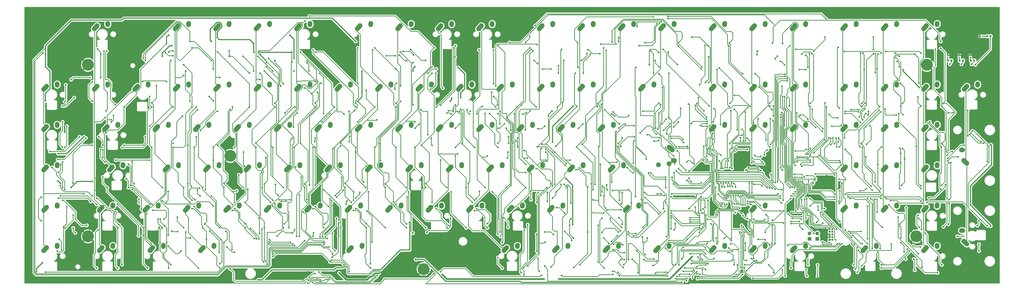
<source format=gbr>
G04 #@! TF.GenerationSoftware,KiCad,Pcbnew,(5.1.9)-1*
G04 #@! TF.CreationDate,2021-04-19T22:21:22+02:00*
G04 #@! TF.ProjectId,keyboard,6b657962-6f61-4726-942e-6b696361645f,rev?*
G04 #@! TF.SameCoordinates,Original*
G04 #@! TF.FileFunction,Copper,L1,Top*
G04 #@! TF.FilePolarity,Positive*
%FSLAX46Y46*%
G04 Gerber Fmt 4.6, Leading zero omitted, Abs format (unit mm)*
G04 Created by KiCad (PCBNEW (5.1.9)-1) date 2021-04-19 22:21:22*
%MOMM*%
%LPD*%
G01*
G04 APERTURE LIST*
G04 #@! TA.AperFunction,ComponentPad*
%ADD10C,2.250000*%
G04 #@! TD*
G04 #@! TA.AperFunction,ComponentPad*
%ADD11C,5.600000*%
G04 #@! TD*
G04 #@! TA.AperFunction,ComponentPad*
%ADD12O,1.700000X1.700000*%
G04 #@! TD*
G04 #@! TA.AperFunction,ComponentPad*
%ADD13R,1.700000X1.700000*%
G04 #@! TD*
G04 #@! TA.AperFunction,ComponentPad*
%ADD14O,1.000000X1.000000*%
G04 #@! TD*
G04 #@! TA.AperFunction,ComponentPad*
%ADD15R,1.000000X1.000000*%
G04 #@! TD*
G04 #@! TA.AperFunction,ViaPad*
%ADD16C,0.800000*%
G04 #@! TD*
G04 #@! TA.AperFunction,Conductor*
%ADD17C,0.300000*%
G04 #@! TD*
G04 #@! TA.AperFunction,Conductor*
%ADD18C,0.500000*%
G04 #@! TD*
G04 #@! TA.AperFunction,Conductor*
%ADD19C,0.750000*%
G04 #@! TD*
G04 #@! TA.AperFunction,Conductor*
%ADD20C,0.250000*%
G04 #@! TD*
G04 #@! TA.AperFunction,Conductor*
%ADD21C,0.254000*%
G04 #@! TD*
G04 #@! TA.AperFunction,Conductor*
%ADD22C,0.100000*%
G04 #@! TD*
G04 APERTURE END LIST*
D10*
X361831250Y-110300000D03*
G04 #@! TA.AperFunction,ComponentPad*
G36*
G01*
X359769938Y-112597350D02*
X359769933Y-112597345D01*
G75*
G02*
X359683905Y-111008683I751317J837345D01*
G01*
X360993907Y-109548683D01*
G75*
G02*
X362582569Y-109462655I837345J-751317D01*
G01*
X362582569Y-109462655D01*
G75*
G02*
X362668597Y-111051317I-751317J-837345D01*
G01*
X361358595Y-112511317D01*
G75*
G02*
X359769933Y-112597345I-837345J751317D01*
G01*
G37*
G04 #@! TD.AperFunction*
G04 #@! TA.AperFunction,ComponentPad*
G36*
G01*
X366754733Y-110922395D02*
X366753847Y-110922334D01*
G75*
G02*
X365708916Y-109722597I77403J1122334D01*
G01*
X365748916Y-109142597D01*
G75*
G02*
X366948653Y-108097666I1122334J-77403D01*
G01*
X366948653Y-108097666D01*
G75*
G02*
X367993584Y-109297403I-77403J-1122334D01*
G01*
X367953584Y-109877403D01*
G75*
G02*
X366753847Y-110922334I-1122334J77403D01*
G01*
G37*
G04 #@! TD.AperFunction*
X366871250Y-109220000D03*
X316587500Y-90225000D03*
X321587500Y-89725000D03*
X323087500Y-83225000D03*
G04 #@! TA.AperFunction,ComponentPad*
G36*
G01*
X320790150Y-81163688D02*
X320790150Y-81163688D01*
G75*
G02*
X322378812Y-81077650I837350J-751312D01*
G01*
X323838820Y-82387640D01*
G75*
G02*
X323924858Y-83976302I-751312J-837350D01*
G01*
X323924858Y-83976302D01*
G75*
G02*
X322336196Y-84062340I-837350J751312D01*
G01*
X320876188Y-82752350D01*
G75*
G02*
X320790150Y-81163688I751312J837350D01*
G01*
G37*
G04 #@! TD.AperFunction*
X324167500Y-88265000D03*
G04 #@! TA.AperFunction,ComponentPad*
G36*
G01*
X322465240Y-88146524D02*
X322465166Y-88147601D01*
G75*
G02*
X323664899Y-87102666I1122334J-77399D01*
G01*
X324244899Y-87142664D01*
G75*
G02*
X325289834Y-88342397I-77399J-1122334D01*
G01*
X325289834Y-88342397D01*
G75*
G02*
X324090101Y-89387332I-1122334J77399D01*
G01*
X323510101Y-89347334D01*
G75*
G02*
X322465166Y-88147601I77399J1122334D01*
G01*
G37*
G04 #@! TD.AperFunction*
X252293750Y-72200000D03*
G04 #@! TA.AperFunction,ComponentPad*
G36*
G01*
X250232438Y-74497350D02*
X250232433Y-74497345D01*
G75*
G02*
X250146405Y-72908683I751317J837345D01*
G01*
X251456407Y-71448683D01*
G75*
G02*
X253045069Y-71362655I837345J-751317D01*
G01*
X253045069Y-71362655D01*
G75*
G02*
X253131097Y-72951317I-751317J-837345D01*
G01*
X251821095Y-74411317D01*
G75*
G02*
X250232433Y-74497345I-837345J751317D01*
G01*
G37*
G04 #@! TD.AperFunction*
G04 #@! TA.AperFunction,ComponentPad*
G36*
G01*
X257217233Y-72822395D02*
X257216347Y-72822334D01*
G75*
G02*
X256171416Y-71622597I77403J1122334D01*
G01*
X256211416Y-71042597D01*
G75*
G02*
X257411153Y-69997666I1122334J-77403D01*
G01*
X257411153Y-69997666D01*
G75*
G02*
X258456084Y-71197403I-77403J-1122334D01*
G01*
X258416084Y-71777403D01*
G75*
G02*
X257216347Y-72822334I-1122334J77403D01*
G01*
G37*
G04 #@! TD.AperFunction*
X257333750Y-71120000D03*
D11*
X206000000Y-139500000D03*
X48000000Y-124000000D03*
X115000000Y-86000000D03*
X48000000Y-43000000D03*
X438000000Y-124000000D03*
X443000000Y-43000000D03*
D10*
X442793750Y-129350000D03*
G04 #@! TA.AperFunction,ComponentPad*
G36*
G01*
X440732438Y-131647350D02*
X440732433Y-131647345D01*
G75*
G02*
X440646405Y-130058683I751317J837345D01*
G01*
X441956407Y-128598683D01*
G75*
G02*
X443545069Y-128512655I837345J-751317D01*
G01*
X443545069Y-128512655D01*
G75*
G02*
X443631097Y-130101317I-751317J-837345D01*
G01*
X442321095Y-131561317D01*
G75*
G02*
X440732433Y-131647345I-837345J751317D01*
G01*
G37*
G04 #@! TD.AperFunction*
X447833750Y-128270000D03*
G04 #@! TA.AperFunction,ComponentPad*
G36*
G01*
X447717233Y-129972395D02*
X447716347Y-129972334D01*
G75*
G02*
X446671416Y-128772597I77403J1122334D01*
G01*
X446711416Y-128192597D01*
G75*
G02*
X447911153Y-127147666I1122334J-77403D01*
G01*
X447911153Y-127147666D01*
G75*
G02*
X448956084Y-128347403I-77403J-1122334D01*
G01*
X448916084Y-128927403D01*
G75*
G02*
X447716347Y-129972334I-1122334J77403D01*
G01*
G37*
G04 #@! TD.AperFunction*
G04 #@! TA.AperFunction,ComponentPad*
G36*
G01*
X460966145Y-121401517D02*
X460966084Y-121402403D01*
G75*
G02*
X459766347Y-122447334I-1122334J77403D01*
G01*
X459186347Y-122407334D01*
G75*
G02*
X458141416Y-121207597I77403J1122334D01*
G01*
X458141416Y-121207597D01*
G75*
G02*
X459341153Y-120162666I1122334J-77403D01*
G01*
X459921153Y-120202666D01*
G75*
G02*
X460966084Y-121402403I-77403J-1122334D01*
G01*
G37*
G04 #@! TD.AperFunction*
X459263750Y-121285000D03*
G04 #@! TA.AperFunction,ComponentPad*
G36*
G01*
X462641100Y-128386312D02*
X462641095Y-128386317D01*
G75*
G02*
X461052433Y-128472345I-837345J751317D01*
G01*
X459592433Y-127162343D01*
G75*
G02*
X459506405Y-125573681I751317J837345D01*
G01*
X459506405Y-125573681D01*
G75*
G02*
X461095067Y-125487653I837345J-751317D01*
G01*
X462555067Y-126797655D01*
G75*
G02*
X462641095Y-128386317I-751317J-837345D01*
G01*
G37*
G04 #@! TD.AperFunction*
X460343750Y-126325000D03*
X460343750Y-88225000D03*
G04 #@! TA.AperFunction,ComponentPad*
G36*
G01*
X462641100Y-90286312D02*
X462641095Y-90286317D01*
G75*
G02*
X461052433Y-90372345I-837345J751317D01*
G01*
X459592433Y-89062343D01*
G75*
G02*
X459506405Y-87473681I751317J837345D01*
G01*
X459506405Y-87473681D01*
G75*
G02*
X461095067Y-87387653I837345J-751317D01*
G01*
X462555067Y-88697655D01*
G75*
G02*
X462641095Y-90286317I-751317J-837345D01*
G01*
G37*
G04 #@! TD.AperFunction*
X459263750Y-83185000D03*
G04 #@! TA.AperFunction,ComponentPad*
G36*
G01*
X460966145Y-83301517D02*
X460966084Y-83302403D01*
G75*
G02*
X459766347Y-84347334I-1122334J77403D01*
G01*
X459186347Y-84307334D01*
G75*
G02*
X458141416Y-83107597I77403J1122334D01*
G01*
X458141416Y-83107597D01*
G75*
G02*
X459341153Y-82062666I1122334J-77403D01*
G01*
X459921153Y-82102666D01*
G75*
G02*
X460966084Y-83302403I-77403J-1122334D01*
G01*
G37*
G04 #@! TD.AperFunction*
D12*
X391400000Y-122660000D03*
D13*
X391400000Y-125200000D03*
D12*
X387756400Y-122660000D03*
D13*
X387756400Y-125200000D03*
D14*
X398520000Y-120590000D03*
X397250000Y-120590000D03*
X398520000Y-121860000D03*
X397250000Y-121860000D03*
X398520000Y-123130000D03*
X397250000Y-123130000D03*
X398520000Y-124400000D03*
X397250000Y-124400000D03*
X398520000Y-125670000D03*
D15*
X397250000Y-125670000D03*
D10*
X52268750Y-24575000D03*
G04 #@! TA.AperFunction,ComponentPad*
G36*
G01*
X50207438Y-26872350D02*
X50207433Y-26872345D01*
G75*
G02*
X50121405Y-25283683I751317J837345D01*
G01*
X51431407Y-23823683D01*
G75*
G02*
X53020069Y-23737655I837345J-751317D01*
G01*
X53020069Y-23737655D01*
G75*
G02*
X53106097Y-25326317I-751317J-837345D01*
G01*
X51796095Y-26786317D01*
G75*
G02*
X50207433Y-26872345I-837345J751317D01*
G01*
G37*
G04 #@! TD.AperFunction*
G04 #@! TA.AperFunction,ComponentPad*
G36*
G01*
X57192233Y-25197395D02*
X57191347Y-25197334D01*
G75*
G02*
X56146416Y-23997597I77403J1122334D01*
G01*
X56186416Y-23417597D01*
G75*
G02*
X57386153Y-22372666I1122334J-77403D01*
G01*
X57386153Y-22372666D01*
G75*
G02*
X58431084Y-23572403I-77403J-1122334D01*
G01*
X58391084Y-24152403D01*
G75*
G02*
X57191347Y-25197334I-1122334J77403D01*
G01*
G37*
G04 #@! TD.AperFunction*
X57308750Y-23495000D03*
X90368750Y-24575000D03*
G04 #@! TA.AperFunction,ComponentPad*
G36*
G01*
X88307438Y-26872350D02*
X88307433Y-26872345D01*
G75*
G02*
X88221405Y-25283683I751317J837345D01*
G01*
X89531407Y-23823683D01*
G75*
G02*
X91120069Y-23737655I837345J-751317D01*
G01*
X91120069Y-23737655D01*
G75*
G02*
X91206097Y-25326317I-751317J-837345D01*
G01*
X89896095Y-26786317D01*
G75*
G02*
X88307433Y-26872345I-837345J751317D01*
G01*
G37*
G04 #@! TD.AperFunction*
G04 #@! TA.AperFunction,ComponentPad*
G36*
G01*
X95292233Y-25197395D02*
X95291347Y-25197334D01*
G75*
G02*
X94246416Y-23997597I77403J1122334D01*
G01*
X94286416Y-23417597D01*
G75*
G02*
X95486153Y-22372666I1122334J-77403D01*
G01*
X95486153Y-22372666D01*
G75*
G02*
X96531084Y-23572403I-77403J-1122334D01*
G01*
X96491084Y-24152403D01*
G75*
G02*
X95291347Y-25197334I-1122334J77403D01*
G01*
G37*
G04 #@! TD.AperFunction*
X95408750Y-23495000D03*
X109418750Y-24575000D03*
G04 #@! TA.AperFunction,ComponentPad*
G36*
G01*
X107357438Y-26872350D02*
X107357433Y-26872345D01*
G75*
G02*
X107271405Y-25283683I751317J837345D01*
G01*
X108581407Y-23823683D01*
G75*
G02*
X110170069Y-23737655I837345J-751317D01*
G01*
X110170069Y-23737655D01*
G75*
G02*
X110256097Y-25326317I-751317J-837345D01*
G01*
X108946095Y-26786317D01*
G75*
G02*
X107357433Y-26872345I-837345J751317D01*
G01*
G37*
G04 #@! TD.AperFunction*
G04 #@! TA.AperFunction,ComponentPad*
G36*
G01*
X114342233Y-25197395D02*
X114341347Y-25197334D01*
G75*
G02*
X113296416Y-23997597I77403J1122334D01*
G01*
X113336416Y-23417597D01*
G75*
G02*
X114536153Y-22372666I1122334J-77403D01*
G01*
X114536153Y-22372666D01*
G75*
G02*
X115581084Y-23572403I-77403J-1122334D01*
G01*
X115541084Y-24152403D01*
G75*
G02*
X114341347Y-25197334I-1122334J77403D01*
G01*
G37*
G04 #@! TD.AperFunction*
X114458750Y-23495000D03*
X128468750Y-24575000D03*
G04 #@! TA.AperFunction,ComponentPad*
G36*
G01*
X126407438Y-26872350D02*
X126407433Y-26872345D01*
G75*
G02*
X126321405Y-25283683I751317J837345D01*
G01*
X127631407Y-23823683D01*
G75*
G02*
X129220069Y-23737655I837345J-751317D01*
G01*
X129220069Y-23737655D01*
G75*
G02*
X129306097Y-25326317I-751317J-837345D01*
G01*
X127996095Y-26786317D01*
G75*
G02*
X126407433Y-26872345I-837345J751317D01*
G01*
G37*
G04 #@! TD.AperFunction*
G04 #@! TA.AperFunction,ComponentPad*
G36*
G01*
X133392233Y-25197395D02*
X133391347Y-25197334D01*
G75*
G02*
X132346416Y-23997597I77403J1122334D01*
G01*
X132386416Y-23417597D01*
G75*
G02*
X133586153Y-22372666I1122334J-77403D01*
G01*
X133586153Y-22372666D01*
G75*
G02*
X134631084Y-23572403I-77403J-1122334D01*
G01*
X134591084Y-24152403D01*
G75*
G02*
X133391347Y-25197334I-1122334J77403D01*
G01*
G37*
G04 #@! TD.AperFunction*
X133508750Y-23495000D03*
X147518750Y-24575000D03*
G04 #@! TA.AperFunction,ComponentPad*
G36*
G01*
X145457438Y-26872350D02*
X145457433Y-26872345D01*
G75*
G02*
X145371405Y-25283683I751317J837345D01*
G01*
X146681407Y-23823683D01*
G75*
G02*
X148270069Y-23737655I837345J-751317D01*
G01*
X148270069Y-23737655D01*
G75*
G02*
X148356097Y-25326317I-751317J-837345D01*
G01*
X147046095Y-26786317D01*
G75*
G02*
X145457433Y-26872345I-837345J751317D01*
G01*
G37*
G04 #@! TD.AperFunction*
G04 #@! TA.AperFunction,ComponentPad*
G36*
G01*
X152442233Y-25197395D02*
X152441347Y-25197334D01*
G75*
G02*
X151396416Y-23997597I77403J1122334D01*
G01*
X151436416Y-23417597D01*
G75*
G02*
X152636153Y-22372666I1122334J-77403D01*
G01*
X152636153Y-22372666D01*
G75*
G02*
X153681084Y-23572403I-77403J-1122334D01*
G01*
X153641084Y-24152403D01*
G75*
G02*
X152441347Y-25197334I-1122334J77403D01*
G01*
G37*
G04 #@! TD.AperFunction*
X152558750Y-23495000D03*
X176093750Y-24575000D03*
G04 #@! TA.AperFunction,ComponentPad*
G36*
G01*
X174032438Y-26872350D02*
X174032433Y-26872345D01*
G75*
G02*
X173946405Y-25283683I751317J837345D01*
G01*
X175256407Y-23823683D01*
G75*
G02*
X176845069Y-23737655I837345J-751317D01*
G01*
X176845069Y-23737655D01*
G75*
G02*
X176931097Y-25326317I-751317J-837345D01*
G01*
X175621095Y-26786317D01*
G75*
G02*
X174032433Y-26872345I-837345J751317D01*
G01*
G37*
G04 #@! TD.AperFunction*
G04 #@! TA.AperFunction,ComponentPad*
G36*
G01*
X181017233Y-25197395D02*
X181016347Y-25197334D01*
G75*
G02*
X179971416Y-23997597I77403J1122334D01*
G01*
X180011416Y-23417597D01*
G75*
G02*
X181211153Y-22372666I1122334J-77403D01*
G01*
X181211153Y-22372666D01*
G75*
G02*
X182256084Y-23572403I-77403J-1122334D01*
G01*
X182216084Y-24152403D01*
G75*
G02*
X181016347Y-25197334I-1122334J77403D01*
G01*
G37*
G04 #@! TD.AperFunction*
X181133750Y-23495000D03*
X195143750Y-24575000D03*
G04 #@! TA.AperFunction,ComponentPad*
G36*
G01*
X193082438Y-26872350D02*
X193082433Y-26872345D01*
G75*
G02*
X192996405Y-25283683I751317J837345D01*
G01*
X194306407Y-23823683D01*
G75*
G02*
X195895069Y-23737655I837345J-751317D01*
G01*
X195895069Y-23737655D01*
G75*
G02*
X195981097Y-25326317I-751317J-837345D01*
G01*
X194671095Y-26786317D01*
G75*
G02*
X193082433Y-26872345I-837345J751317D01*
G01*
G37*
G04 #@! TD.AperFunction*
G04 #@! TA.AperFunction,ComponentPad*
G36*
G01*
X200067233Y-25197395D02*
X200066347Y-25197334D01*
G75*
G02*
X199021416Y-23997597I77403J1122334D01*
G01*
X199061416Y-23417597D01*
G75*
G02*
X200261153Y-22372666I1122334J-77403D01*
G01*
X200261153Y-22372666D01*
G75*
G02*
X201306084Y-23572403I-77403J-1122334D01*
G01*
X201266084Y-24152403D01*
G75*
G02*
X200066347Y-25197334I-1122334J77403D01*
G01*
G37*
G04 #@! TD.AperFunction*
X200183750Y-23495000D03*
X214193750Y-24575000D03*
G04 #@! TA.AperFunction,ComponentPad*
G36*
G01*
X212132438Y-26872350D02*
X212132433Y-26872345D01*
G75*
G02*
X212046405Y-25283683I751317J837345D01*
G01*
X213356407Y-23823683D01*
G75*
G02*
X214945069Y-23737655I837345J-751317D01*
G01*
X214945069Y-23737655D01*
G75*
G02*
X215031097Y-25326317I-751317J-837345D01*
G01*
X213721095Y-26786317D01*
G75*
G02*
X212132433Y-26872345I-837345J751317D01*
G01*
G37*
G04 #@! TD.AperFunction*
G04 #@! TA.AperFunction,ComponentPad*
G36*
G01*
X219117233Y-25197395D02*
X219116347Y-25197334D01*
G75*
G02*
X218071416Y-23997597I77403J1122334D01*
G01*
X218111416Y-23417597D01*
G75*
G02*
X219311153Y-22372666I1122334J-77403D01*
G01*
X219311153Y-22372666D01*
G75*
G02*
X220356084Y-23572403I-77403J-1122334D01*
G01*
X220316084Y-24152403D01*
G75*
G02*
X219116347Y-25197334I-1122334J77403D01*
G01*
G37*
G04 #@! TD.AperFunction*
X219233750Y-23495000D03*
X233243750Y-24575000D03*
G04 #@! TA.AperFunction,ComponentPad*
G36*
G01*
X231182438Y-26872350D02*
X231182433Y-26872345D01*
G75*
G02*
X231096405Y-25283683I751317J837345D01*
G01*
X232406407Y-23823683D01*
G75*
G02*
X233995069Y-23737655I837345J-751317D01*
G01*
X233995069Y-23737655D01*
G75*
G02*
X234081097Y-25326317I-751317J-837345D01*
G01*
X232771095Y-26786317D01*
G75*
G02*
X231182433Y-26872345I-837345J751317D01*
G01*
G37*
G04 #@! TD.AperFunction*
G04 #@! TA.AperFunction,ComponentPad*
G36*
G01*
X238167233Y-25197395D02*
X238166347Y-25197334D01*
G75*
G02*
X237121416Y-23997597I77403J1122334D01*
G01*
X237161416Y-23417597D01*
G75*
G02*
X238361153Y-22372666I1122334J-77403D01*
G01*
X238361153Y-22372666D01*
G75*
G02*
X239406084Y-23572403I-77403J-1122334D01*
G01*
X239366084Y-24152403D01*
G75*
G02*
X238166347Y-25197334I-1122334J77403D01*
G01*
G37*
G04 #@! TD.AperFunction*
X238283750Y-23495000D03*
X261818750Y-24575000D03*
G04 #@! TA.AperFunction,ComponentPad*
G36*
G01*
X259757438Y-26872350D02*
X259757433Y-26872345D01*
G75*
G02*
X259671405Y-25283683I751317J837345D01*
G01*
X260981407Y-23823683D01*
G75*
G02*
X262570069Y-23737655I837345J-751317D01*
G01*
X262570069Y-23737655D01*
G75*
G02*
X262656097Y-25326317I-751317J-837345D01*
G01*
X261346095Y-26786317D01*
G75*
G02*
X259757433Y-26872345I-837345J751317D01*
G01*
G37*
G04 #@! TD.AperFunction*
G04 #@! TA.AperFunction,ComponentPad*
G36*
G01*
X266742233Y-25197395D02*
X266741347Y-25197334D01*
G75*
G02*
X265696416Y-23997597I77403J1122334D01*
G01*
X265736416Y-23417597D01*
G75*
G02*
X266936153Y-22372666I1122334J-77403D01*
G01*
X266936153Y-22372666D01*
G75*
G02*
X267981084Y-23572403I-77403J-1122334D01*
G01*
X267941084Y-24152403D01*
G75*
G02*
X266741347Y-25197334I-1122334J77403D01*
G01*
G37*
G04 #@! TD.AperFunction*
X266858750Y-23495000D03*
X280868750Y-24575000D03*
G04 #@! TA.AperFunction,ComponentPad*
G36*
G01*
X278807438Y-26872350D02*
X278807433Y-26872345D01*
G75*
G02*
X278721405Y-25283683I751317J837345D01*
G01*
X280031407Y-23823683D01*
G75*
G02*
X281620069Y-23737655I837345J-751317D01*
G01*
X281620069Y-23737655D01*
G75*
G02*
X281706097Y-25326317I-751317J-837345D01*
G01*
X280396095Y-26786317D01*
G75*
G02*
X278807433Y-26872345I-837345J751317D01*
G01*
G37*
G04 #@! TD.AperFunction*
G04 #@! TA.AperFunction,ComponentPad*
G36*
G01*
X285792233Y-25197395D02*
X285791347Y-25197334D01*
G75*
G02*
X284746416Y-23997597I77403J1122334D01*
G01*
X284786416Y-23417597D01*
G75*
G02*
X285986153Y-22372666I1122334J-77403D01*
G01*
X285986153Y-22372666D01*
G75*
G02*
X287031084Y-23572403I-77403J-1122334D01*
G01*
X286991084Y-24152403D01*
G75*
G02*
X285791347Y-25197334I-1122334J77403D01*
G01*
G37*
G04 #@! TD.AperFunction*
X285908750Y-23495000D03*
X299918750Y-24575000D03*
G04 #@! TA.AperFunction,ComponentPad*
G36*
G01*
X297857438Y-26872350D02*
X297857433Y-26872345D01*
G75*
G02*
X297771405Y-25283683I751317J837345D01*
G01*
X299081407Y-23823683D01*
G75*
G02*
X300670069Y-23737655I837345J-751317D01*
G01*
X300670069Y-23737655D01*
G75*
G02*
X300756097Y-25326317I-751317J-837345D01*
G01*
X299446095Y-26786317D01*
G75*
G02*
X297857433Y-26872345I-837345J751317D01*
G01*
G37*
G04 #@! TD.AperFunction*
G04 #@! TA.AperFunction,ComponentPad*
G36*
G01*
X304842233Y-25197395D02*
X304841347Y-25197334D01*
G75*
G02*
X303796416Y-23997597I77403J1122334D01*
G01*
X303836416Y-23417597D01*
G75*
G02*
X305036153Y-22372666I1122334J-77403D01*
G01*
X305036153Y-22372666D01*
G75*
G02*
X306081084Y-23572403I-77403J-1122334D01*
G01*
X306041084Y-24152403D01*
G75*
G02*
X304841347Y-25197334I-1122334J77403D01*
G01*
G37*
G04 #@! TD.AperFunction*
X304958750Y-23495000D03*
X318968750Y-24575000D03*
G04 #@! TA.AperFunction,ComponentPad*
G36*
G01*
X316907438Y-26872350D02*
X316907433Y-26872345D01*
G75*
G02*
X316821405Y-25283683I751317J837345D01*
G01*
X318131407Y-23823683D01*
G75*
G02*
X319720069Y-23737655I837345J-751317D01*
G01*
X319720069Y-23737655D01*
G75*
G02*
X319806097Y-25326317I-751317J-837345D01*
G01*
X318496095Y-26786317D01*
G75*
G02*
X316907433Y-26872345I-837345J751317D01*
G01*
G37*
G04 #@! TD.AperFunction*
G04 #@! TA.AperFunction,ComponentPad*
G36*
G01*
X323892233Y-25197395D02*
X323891347Y-25197334D01*
G75*
G02*
X322846416Y-23997597I77403J1122334D01*
G01*
X322886416Y-23417597D01*
G75*
G02*
X324086153Y-22372666I1122334J-77403D01*
G01*
X324086153Y-22372666D01*
G75*
G02*
X325131084Y-23572403I-77403J-1122334D01*
G01*
X325091084Y-24152403D01*
G75*
G02*
X323891347Y-25197334I-1122334J77403D01*
G01*
G37*
G04 #@! TD.AperFunction*
X324008750Y-23495000D03*
X342781250Y-24575000D03*
G04 #@! TA.AperFunction,ComponentPad*
G36*
G01*
X340719938Y-26872350D02*
X340719933Y-26872345D01*
G75*
G02*
X340633905Y-25283683I751317J837345D01*
G01*
X341943907Y-23823683D01*
G75*
G02*
X343532569Y-23737655I837345J-751317D01*
G01*
X343532569Y-23737655D01*
G75*
G02*
X343618597Y-25326317I-751317J-837345D01*
G01*
X342308595Y-26786317D01*
G75*
G02*
X340719933Y-26872345I-837345J751317D01*
G01*
G37*
G04 #@! TD.AperFunction*
G04 #@! TA.AperFunction,ComponentPad*
G36*
G01*
X347704733Y-25197395D02*
X347703847Y-25197334D01*
G75*
G02*
X346658916Y-23997597I77403J1122334D01*
G01*
X346698916Y-23417597D01*
G75*
G02*
X347898653Y-22372666I1122334J-77403D01*
G01*
X347898653Y-22372666D01*
G75*
G02*
X348943584Y-23572403I-77403J-1122334D01*
G01*
X348903584Y-24152403D01*
G75*
G02*
X347703847Y-25197334I-1122334J77403D01*
G01*
G37*
G04 #@! TD.AperFunction*
X347821250Y-23495000D03*
X361831250Y-24575000D03*
G04 #@! TA.AperFunction,ComponentPad*
G36*
G01*
X359769938Y-26872350D02*
X359769933Y-26872345D01*
G75*
G02*
X359683905Y-25283683I751317J837345D01*
G01*
X360993907Y-23823683D01*
G75*
G02*
X362582569Y-23737655I837345J-751317D01*
G01*
X362582569Y-23737655D01*
G75*
G02*
X362668597Y-25326317I-751317J-837345D01*
G01*
X361358595Y-26786317D01*
G75*
G02*
X359769933Y-26872345I-837345J751317D01*
G01*
G37*
G04 #@! TD.AperFunction*
G04 #@! TA.AperFunction,ComponentPad*
G36*
G01*
X366754733Y-25197395D02*
X366753847Y-25197334D01*
G75*
G02*
X365708916Y-23997597I77403J1122334D01*
G01*
X365748916Y-23417597D01*
G75*
G02*
X366948653Y-22372666I1122334J-77403D01*
G01*
X366948653Y-22372666D01*
G75*
G02*
X367993584Y-23572403I-77403J-1122334D01*
G01*
X367953584Y-24152403D01*
G75*
G02*
X366753847Y-25197334I-1122334J77403D01*
G01*
G37*
G04 #@! TD.AperFunction*
X366871250Y-23495000D03*
X380881250Y-24575000D03*
G04 #@! TA.AperFunction,ComponentPad*
G36*
G01*
X378819938Y-26872350D02*
X378819933Y-26872345D01*
G75*
G02*
X378733905Y-25283683I751317J837345D01*
G01*
X380043907Y-23823683D01*
G75*
G02*
X381632569Y-23737655I837345J-751317D01*
G01*
X381632569Y-23737655D01*
G75*
G02*
X381718597Y-25326317I-751317J-837345D01*
G01*
X380408595Y-26786317D01*
G75*
G02*
X378819933Y-26872345I-837345J751317D01*
G01*
G37*
G04 #@! TD.AperFunction*
G04 #@! TA.AperFunction,ComponentPad*
G36*
G01*
X385804733Y-25197395D02*
X385803847Y-25197334D01*
G75*
G02*
X384758916Y-23997597I77403J1122334D01*
G01*
X384798916Y-23417597D01*
G75*
G02*
X385998653Y-22372666I1122334J-77403D01*
G01*
X385998653Y-22372666D01*
G75*
G02*
X387043584Y-23572403I-77403J-1122334D01*
G01*
X387003584Y-24152403D01*
G75*
G02*
X385803847Y-25197334I-1122334J77403D01*
G01*
G37*
G04 #@! TD.AperFunction*
X385921250Y-23495000D03*
X404693750Y-24575000D03*
G04 #@! TA.AperFunction,ComponentPad*
G36*
G01*
X402632438Y-26872350D02*
X402632433Y-26872345D01*
G75*
G02*
X402546405Y-25283683I751317J837345D01*
G01*
X403856407Y-23823683D01*
G75*
G02*
X405445069Y-23737655I837345J-751317D01*
G01*
X405445069Y-23737655D01*
G75*
G02*
X405531097Y-25326317I-751317J-837345D01*
G01*
X404221095Y-26786317D01*
G75*
G02*
X402632433Y-26872345I-837345J751317D01*
G01*
G37*
G04 #@! TD.AperFunction*
G04 #@! TA.AperFunction,ComponentPad*
G36*
G01*
X409617233Y-25197395D02*
X409616347Y-25197334D01*
G75*
G02*
X408571416Y-23997597I77403J1122334D01*
G01*
X408611416Y-23417597D01*
G75*
G02*
X409811153Y-22372666I1122334J-77403D01*
G01*
X409811153Y-22372666D01*
G75*
G02*
X410856084Y-23572403I-77403J-1122334D01*
G01*
X410816084Y-24152403D01*
G75*
G02*
X409616347Y-25197334I-1122334J77403D01*
G01*
G37*
G04 #@! TD.AperFunction*
X409733750Y-23495000D03*
X423743750Y-24575000D03*
G04 #@! TA.AperFunction,ComponentPad*
G36*
G01*
X421682438Y-26872350D02*
X421682433Y-26872345D01*
G75*
G02*
X421596405Y-25283683I751317J837345D01*
G01*
X422906407Y-23823683D01*
G75*
G02*
X424495069Y-23737655I837345J-751317D01*
G01*
X424495069Y-23737655D01*
G75*
G02*
X424581097Y-25326317I-751317J-837345D01*
G01*
X423271095Y-26786317D01*
G75*
G02*
X421682433Y-26872345I-837345J751317D01*
G01*
G37*
G04 #@! TD.AperFunction*
G04 #@! TA.AperFunction,ComponentPad*
G36*
G01*
X428667233Y-25197395D02*
X428666347Y-25197334D01*
G75*
G02*
X427621416Y-23997597I77403J1122334D01*
G01*
X427661416Y-23417597D01*
G75*
G02*
X428861153Y-22372666I1122334J-77403D01*
G01*
X428861153Y-22372666D01*
G75*
G02*
X429906084Y-23572403I-77403J-1122334D01*
G01*
X429866084Y-24152403D01*
G75*
G02*
X428666347Y-25197334I-1122334J77403D01*
G01*
G37*
G04 #@! TD.AperFunction*
X428783750Y-23495000D03*
X442793750Y-24575000D03*
G04 #@! TA.AperFunction,ComponentPad*
G36*
G01*
X440732438Y-26872350D02*
X440732433Y-26872345D01*
G75*
G02*
X440646405Y-25283683I751317J837345D01*
G01*
X441956407Y-23823683D01*
G75*
G02*
X443545069Y-23737655I837345J-751317D01*
G01*
X443545069Y-23737655D01*
G75*
G02*
X443631097Y-25326317I-751317J-837345D01*
G01*
X442321095Y-26786317D01*
G75*
G02*
X440732433Y-26872345I-837345J751317D01*
G01*
G37*
G04 #@! TD.AperFunction*
G04 #@! TA.AperFunction,ComponentPad*
G36*
G01*
X447717233Y-25197395D02*
X447716347Y-25197334D01*
G75*
G02*
X446671416Y-23997597I77403J1122334D01*
G01*
X446711416Y-23417597D01*
G75*
G02*
X447911153Y-22372666I1122334J-77403D01*
G01*
X447911153Y-22372666D01*
G75*
G02*
X448956084Y-23572403I-77403J-1122334D01*
G01*
X448916084Y-24152403D01*
G75*
G02*
X447716347Y-25197334I-1122334J77403D01*
G01*
G37*
G04 #@! TD.AperFunction*
X447833750Y-23495000D03*
X28456250Y-53150000D03*
G04 #@! TA.AperFunction,ComponentPad*
G36*
G01*
X26394938Y-55447350D02*
X26394933Y-55447345D01*
G75*
G02*
X26308905Y-53858683I751317J837345D01*
G01*
X27618907Y-52398683D01*
G75*
G02*
X29207569Y-52312655I837345J-751317D01*
G01*
X29207569Y-52312655D01*
G75*
G02*
X29293597Y-53901317I-751317J-837345D01*
G01*
X27983595Y-55361317D01*
G75*
G02*
X26394933Y-55447345I-837345J751317D01*
G01*
G37*
G04 #@! TD.AperFunction*
G04 #@! TA.AperFunction,ComponentPad*
G36*
G01*
X33379733Y-53772395D02*
X33378847Y-53772334D01*
G75*
G02*
X32333916Y-52572597I77403J1122334D01*
G01*
X32373916Y-51992597D01*
G75*
G02*
X33573653Y-50947666I1122334J-77403D01*
G01*
X33573653Y-50947666D01*
G75*
G02*
X34618584Y-52147403I-77403J-1122334D01*
G01*
X34578584Y-52727403D01*
G75*
G02*
X33378847Y-53772334I-1122334J77403D01*
G01*
G37*
G04 #@! TD.AperFunction*
X33496250Y-52070000D03*
X52268750Y-53150000D03*
G04 #@! TA.AperFunction,ComponentPad*
G36*
G01*
X50207438Y-55447350D02*
X50207433Y-55447345D01*
G75*
G02*
X50121405Y-53858683I751317J837345D01*
G01*
X51431407Y-52398683D01*
G75*
G02*
X53020069Y-52312655I837345J-751317D01*
G01*
X53020069Y-52312655D01*
G75*
G02*
X53106097Y-53901317I-751317J-837345D01*
G01*
X51796095Y-55361317D01*
G75*
G02*
X50207433Y-55447345I-837345J751317D01*
G01*
G37*
G04 #@! TD.AperFunction*
G04 #@! TA.AperFunction,ComponentPad*
G36*
G01*
X57192233Y-53772395D02*
X57191347Y-53772334D01*
G75*
G02*
X56146416Y-52572597I77403J1122334D01*
G01*
X56186416Y-51992597D01*
G75*
G02*
X57386153Y-50947666I1122334J-77403D01*
G01*
X57386153Y-50947666D01*
G75*
G02*
X58431084Y-52147403I-77403J-1122334D01*
G01*
X58391084Y-52727403D01*
G75*
G02*
X57191347Y-53772334I-1122334J77403D01*
G01*
G37*
G04 #@! TD.AperFunction*
X57308750Y-52070000D03*
X71318750Y-53150000D03*
G04 #@! TA.AperFunction,ComponentPad*
G36*
G01*
X69257438Y-55447350D02*
X69257433Y-55447345D01*
G75*
G02*
X69171405Y-53858683I751317J837345D01*
G01*
X70481407Y-52398683D01*
G75*
G02*
X72070069Y-52312655I837345J-751317D01*
G01*
X72070069Y-52312655D01*
G75*
G02*
X72156097Y-53901317I-751317J-837345D01*
G01*
X70846095Y-55361317D01*
G75*
G02*
X69257433Y-55447345I-837345J751317D01*
G01*
G37*
G04 #@! TD.AperFunction*
G04 #@! TA.AperFunction,ComponentPad*
G36*
G01*
X76242233Y-53772395D02*
X76241347Y-53772334D01*
G75*
G02*
X75196416Y-52572597I77403J1122334D01*
G01*
X75236416Y-51992597D01*
G75*
G02*
X76436153Y-50947666I1122334J-77403D01*
G01*
X76436153Y-50947666D01*
G75*
G02*
X77481084Y-52147403I-77403J-1122334D01*
G01*
X77441084Y-52727403D01*
G75*
G02*
X76241347Y-53772334I-1122334J77403D01*
G01*
G37*
G04 #@! TD.AperFunction*
X76358750Y-52070000D03*
X90368750Y-53150000D03*
G04 #@! TA.AperFunction,ComponentPad*
G36*
G01*
X88307438Y-55447350D02*
X88307433Y-55447345D01*
G75*
G02*
X88221405Y-53858683I751317J837345D01*
G01*
X89531407Y-52398683D01*
G75*
G02*
X91120069Y-52312655I837345J-751317D01*
G01*
X91120069Y-52312655D01*
G75*
G02*
X91206097Y-53901317I-751317J-837345D01*
G01*
X89896095Y-55361317D01*
G75*
G02*
X88307433Y-55447345I-837345J751317D01*
G01*
G37*
G04 #@! TD.AperFunction*
G04 #@! TA.AperFunction,ComponentPad*
G36*
G01*
X95292233Y-53772395D02*
X95291347Y-53772334D01*
G75*
G02*
X94246416Y-52572597I77403J1122334D01*
G01*
X94286416Y-51992597D01*
G75*
G02*
X95486153Y-50947666I1122334J-77403D01*
G01*
X95486153Y-50947666D01*
G75*
G02*
X96531084Y-52147403I-77403J-1122334D01*
G01*
X96491084Y-52727403D01*
G75*
G02*
X95291347Y-53772334I-1122334J77403D01*
G01*
G37*
G04 #@! TD.AperFunction*
X95408750Y-52070000D03*
X109418750Y-53150000D03*
G04 #@! TA.AperFunction,ComponentPad*
G36*
G01*
X107357438Y-55447350D02*
X107357433Y-55447345D01*
G75*
G02*
X107271405Y-53858683I751317J837345D01*
G01*
X108581407Y-52398683D01*
G75*
G02*
X110170069Y-52312655I837345J-751317D01*
G01*
X110170069Y-52312655D01*
G75*
G02*
X110256097Y-53901317I-751317J-837345D01*
G01*
X108946095Y-55361317D01*
G75*
G02*
X107357433Y-55447345I-837345J751317D01*
G01*
G37*
G04 #@! TD.AperFunction*
G04 #@! TA.AperFunction,ComponentPad*
G36*
G01*
X114342233Y-53772395D02*
X114341347Y-53772334D01*
G75*
G02*
X113296416Y-52572597I77403J1122334D01*
G01*
X113336416Y-51992597D01*
G75*
G02*
X114536153Y-50947666I1122334J-77403D01*
G01*
X114536153Y-50947666D01*
G75*
G02*
X115581084Y-52147403I-77403J-1122334D01*
G01*
X115541084Y-52727403D01*
G75*
G02*
X114341347Y-53772334I-1122334J77403D01*
G01*
G37*
G04 #@! TD.AperFunction*
X114458750Y-52070000D03*
X128468750Y-53150000D03*
G04 #@! TA.AperFunction,ComponentPad*
G36*
G01*
X126407438Y-55447350D02*
X126407433Y-55447345D01*
G75*
G02*
X126321405Y-53858683I751317J837345D01*
G01*
X127631407Y-52398683D01*
G75*
G02*
X129220069Y-52312655I837345J-751317D01*
G01*
X129220069Y-52312655D01*
G75*
G02*
X129306097Y-53901317I-751317J-837345D01*
G01*
X127996095Y-55361317D01*
G75*
G02*
X126407433Y-55447345I-837345J751317D01*
G01*
G37*
G04 #@! TD.AperFunction*
G04 #@! TA.AperFunction,ComponentPad*
G36*
G01*
X133392233Y-53772395D02*
X133391347Y-53772334D01*
G75*
G02*
X132346416Y-52572597I77403J1122334D01*
G01*
X132386416Y-51992597D01*
G75*
G02*
X133586153Y-50947666I1122334J-77403D01*
G01*
X133586153Y-50947666D01*
G75*
G02*
X134631084Y-52147403I-77403J-1122334D01*
G01*
X134591084Y-52727403D01*
G75*
G02*
X133391347Y-53772334I-1122334J77403D01*
G01*
G37*
G04 #@! TD.AperFunction*
X133508750Y-52070000D03*
X147518750Y-53150000D03*
G04 #@! TA.AperFunction,ComponentPad*
G36*
G01*
X145457438Y-55447350D02*
X145457433Y-55447345D01*
G75*
G02*
X145371405Y-53858683I751317J837345D01*
G01*
X146681407Y-52398683D01*
G75*
G02*
X148270069Y-52312655I837345J-751317D01*
G01*
X148270069Y-52312655D01*
G75*
G02*
X148356097Y-53901317I-751317J-837345D01*
G01*
X147046095Y-55361317D01*
G75*
G02*
X145457433Y-55447345I-837345J751317D01*
G01*
G37*
G04 #@! TD.AperFunction*
G04 #@! TA.AperFunction,ComponentPad*
G36*
G01*
X152442233Y-53772395D02*
X152441347Y-53772334D01*
G75*
G02*
X151396416Y-52572597I77403J1122334D01*
G01*
X151436416Y-51992597D01*
G75*
G02*
X152636153Y-50947666I1122334J-77403D01*
G01*
X152636153Y-50947666D01*
G75*
G02*
X153681084Y-52147403I-77403J-1122334D01*
G01*
X153641084Y-52727403D01*
G75*
G02*
X152441347Y-53772334I-1122334J77403D01*
G01*
G37*
G04 #@! TD.AperFunction*
X152558750Y-52070000D03*
X166568750Y-53150000D03*
G04 #@! TA.AperFunction,ComponentPad*
G36*
G01*
X164507438Y-55447350D02*
X164507433Y-55447345D01*
G75*
G02*
X164421405Y-53858683I751317J837345D01*
G01*
X165731407Y-52398683D01*
G75*
G02*
X167320069Y-52312655I837345J-751317D01*
G01*
X167320069Y-52312655D01*
G75*
G02*
X167406097Y-53901317I-751317J-837345D01*
G01*
X166096095Y-55361317D01*
G75*
G02*
X164507433Y-55447345I-837345J751317D01*
G01*
G37*
G04 #@! TD.AperFunction*
G04 #@! TA.AperFunction,ComponentPad*
G36*
G01*
X171492233Y-53772395D02*
X171491347Y-53772334D01*
G75*
G02*
X170446416Y-52572597I77403J1122334D01*
G01*
X170486416Y-51992597D01*
G75*
G02*
X171686153Y-50947666I1122334J-77403D01*
G01*
X171686153Y-50947666D01*
G75*
G02*
X172731084Y-52147403I-77403J-1122334D01*
G01*
X172691084Y-52727403D01*
G75*
G02*
X171491347Y-53772334I-1122334J77403D01*
G01*
G37*
G04 #@! TD.AperFunction*
X171608750Y-52070000D03*
X185618750Y-53150000D03*
G04 #@! TA.AperFunction,ComponentPad*
G36*
G01*
X183557438Y-55447350D02*
X183557433Y-55447345D01*
G75*
G02*
X183471405Y-53858683I751317J837345D01*
G01*
X184781407Y-52398683D01*
G75*
G02*
X186370069Y-52312655I837345J-751317D01*
G01*
X186370069Y-52312655D01*
G75*
G02*
X186456097Y-53901317I-751317J-837345D01*
G01*
X185146095Y-55361317D01*
G75*
G02*
X183557433Y-55447345I-837345J751317D01*
G01*
G37*
G04 #@! TD.AperFunction*
G04 #@! TA.AperFunction,ComponentPad*
G36*
G01*
X190542233Y-53772395D02*
X190541347Y-53772334D01*
G75*
G02*
X189496416Y-52572597I77403J1122334D01*
G01*
X189536416Y-51992597D01*
G75*
G02*
X190736153Y-50947666I1122334J-77403D01*
G01*
X190736153Y-50947666D01*
G75*
G02*
X191781084Y-52147403I-77403J-1122334D01*
G01*
X191741084Y-52727403D01*
G75*
G02*
X190541347Y-53772334I-1122334J77403D01*
G01*
G37*
G04 #@! TD.AperFunction*
X190658750Y-52070000D03*
X204668750Y-53150000D03*
G04 #@! TA.AperFunction,ComponentPad*
G36*
G01*
X202607438Y-55447350D02*
X202607433Y-55447345D01*
G75*
G02*
X202521405Y-53858683I751317J837345D01*
G01*
X203831407Y-52398683D01*
G75*
G02*
X205420069Y-52312655I837345J-751317D01*
G01*
X205420069Y-52312655D01*
G75*
G02*
X205506097Y-53901317I-751317J-837345D01*
G01*
X204196095Y-55361317D01*
G75*
G02*
X202607433Y-55447345I-837345J751317D01*
G01*
G37*
G04 #@! TD.AperFunction*
G04 #@! TA.AperFunction,ComponentPad*
G36*
G01*
X209592233Y-53772395D02*
X209591347Y-53772334D01*
G75*
G02*
X208546416Y-52572597I77403J1122334D01*
G01*
X208586416Y-51992597D01*
G75*
G02*
X209786153Y-50947666I1122334J-77403D01*
G01*
X209786153Y-50947666D01*
G75*
G02*
X210831084Y-52147403I-77403J-1122334D01*
G01*
X210791084Y-52727403D01*
G75*
G02*
X209591347Y-53772334I-1122334J77403D01*
G01*
G37*
G04 #@! TD.AperFunction*
X209708750Y-52070000D03*
X223718750Y-53150000D03*
G04 #@! TA.AperFunction,ComponentPad*
G36*
G01*
X221657438Y-55447350D02*
X221657433Y-55447345D01*
G75*
G02*
X221571405Y-53858683I751317J837345D01*
G01*
X222881407Y-52398683D01*
G75*
G02*
X224470069Y-52312655I837345J-751317D01*
G01*
X224470069Y-52312655D01*
G75*
G02*
X224556097Y-53901317I-751317J-837345D01*
G01*
X223246095Y-55361317D01*
G75*
G02*
X221657433Y-55447345I-837345J751317D01*
G01*
G37*
G04 #@! TD.AperFunction*
G04 #@! TA.AperFunction,ComponentPad*
G36*
G01*
X228642233Y-53772395D02*
X228641347Y-53772334D01*
G75*
G02*
X227596416Y-52572597I77403J1122334D01*
G01*
X227636416Y-51992597D01*
G75*
G02*
X228836153Y-50947666I1122334J-77403D01*
G01*
X228836153Y-50947666D01*
G75*
G02*
X229881084Y-52147403I-77403J-1122334D01*
G01*
X229841084Y-52727403D01*
G75*
G02*
X228641347Y-53772334I-1122334J77403D01*
G01*
G37*
G04 #@! TD.AperFunction*
X228758750Y-52070000D03*
X242768750Y-53150000D03*
G04 #@! TA.AperFunction,ComponentPad*
G36*
G01*
X240707438Y-55447350D02*
X240707433Y-55447345D01*
G75*
G02*
X240621405Y-53858683I751317J837345D01*
G01*
X241931407Y-52398683D01*
G75*
G02*
X243520069Y-52312655I837345J-751317D01*
G01*
X243520069Y-52312655D01*
G75*
G02*
X243606097Y-53901317I-751317J-837345D01*
G01*
X242296095Y-55361317D01*
G75*
G02*
X240707433Y-55447345I-837345J751317D01*
G01*
G37*
G04 #@! TD.AperFunction*
G04 #@! TA.AperFunction,ComponentPad*
G36*
G01*
X247692233Y-53772395D02*
X247691347Y-53772334D01*
G75*
G02*
X246646416Y-52572597I77403J1122334D01*
G01*
X246686416Y-51992597D01*
G75*
G02*
X247886153Y-50947666I1122334J-77403D01*
G01*
X247886153Y-50947666D01*
G75*
G02*
X248931084Y-52147403I-77403J-1122334D01*
G01*
X248891084Y-52727403D01*
G75*
G02*
X247691347Y-53772334I-1122334J77403D01*
G01*
G37*
G04 #@! TD.AperFunction*
X247808750Y-52070000D03*
X261818750Y-53150000D03*
G04 #@! TA.AperFunction,ComponentPad*
G36*
G01*
X259757438Y-55447350D02*
X259757433Y-55447345D01*
G75*
G02*
X259671405Y-53858683I751317J837345D01*
G01*
X260981407Y-52398683D01*
G75*
G02*
X262570069Y-52312655I837345J-751317D01*
G01*
X262570069Y-52312655D01*
G75*
G02*
X262656097Y-53901317I-751317J-837345D01*
G01*
X261346095Y-55361317D01*
G75*
G02*
X259757433Y-55447345I-837345J751317D01*
G01*
G37*
G04 #@! TD.AperFunction*
G04 #@! TA.AperFunction,ComponentPad*
G36*
G01*
X266742233Y-53772395D02*
X266741347Y-53772334D01*
G75*
G02*
X265696416Y-52572597I77403J1122334D01*
G01*
X265736416Y-51992597D01*
G75*
G02*
X266936153Y-50947666I1122334J-77403D01*
G01*
X266936153Y-50947666D01*
G75*
G02*
X267981084Y-52147403I-77403J-1122334D01*
G01*
X267941084Y-52727403D01*
G75*
G02*
X266741347Y-53772334I-1122334J77403D01*
G01*
G37*
G04 #@! TD.AperFunction*
X266858750Y-52070000D03*
X280868750Y-53150000D03*
G04 #@! TA.AperFunction,ComponentPad*
G36*
G01*
X278807438Y-55447350D02*
X278807433Y-55447345D01*
G75*
G02*
X278721405Y-53858683I751317J837345D01*
G01*
X280031407Y-52398683D01*
G75*
G02*
X281620069Y-52312655I837345J-751317D01*
G01*
X281620069Y-52312655D01*
G75*
G02*
X281706097Y-53901317I-751317J-837345D01*
G01*
X280396095Y-55361317D01*
G75*
G02*
X278807433Y-55447345I-837345J751317D01*
G01*
G37*
G04 #@! TD.AperFunction*
G04 #@! TA.AperFunction,ComponentPad*
G36*
G01*
X285792233Y-53772395D02*
X285791347Y-53772334D01*
G75*
G02*
X284746416Y-52572597I77403J1122334D01*
G01*
X284786416Y-51992597D01*
G75*
G02*
X285986153Y-50947666I1122334J-77403D01*
G01*
X285986153Y-50947666D01*
G75*
G02*
X287031084Y-52147403I-77403J-1122334D01*
G01*
X286991084Y-52727403D01*
G75*
G02*
X285791347Y-53772334I-1122334J77403D01*
G01*
G37*
G04 #@! TD.AperFunction*
X285908750Y-52070000D03*
X309443750Y-53150000D03*
G04 #@! TA.AperFunction,ComponentPad*
G36*
G01*
X307382438Y-55447350D02*
X307382433Y-55447345D01*
G75*
G02*
X307296405Y-53858683I751317J837345D01*
G01*
X308606407Y-52398683D01*
G75*
G02*
X310195069Y-52312655I837345J-751317D01*
G01*
X310195069Y-52312655D01*
G75*
G02*
X310281097Y-53901317I-751317J-837345D01*
G01*
X308971095Y-55361317D01*
G75*
G02*
X307382433Y-55447345I-837345J751317D01*
G01*
G37*
G04 #@! TD.AperFunction*
G04 #@! TA.AperFunction,ComponentPad*
G36*
G01*
X314367233Y-53772395D02*
X314366347Y-53772334D01*
G75*
G02*
X313321416Y-52572597I77403J1122334D01*
G01*
X313361416Y-51992597D01*
G75*
G02*
X314561153Y-50947666I1122334J-77403D01*
G01*
X314561153Y-50947666D01*
G75*
G02*
X315606084Y-52147403I-77403J-1122334D01*
G01*
X315566084Y-52727403D01*
G75*
G02*
X314366347Y-53772334I-1122334J77403D01*
G01*
G37*
G04 #@! TD.AperFunction*
X314483750Y-52070000D03*
X342781250Y-53150000D03*
G04 #@! TA.AperFunction,ComponentPad*
G36*
G01*
X340719938Y-55447350D02*
X340719933Y-55447345D01*
G75*
G02*
X340633905Y-53858683I751317J837345D01*
G01*
X341943907Y-52398683D01*
G75*
G02*
X343532569Y-52312655I837345J-751317D01*
G01*
X343532569Y-52312655D01*
G75*
G02*
X343618597Y-53901317I-751317J-837345D01*
G01*
X342308595Y-55361317D01*
G75*
G02*
X340719933Y-55447345I-837345J751317D01*
G01*
G37*
G04 #@! TD.AperFunction*
G04 #@! TA.AperFunction,ComponentPad*
G36*
G01*
X347704733Y-53772395D02*
X347703847Y-53772334D01*
G75*
G02*
X346658916Y-52572597I77403J1122334D01*
G01*
X346698916Y-51992597D01*
G75*
G02*
X347898653Y-50947666I1122334J-77403D01*
G01*
X347898653Y-50947666D01*
G75*
G02*
X348943584Y-52147403I-77403J-1122334D01*
G01*
X348903584Y-52727403D01*
G75*
G02*
X347703847Y-53772334I-1122334J77403D01*
G01*
G37*
G04 #@! TD.AperFunction*
X347821250Y-52070000D03*
X361831250Y-53150000D03*
G04 #@! TA.AperFunction,ComponentPad*
G36*
G01*
X359769938Y-55447350D02*
X359769933Y-55447345D01*
G75*
G02*
X359683905Y-53858683I751317J837345D01*
G01*
X360993907Y-52398683D01*
G75*
G02*
X362582569Y-52312655I837345J-751317D01*
G01*
X362582569Y-52312655D01*
G75*
G02*
X362668597Y-53901317I-751317J-837345D01*
G01*
X361358595Y-55361317D01*
G75*
G02*
X359769933Y-55447345I-837345J751317D01*
G01*
G37*
G04 #@! TD.AperFunction*
G04 #@! TA.AperFunction,ComponentPad*
G36*
G01*
X366754733Y-53772395D02*
X366753847Y-53772334D01*
G75*
G02*
X365708916Y-52572597I77403J1122334D01*
G01*
X365748916Y-51992597D01*
G75*
G02*
X366948653Y-50947666I1122334J-77403D01*
G01*
X366948653Y-50947666D01*
G75*
G02*
X367993584Y-52147403I-77403J-1122334D01*
G01*
X367953584Y-52727403D01*
G75*
G02*
X366753847Y-53772334I-1122334J77403D01*
G01*
G37*
G04 #@! TD.AperFunction*
X366871250Y-52070000D03*
X380881250Y-53150000D03*
G04 #@! TA.AperFunction,ComponentPad*
G36*
G01*
X378819938Y-55447350D02*
X378819933Y-55447345D01*
G75*
G02*
X378733905Y-53858683I751317J837345D01*
G01*
X380043907Y-52398683D01*
G75*
G02*
X381632569Y-52312655I837345J-751317D01*
G01*
X381632569Y-52312655D01*
G75*
G02*
X381718597Y-53901317I-751317J-837345D01*
G01*
X380408595Y-55361317D01*
G75*
G02*
X378819933Y-55447345I-837345J751317D01*
G01*
G37*
G04 #@! TD.AperFunction*
G04 #@! TA.AperFunction,ComponentPad*
G36*
G01*
X385804733Y-53772395D02*
X385803847Y-53772334D01*
G75*
G02*
X384758916Y-52572597I77403J1122334D01*
G01*
X384798916Y-51992597D01*
G75*
G02*
X385998653Y-50947666I1122334J-77403D01*
G01*
X385998653Y-50947666D01*
G75*
G02*
X387043584Y-52147403I-77403J-1122334D01*
G01*
X387003584Y-52727403D01*
G75*
G02*
X385803847Y-53772334I-1122334J77403D01*
G01*
G37*
G04 #@! TD.AperFunction*
X385921250Y-52070000D03*
X404693750Y-53150000D03*
G04 #@! TA.AperFunction,ComponentPad*
G36*
G01*
X402632438Y-55447350D02*
X402632433Y-55447345D01*
G75*
G02*
X402546405Y-53858683I751317J837345D01*
G01*
X403856407Y-52398683D01*
G75*
G02*
X405445069Y-52312655I837345J-751317D01*
G01*
X405445069Y-52312655D01*
G75*
G02*
X405531097Y-53901317I-751317J-837345D01*
G01*
X404221095Y-55361317D01*
G75*
G02*
X402632433Y-55447345I-837345J751317D01*
G01*
G37*
G04 #@! TD.AperFunction*
G04 #@! TA.AperFunction,ComponentPad*
G36*
G01*
X409617233Y-53772395D02*
X409616347Y-53772334D01*
G75*
G02*
X408571416Y-52572597I77403J1122334D01*
G01*
X408611416Y-51992597D01*
G75*
G02*
X409811153Y-50947666I1122334J-77403D01*
G01*
X409811153Y-50947666D01*
G75*
G02*
X410856084Y-52147403I-77403J-1122334D01*
G01*
X410816084Y-52727403D01*
G75*
G02*
X409616347Y-53772334I-1122334J77403D01*
G01*
G37*
G04 #@! TD.AperFunction*
X409733750Y-52070000D03*
X423743750Y-53150000D03*
G04 #@! TA.AperFunction,ComponentPad*
G36*
G01*
X421682438Y-55447350D02*
X421682433Y-55447345D01*
G75*
G02*
X421596405Y-53858683I751317J837345D01*
G01*
X422906407Y-52398683D01*
G75*
G02*
X424495069Y-52312655I837345J-751317D01*
G01*
X424495069Y-52312655D01*
G75*
G02*
X424581097Y-53901317I-751317J-837345D01*
G01*
X423271095Y-55361317D01*
G75*
G02*
X421682433Y-55447345I-837345J751317D01*
G01*
G37*
G04 #@! TD.AperFunction*
G04 #@! TA.AperFunction,ComponentPad*
G36*
G01*
X428667233Y-53772395D02*
X428666347Y-53772334D01*
G75*
G02*
X427621416Y-52572597I77403J1122334D01*
G01*
X427661416Y-51992597D01*
G75*
G02*
X428861153Y-50947666I1122334J-77403D01*
G01*
X428861153Y-50947666D01*
G75*
G02*
X429906084Y-52147403I-77403J-1122334D01*
G01*
X429866084Y-52727403D01*
G75*
G02*
X428666347Y-53772334I-1122334J77403D01*
G01*
G37*
G04 #@! TD.AperFunction*
X428783750Y-52070000D03*
X442793750Y-53150000D03*
G04 #@! TA.AperFunction,ComponentPad*
G36*
G01*
X440732438Y-55447350D02*
X440732433Y-55447345D01*
G75*
G02*
X440646405Y-53858683I751317J837345D01*
G01*
X441956407Y-52398683D01*
G75*
G02*
X443545069Y-52312655I837345J-751317D01*
G01*
X443545069Y-52312655D01*
G75*
G02*
X443631097Y-53901317I-751317J-837345D01*
G01*
X442321095Y-55361317D01*
G75*
G02*
X440732433Y-55447345I-837345J751317D01*
G01*
G37*
G04 #@! TD.AperFunction*
G04 #@! TA.AperFunction,ComponentPad*
G36*
G01*
X447717233Y-53772395D02*
X447716347Y-53772334D01*
G75*
G02*
X446671416Y-52572597I77403J1122334D01*
G01*
X446711416Y-51992597D01*
G75*
G02*
X447911153Y-50947666I1122334J-77403D01*
G01*
X447911153Y-50947666D01*
G75*
G02*
X448956084Y-52147403I-77403J-1122334D01*
G01*
X448916084Y-52727403D01*
G75*
G02*
X447716347Y-53772334I-1122334J77403D01*
G01*
G37*
G04 #@! TD.AperFunction*
X447833750Y-52070000D03*
X461843750Y-53150000D03*
G04 #@! TA.AperFunction,ComponentPad*
G36*
G01*
X459782438Y-55447350D02*
X459782433Y-55447345D01*
G75*
G02*
X459696405Y-53858683I751317J837345D01*
G01*
X461006407Y-52398683D01*
G75*
G02*
X462595069Y-52312655I837345J-751317D01*
G01*
X462595069Y-52312655D01*
G75*
G02*
X462681097Y-53901317I-751317J-837345D01*
G01*
X461371095Y-55361317D01*
G75*
G02*
X459782433Y-55447345I-837345J751317D01*
G01*
G37*
G04 #@! TD.AperFunction*
G04 #@! TA.AperFunction,ComponentPad*
G36*
G01*
X466767233Y-53772395D02*
X466766347Y-53772334D01*
G75*
G02*
X465721416Y-52572597I77403J1122334D01*
G01*
X465761416Y-51992597D01*
G75*
G02*
X466961153Y-50947666I1122334J-77403D01*
G01*
X466961153Y-50947666D01*
G75*
G02*
X468006084Y-52147403I-77403J-1122334D01*
G01*
X467966084Y-52727403D01*
G75*
G02*
X466766347Y-53772334I-1122334J77403D01*
G01*
G37*
G04 #@! TD.AperFunction*
X466883750Y-52070000D03*
X28456250Y-72200000D03*
G04 #@! TA.AperFunction,ComponentPad*
G36*
G01*
X26394938Y-74497350D02*
X26394933Y-74497345D01*
G75*
G02*
X26308905Y-72908683I751317J837345D01*
G01*
X27618907Y-71448683D01*
G75*
G02*
X29207569Y-71362655I837345J-751317D01*
G01*
X29207569Y-71362655D01*
G75*
G02*
X29293597Y-72951317I-751317J-837345D01*
G01*
X27983595Y-74411317D01*
G75*
G02*
X26394933Y-74497345I-837345J751317D01*
G01*
G37*
G04 #@! TD.AperFunction*
G04 #@! TA.AperFunction,ComponentPad*
G36*
G01*
X33379733Y-72822395D02*
X33378847Y-72822334D01*
G75*
G02*
X32333916Y-71622597I77403J1122334D01*
G01*
X32373916Y-71042597D01*
G75*
G02*
X33573653Y-69997666I1122334J-77403D01*
G01*
X33573653Y-69997666D01*
G75*
G02*
X34618584Y-71197403I-77403J-1122334D01*
G01*
X34578584Y-71777403D01*
G75*
G02*
X33378847Y-72822334I-1122334J77403D01*
G01*
G37*
G04 #@! TD.AperFunction*
X33496250Y-71120000D03*
X57031250Y-72200000D03*
G04 #@! TA.AperFunction,ComponentPad*
G36*
G01*
X54969938Y-74497350D02*
X54969933Y-74497345D01*
G75*
G02*
X54883905Y-72908683I751317J837345D01*
G01*
X56193907Y-71448683D01*
G75*
G02*
X57782569Y-71362655I837345J-751317D01*
G01*
X57782569Y-71362655D01*
G75*
G02*
X57868597Y-72951317I-751317J-837345D01*
G01*
X56558595Y-74411317D01*
G75*
G02*
X54969933Y-74497345I-837345J751317D01*
G01*
G37*
G04 #@! TD.AperFunction*
G04 #@! TA.AperFunction,ComponentPad*
G36*
G01*
X61954733Y-72822395D02*
X61953847Y-72822334D01*
G75*
G02*
X60908916Y-71622597I77403J1122334D01*
G01*
X60948916Y-71042597D01*
G75*
G02*
X62148653Y-69997666I1122334J-77403D01*
G01*
X62148653Y-69997666D01*
G75*
G02*
X63193584Y-71197403I-77403J-1122334D01*
G01*
X63153584Y-71777403D01*
G75*
G02*
X61953847Y-72822334I-1122334J77403D01*
G01*
G37*
G04 #@! TD.AperFunction*
X62071250Y-71120000D03*
X80843750Y-72200000D03*
G04 #@! TA.AperFunction,ComponentPad*
G36*
G01*
X78782438Y-74497350D02*
X78782433Y-74497345D01*
G75*
G02*
X78696405Y-72908683I751317J837345D01*
G01*
X80006407Y-71448683D01*
G75*
G02*
X81595069Y-71362655I837345J-751317D01*
G01*
X81595069Y-71362655D01*
G75*
G02*
X81681097Y-72951317I-751317J-837345D01*
G01*
X80371095Y-74411317D01*
G75*
G02*
X78782433Y-74497345I-837345J751317D01*
G01*
G37*
G04 #@! TD.AperFunction*
G04 #@! TA.AperFunction,ComponentPad*
G36*
G01*
X85767233Y-72822395D02*
X85766347Y-72822334D01*
G75*
G02*
X84721416Y-71622597I77403J1122334D01*
G01*
X84761416Y-71042597D01*
G75*
G02*
X85961153Y-69997666I1122334J-77403D01*
G01*
X85961153Y-69997666D01*
G75*
G02*
X87006084Y-71197403I-77403J-1122334D01*
G01*
X86966084Y-71777403D01*
G75*
G02*
X85766347Y-72822334I-1122334J77403D01*
G01*
G37*
G04 #@! TD.AperFunction*
X85883750Y-71120000D03*
X99893750Y-72200000D03*
G04 #@! TA.AperFunction,ComponentPad*
G36*
G01*
X97832438Y-74497350D02*
X97832433Y-74497345D01*
G75*
G02*
X97746405Y-72908683I751317J837345D01*
G01*
X99056407Y-71448683D01*
G75*
G02*
X100645069Y-71362655I837345J-751317D01*
G01*
X100645069Y-71362655D01*
G75*
G02*
X100731097Y-72951317I-751317J-837345D01*
G01*
X99421095Y-74411317D01*
G75*
G02*
X97832433Y-74497345I-837345J751317D01*
G01*
G37*
G04 #@! TD.AperFunction*
G04 #@! TA.AperFunction,ComponentPad*
G36*
G01*
X104817233Y-72822395D02*
X104816347Y-72822334D01*
G75*
G02*
X103771416Y-71622597I77403J1122334D01*
G01*
X103811416Y-71042597D01*
G75*
G02*
X105011153Y-69997666I1122334J-77403D01*
G01*
X105011153Y-69997666D01*
G75*
G02*
X106056084Y-71197403I-77403J-1122334D01*
G01*
X106016084Y-71777403D01*
G75*
G02*
X104816347Y-72822334I-1122334J77403D01*
G01*
G37*
G04 #@! TD.AperFunction*
X104933750Y-71120000D03*
X118943750Y-72200000D03*
G04 #@! TA.AperFunction,ComponentPad*
G36*
G01*
X116882438Y-74497350D02*
X116882433Y-74497345D01*
G75*
G02*
X116796405Y-72908683I751317J837345D01*
G01*
X118106407Y-71448683D01*
G75*
G02*
X119695069Y-71362655I837345J-751317D01*
G01*
X119695069Y-71362655D01*
G75*
G02*
X119781097Y-72951317I-751317J-837345D01*
G01*
X118471095Y-74411317D01*
G75*
G02*
X116882433Y-74497345I-837345J751317D01*
G01*
G37*
G04 #@! TD.AperFunction*
G04 #@! TA.AperFunction,ComponentPad*
G36*
G01*
X123867233Y-72822395D02*
X123866347Y-72822334D01*
G75*
G02*
X122821416Y-71622597I77403J1122334D01*
G01*
X122861416Y-71042597D01*
G75*
G02*
X124061153Y-69997666I1122334J-77403D01*
G01*
X124061153Y-69997666D01*
G75*
G02*
X125106084Y-71197403I-77403J-1122334D01*
G01*
X125066084Y-71777403D01*
G75*
G02*
X123866347Y-72822334I-1122334J77403D01*
G01*
G37*
G04 #@! TD.AperFunction*
X123983750Y-71120000D03*
X137993750Y-72200000D03*
G04 #@! TA.AperFunction,ComponentPad*
G36*
G01*
X135932438Y-74497350D02*
X135932433Y-74497345D01*
G75*
G02*
X135846405Y-72908683I751317J837345D01*
G01*
X137156407Y-71448683D01*
G75*
G02*
X138745069Y-71362655I837345J-751317D01*
G01*
X138745069Y-71362655D01*
G75*
G02*
X138831097Y-72951317I-751317J-837345D01*
G01*
X137521095Y-74411317D01*
G75*
G02*
X135932433Y-74497345I-837345J751317D01*
G01*
G37*
G04 #@! TD.AperFunction*
G04 #@! TA.AperFunction,ComponentPad*
G36*
G01*
X142917233Y-72822395D02*
X142916347Y-72822334D01*
G75*
G02*
X141871416Y-71622597I77403J1122334D01*
G01*
X141911416Y-71042597D01*
G75*
G02*
X143111153Y-69997666I1122334J-77403D01*
G01*
X143111153Y-69997666D01*
G75*
G02*
X144156084Y-71197403I-77403J-1122334D01*
G01*
X144116084Y-71777403D01*
G75*
G02*
X142916347Y-72822334I-1122334J77403D01*
G01*
G37*
G04 #@! TD.AperFunction*
X143033750Y-71120000D03*
X157043750Y-72200000D03*
G04 #@! TA.AperFunction,ComponentPad*
G36*
G01*
X154982438Y-74497350D02*
X154982433Y-74497345D01*
G75*
G02*
X154896405Y-72908683I751317J837345D01*
G01*
X156206407Y-71448683D01*
G75*
G02*
X157795069Y-71362655I837345J-751317D01*
G01*
X157795069Y-71362655D01*
G75*
G02*
X157881097Y-72951317I-751317J-837345D01*
G01*
X156571095Y-74411317D01*
G75*
G02*
X154982433Y-74497345I-837345J751317D01*
G01*
G37*
G04 #@! TD.AperFunction*
G04 #@! TA.AperFunction,ComponentPad*
G36*
G01*
X161967233Y-72822395D02*
X161966347Y-72822334D01*
G75*
G02*
X160921416Y-71622597I77403J1122334D01*
G01*
X160961416Y-71042597D01*
G75*
G02*
X162161153Y-69997666I1122334J-77403D01*
G01*
X162161153Y-69997666D01*
G75*
G02*
X163206084Y-71197403I-77403J-1122334D01*
G01*
X163166084Y-71777403D01*
G75*
G02*
X161966347Y-72822334I-1122334J77403D01*
G01*
G37*
G04 #@! TD.AperFunction*
X162083750Y-71120000D03*
X176093750Y-72200000D03*
G04 #@! TA.AperFunction,ComponentPad*
G36*
G01*
X174032438Y-74497350D02*
X174032433Y-74497345D01*
G75*
G02*
X173946405Y-72908683I751317J837345D01*
G01*
X175256407Y-71448683D01*
G75*
G02*
X176845069Y-71362655I837345J-751317D01*
G01*
X176845069Y-71362655D01*
G75*
G02*
X176931097Y-72951317I-751317J-837345D01*
G01*
X175621095Y-74411317D01*
G75*
G02*
X174032433Y-74497345I-837345J751317D01*
G01*
G37*
G04 #@! TD.AperFunction*
G04 #@! TA.AperFunction,ComponentPad*
G36*
G01*
X181017233Y-72822395D02*
X181016347Y-72822334D01*
G75*
G02*
X179971416Y-71622597I77403J1122334D01*
G01*
X180011416Y-71042597D01*
G75*
G02*
X181211153Y-69997666I1122334J-77403D01*
G01*
X181211153Y-69997666D01*
G75*
G02*
X182256084Y-71197403I-77403J-1122334D01*
G01*
X182216084Y-71777403D01*
G75*
G02*
X181016347Y-72822334I-1122334J77403D01*
G01*
G37*
G04 #@! TD.AperFunction*
X181133750Y-71120000D03*
X195143750Y-72200000D03*
G04 #@! TA.AperFunction,ComponentPad*
G36*
G01*
X193082438Y-74497350D02*
X193082433Y-74497345D01*
G75*
G02*
X192996405Y-72908683I751317J837345D01*
G01*
X194306407Y-71448683D01*
G75*
G02*
X195895069Y-71362655I837345J-751317D01*
G01*
X195895069Y-71362655D01*
G75*
G02*
X195981097Y-72951317I-751317J-837345D01*
G01*
X194671095Y-74411317D01*
G75*
G02*
X193082433Y-74497345I-837345J751317D01*
G01*
G37*
G04 #@! TD.AperFunction*
G04 #@! TA.AperFunction,ComponentPad*
G36*
G01*
X200067233Y-72822395D02*
X200066347Y-72822334D01*
G75*
G02*
X199021416Y-71622597I77403J1122334D01*
G01*
X199061416Y-71042597D01*
G75*
G02*
X200261153Y-69997666I1122334J-77403D01*
G01*
X200261153Y-69997666D01*
G75*
G02*
X201306084Y-71197403I-77403J-1122334D01*
G01*
X201266084Y-71777403D01*
G75*
G02*
X200066347Y-72822334I-1122334J77403D01*
G01*
G37*
G04 #@! TD.AperFunction*
X200183750Y-71120000D03*
X214193750Y-72200000D03*
G04 #@! TA.AperFunction,ComponentPad*
G36*
G01*
X212132438Y-74497350D02*
X212132433Y-74497345D01*
G75*
G02*
X212046405Y-72908683I751317J837345D01*
G01*
X213356407Y-71448683D01*
G75*
G02*
X214945069Y-71362655I837345J-751317D01*
G01*
X214945069Y-71362655D01*
G75*
G02*
X215031097Y-72951317I-751317J-837345D01*
G01*
X213721095Y-74411317D01*
G75*
G02*
X212132433Y-74497345I-837345J751317D01*
G01*
G37*
G04 #@! TD.AperFunction*
G04 #@! TA.AperFunction,ComponentPad*
G36*
G01*
X219117233Y-72822395D02*
X219116347Y-72822334D01*
G75*
G02*
X218071416Y-71622597I77403J1122334D01*
G01*
X218111416Y-71042597D01*
G75*
G02*
X219311153Y-69997666I1122334J-77403D01*
G01*
X219311153Y-69997666D01*
G75*
G02*
X220356084Y-71197403I-77403J-1122334D01*
G01*
X220316084Y-71777403D01*
G75*
G02*
X219116347Y-72822334I-1122334J77403D01*
G01*
G37*
G04 #@! TD.AperFunction*
X219233750Y-71120000D03*
X233243750Y-72200000D03*
G04 #@! TA.AperFunction,ComponentPad*
G36*
G01*
X231182438Y-74497350D02*
X231182433Y-74497345D01*
G75*
G02*
X231096405Y-72908683I751317J837345D01*
G01*
X232406407Y-71448683D01*
G75*
G02*
X233995069Y-71362655I837345J-751317D01*
G01*
X233995069Y-71362655D01*
G75*
G02*
X234081097Y-72951317I-751317J-837345D01*
G01*
X232771095Y-74411317D01*
G75*
G02*
X231182433Y-74497345I-837345J751317D01*
G01*
G37*
G04 #@! TD.AperFunction*
G04 #@! TA.AperFunction,ComponentPad*
G36*
G01*
X238167233Y-72822395D02*
X238166347Y-72822334D01*
G75*
G02*
X237121416Y-71622597I77403J1122334D01*
G01*
X237161416Y-71042597D01*
G75*
G02*
X238361153Y-69997666I1122334J-77403D01*
G01*
X238361153Y-69997666D01*
G75*
G02*
X239406084Y-71197403I-77403J-1122334D01*
G01*
X239366084Y-71777403D01*
G75*
G02*
X238166347Y-72822334I-1122334J77403D01*
G01*
G37*
G04 #@! TD.AperFunction*
X238283750Y-71120000D03*
X271343750Y-72200000D03*
G04 #@! TA.AperFunction,ComponentPad*
G36*
G01*
X269282438Y-74497350D02*
X269282433Y-74497345D01*
G75*
G02*
X269196405Y-72908683I751317J837345D01*
G01*
X270506407Y-71448683D01*
G75*
G02*
X272095069Y-71362655I837345J-751317D01*
G01*
X272095069Y-71362655D01*
G75*
G02*
X272181097Y-72951317I-751317J-837345D01*
G01*
X270871095Y-74411317D01*
G75*
G02*
X269282433Y-74497345I-837345J751317D01*
G01*
G37*
G04 #@! TD.AperFunction*
G04 #@! TA.AperFunction,ComponentPad*
G36*
G01*
X276267233Y-72822395D02*
X276266347Y-72822334D01*
G75*
G02*
X275221416Y-71622597I77403J1122334D01*
G01*
X275261416Y-71042597D01*
G75*
G02*
X276461153Y-69997666I1122334J-77403D01*
G01*
X276461153Y-69997666D01*
G75*
G02*
X277506084Y-71197403I-77403J-1122334D01*
G01*
X277466084Y-71777403D01*
G75*
G02*
X276266347Y-72822334I-1122334J77403D01*
G01*
G37*
G04 #@! TD.AperFunction*
X276383750Y-71120000D03*
X290393750Y-72200000D03*
G04 #@! TA.AperFunction,ComponentPad*
G36*
G01*
X288332438Y-74497350D02*
X288332433Y-74497345D01*
G75*
G02*
X288246405Y-72908683I751317J837345D01*
G01*
X289556407Y-71448683D01*
G75*
G02*
X291145069Y-71362655I837345J-751317D01*
G01*
X291145069Y-71362655D01*
G75*
G02*
X291231097Y-72951317I-751317J-837345D01*
G01*
X289921095Y-74411317D01*
G75*
G02*
X288332433Y-74497345I-837345J751317D01*
G01*
G37*
G04 #@! TD.AperFunction*
G04 #@! TA.AperFunction,ComponentPad*
G36*
G01*
X295317233Y-72822395D02*
X295316347Y-72822334D01*
G75*
G02*
X294271416Y-71622597I77403J1122334D01*
G01*
X294311416Y-71042597D01*
G75*
G02*
X295511153Y-69997666I1122334J-77403D01*
G01*
X295511153Y-69997666D01*
G75*
G02*
X296556084Y-71197403I-77403J-1122334D01*
G01*
X296516084Y-71777403D01*
G75*
G02*
X295316347Y-72822334I-1122334J77403D01*
G01*
G37*
G04 #@! TD.AperFunction*
X295433750Y-71120000D03*
X342781250Y-72200000D03*
G04 #@! TA.AperFunction,ComponentPad*
G36*
G01*
X340719938Y-74497350D02*
X340719933Y-74497345D01*
G75*
G02*
X340633905Y-72908683I751317J837345D01*
G01*
X341943907Y-71448683D01*
G75*
G02*
X343532569Y-71362655I837345J-751317D01*
G01*
X343532569Y-71362655D01*
G75*
G02*
X343618597Y-72951317I-751317J-837345D01*
G01*
X342308595Y-74411317D01*
G75*
G02*
X340719933Y-74497345I-837345J751317D01*
G01*
G37*
G04 #@! TD.AperFunction*
G04 #@! TA.AperFunction,ComponentPad*
G36*
G01*
X347704733Y-72822395D02*
X347703847Y-72822334D01*
G75*
G02*
X346658916Y-71622597I77403J1122334D01*
G01*
X346698916Y-71042597D01*
G75*
G02*
X347898653Y-69997666I1122334J-77403D01*
G01*
X347898653Y-69997666D01*
G75*
G02*
X348943584Y-71197403I-77403J-1122334D01*
G01*
X348903584Y-71777403D01*
G75*
G02*
X347703847Y-72822334I-1122334J77403D01*
G01*
G37*
G04 #@! TD.AperFunction*
X347821250Y-71120000D03*
X361831250Y-72200000D03*
G04 #@! TA.AperFunction,ComponentPad*
G36*
G01*
X359769938Y-74497350D02*
X359769933Y-74497345D01*
G75*
G02*
X359683905Y-72908683I751317J837345D01*
G01*
X360993907Y-71448683D01*
G75*
G02*
X362582569Y-71362655I837345J-751317D01*
G01*
X362582569Y-71362655D01*
G75*
G02*
X362668597Y-72951317I-751317J-837345D01*
G01*
X361358595Y-74411317D01*
G75*
G02*
X359769933Y-74497345I-837345J751317D01*
G01*
G37*
G04 #@! TD.AperFunction*
G04 #@! TA.AperFunction,ComponentPad*
G36*
G01*
X366754733Y-72822395D02*
X366753847Y-72822334D01*
G75*
G02*
X365708916Y-71622597I77403J1122334D01*
G01*
X365748916Y-71042597D01*
G75*
G02*
X366948653Y-69997666I1122334J-77403D01*
G01*
X366948653Y-69997666D01*
G75*
G02*
X367993584Y-71197403I-77403J-1122334D01*
G01*
X367953584Y-71777403D01*
G75*
G02*
X366753847Y-72822334I-1122334J77403D01*
G01*
G37*
G04 #@! TD.AperFunction*
X366871250Y-71120000D03*
X380881250Y-72200000D03*
G04 #@! TA.AperFunction,ComponentPad*
G36*
G01*
X378819938Y-74497350D02*
X378819933Y-74497345D01*
G75*
G02*
X378733905Y-72908683I751317J837345D01*
G01*
X380043907Y-71448683D01*
G75*
G02*
X381632569Y-71362655I837345J-751317D01*
G01*
X381632569Y-71362655D01*
G75*
G02*
X381718597Y-72951317I-751317J-837345D01*
G01*
X380408595Y-74411317D01*
G75*
G02*
X378819933Y-74497345I-837345J751317D01*
G01*
G37*
G04 #@! TD.AperFunction*
G04 #@! TA.AperFunction,ComponentPad*
G36*
G01*
X385804733Y-72822395D02*
X385803847Y-72822334D01*
G75*
G02*
X384758916Y-71622597I77403J1122334D01*
G01*
X384798916Y-71042597D01*
G75*
G02*
X385998653Y-69997666I1122334J-77403D01*
G01*
X385998653Y-69997666D01*
G75*
G02*
X387043584Y-71197403I-77403J-1122334D01*
G01*
X387003584Y-71777403D01*
G75*
G02*
X385803847Y-72822334I-1122334J77403D01*
G01*
G37*
G04 #@! TD.AperFunction*
X385921250Y-71120000D03*
X404693750Y-72200000D03*
G04 #@! TA.AperFunction,ComponentPad*
G36*
G01*
X402632438Y-74497350D02*
X402632433Y-74497345D01*
G75*
G02*
X402546405Y-72908683I751317J837345D01*
G01*
X403856407Y-71448683D01*
G75*
G02*
X405445069Y-71362655I837345J-751317D01*
G01*
X405445069Y-71362655D01*
G75*
G02*
X405531097Y-72951317I-751317J-837345D01*
G01*
X404221095Y-74411317D01*
G75*
G02*
X402632433Y-74497345I-837345J751317D01*
G01*
G37*
G04 #@! TD.AperFunction*
G04 #@! TA.AperFunction,ComponentPad*
G36*
G01*
X409617233Y-72822395D02*
X409616347Y-72822334D01*
G75*
G02*
X408571416Y-71622597I77403J1122334D01*
G01*
X408611416Y-71042597D01*
G75*
G02*
X409811153Y-69997666I1122334J-77403D01*
G01*
X409811153Y-69997666D01*
G75*
G02*
X410856084Y-71197403I-77403J-1122334D01*
G01*
X410816084Y-71777403D01*
G75*
G02*
X409616347Y-72822334I-1122334J77403D01*
G01*
G37*
G04 #@! TD.AperFunction*
X409733750Y-71120000D03*
X423743750Y-72200000D03*
G04 #@! TA.AperFunction,ComponentPad*
G36*
G01*
X421682438Y-74497350D02*
X421682433Y-74497345D01*
G75*
G02*
X421596405Y-72908683I751317J837345D01*
G01*
X422906407Y-71448683D01*
G75*
G02*
X424495069Y-71362655I837345J-751317D01*
G01*
X424495069Y-71362655D01*
G75*
G02*
X424581097Y-72951317I-751317J-837345D01*
G01*
X423271095Y-74411317D01*
G75*
G02*
X421682433Y-74497345I-837345J751317D01*
G01*
G37*
G04 #@! TD.AperFunction*
G04 #@! TA.AperFunction,ComponentPad*
G36*
G01*
X428667233Y-72822395D02*
X428666347Y-72822334D01*
G75*
G02*
X427621416Y-71622597I77403J1122334D01*
G01*
X427661416Y-71042597D01*
G75*
G02*
X428861153Y-69997666I1122334J-77403D01*
G01*
X428861153Y-69997666D01*
G75*
G02*
X429906084Y-71197403I-77403J-1122334D01*
G01*
X429866084Y-71777403D01*
G75*
G02*
X428666347Y-72822334I-1122334J77403D01*
G01*
G37*
G04 #@! TD.AperFunction*
X428783750Y-71120000D03*
X442793750Y-72200000D03*
G04 #@! TA.AperFunction,ComponentPad*
G36*
G01*
X440732438Y-74497350D02*
X440732433Y-74497345D01*
G75*
G02*
X440646405Y-72908683I751317J837345D01*
G01*
X441956407Y-71448683D01*
G75*
G02*
X443545069Y-71362655I837345J-751317D01*
G01*
X443545069Y-71362655D01*
G75*
G02*
X443631097Y-72951317I-751317J-837345D01*
G01*
X442321095Y-74411317D01*
G75*
G02*
X440732433Y-74497345I-837345J751317D01*
G01*
G37*
G04 #@! TD.AperFunction*
G04 #@! TA.AperFunction,ComponentPad*
G36*
G01*
X447717233Y-72822395D02*
X447716347Y-72822334D01*
G75*
G02*
X446671416Y-71622597I77403J1122334D01*
G01*
X446711416Y-71042597D01*
G75*
G02*
X447911153Y-69997666I1122334J-77403D01*
G01*
X447911153Y-69997666D01*
G75*
G02*
X448956084Y-71197403I-77403J-1122334D01*
G01*
X448916084Y-71777403D01*
G75*
G02*
X447716347Y-72822334I-1122334J77403D01*
G01*
G37*
G04 #@! TD.AperFunction*
X447833750Y-71120000D03*
X28456250Y-91250000D03*
G04 #@! TA.AperFunction,ComponentPad*
G36*
G01*
X26394938Y-93547350D02*
X26394933Y-93547345D01*
G75*
G02*
X26308905Y-91958683I751317J837345D01*
G01*
X27618907Y-90498683D01*
G75*
G02*
X29207569Y-90412655I837345J-751317D01*
G01*
X29207569Y-90412655D01*
G75*
G02*
X29293597Y-92001317I-751317J-837345D01*
G01*
X27983595Y-93461317D01*
G75*
G02*
X26394933Y-93547345I-837345J751317D01*
G01*
G37*
G04 #@! TD.AperFunction*
G04 #@! TA.AperFunction,ComponentPad*
G36*
G01*
X33379733Y-91872395D02*
X33378847Y-91872334D01*
G75*
G02*
X32333916Y-90672597I77403J1122334D01*
G01*
X32373916Y-90092597D01*
G75*
G02*
X33573653Y-89047666I1122334J-77403D01*
G01*
X33573653Y-89047666D01*
G75*
G02*
X34618584Y-90247403I-77403J-1122334D01*
G01*
X34578584Y-90827403D01*
G75*
G02*
X33378847Y-91872334I-1122334J77403D01*
G01*
G37*
G04 #@! TD.AperFunction*
X33496250Y-90170000D03*
X59412500Y-91250000D03*
G04 #@! TA.AperFunction,ComponentPad*
G36*
G01*
X57351188Y-93547350D02*
X57351183Y-93547345D01*
G75*
G02*
X57265155Y-91958683I751317J837345D01*
G01*
X58575157Y-90498683D01*
G75*
G02*
X60163819Y-90412655I837345J-751317D01*
G01*
X60163819Y-90412655D01*
G75*
G02*
X60249847Y-92001317I-751317J-837345D01*
G01*
X58939845Y-93461317D01*
G75*
G02*
X57351183Y-93547345I-837345J751317D01*
G01*
G37*
G04 #@! TD.AperFunction*
G04 #@! TA.AperFunction,ComponentPad*
G36*
G01*
X64335983Y-91872395D02*
X64335097Y-91872334D01*
G75*
G02*
X63290166Y-90672597I77403J1122334D01*
G01*
X63330166Y-90092597D01*
G75*
G02*
X64529903Y-89047666I1122334J-77403D01*
G01*
X64529903Y-89047666D01*
G75*
G02*
X65574834Y-90247403I-77403J-1122334D01*
G01*
X65534834Y-90827403D01*
G75*
G02*
X64335097Y-91872334I-1122334J77403D01*
G01*
G37*
G04 #@! TD.AperFunction*
X64452500Y-90170000D03*
X85606250Y-91250000D03*
G04 #@! TA.AperFunction,ComponentPad*
G36*
G01*
X83544938Y-93547350D02*
X83544933Y-93547345D01*
G75*
G02*
X83458905Y-91958683I751317J837345D01*
G01*
X84768907Y-90498683D01*
G75*
G02*
X86357569Y-90412655I837345J-751317D01*
G01*
X86357569Y-90412655D01*
G75*
G02*
X86443597Y-92001317I-751317J-837345D01*
G01*
X85133595Y-93461317D01*
G75*
G02*
X83544933Y-93547345I-837345J751317D01*
G01*
G37*
G04 #@! TD.AperFunction*
G04 #@! TA.AperFunction,ComponentPad*
G36*
G01*
X90529733Y-91872395D02*
X90528847Y-91872334D01*
G75*
G02*
X89483916Y-90672597I77403J1122334D01*
G01*
X89523916Y-90092597D01*
G75*
G02*
X90723653Y-89047666I1122334J-77403D01*
G01*
X90723653Y-89047666D01*
G75*
G02*
X91768584Y-90247403I-77403J-1122334D01*
G01*
X91728584Y-90827403D01*
G75*
G02*
X90528847Y-91872334I-1122334J77403D01*
G01*
G37*
G04 #@! TD.AperFunction*
X90646250Y-90170000D03*
X104656250Y-91250000D03*
G04 #@! TA.AperFunction,ComponentPad*
G36*
G01*
X102594938Y-93547350D02*
X102594933Y-93547345D01*
G75*
G02*
X102508905Y-91958683I751317J837345D01*
G01*
X103818907Y-90498683D01*
G75*
G02*
X105407569Y-90412655I837345J-751317D01*
G01*
X105407569Y-90412655D01*
G75*
G02*
X105493597Y-92001317I-751317J-837345D01*
G01*
X104183595Y-93461317D01*
G75*
G02*
X102594933Y-93547345I-837345J751317D01*
G01*
G37*
G04 #@! TD.AperFunction*
G04 #@! TA.AperFunction,ComponentPad*
G36*
G01*
X109579733Y-91872395D02*
X109578847Y-91872334D01*
G75*
G02*
X108533916Y-90672597I77403J1122334D01*
G01*
X108573916Y-90092597D01*
G75*
G02*
X109773653Y-89047666I1122334J-77403D01*
G01*
X109773653Y-89047666D01*
G75*
G02*
X110818584Y-90247403I-77403J-1122334D01*
G01*
X110778584Y-90827403D01*
G75*
G02*
X109578847Y-91872334I-1122334J77403D01*
G01*
G37*
G04 #@! TD.AperFunction*
X109696250Y-90170000D03*
X123706250Y-91250000D03*
G04 #@! TA.AperFunction,ComponentPad*
G36*
G01*
X121644938Y-93547350D02*
X121644933Y-93547345D01*
G75*
G02*
X121558905Y-91958683I751317J837345D01*
G01*
X122868907Y-90498683D01*
G75*
G02*
X124457569Y-90412655I837345J-751317D01*
G01*
X124457569Y-90412655D01*
G75*
G02*
X124543597Y-92001317I-751317J-837345D01*
G01*
X123233595Y-93461317D01*
G75*
G02*
X121644933Y-93547345I-837345J751317D01*
G01*
G37*
G04 #@! TD.AperFunction*
G04 #@! TA.AperFunction,ComponentPad*
G36*
G01*
X128629733Y-91872395D02*
X128628847Y-91872334D01*
G75*
G02*
X127583916Y-90672597I77403J1122334D01*
G01*
X127623916Y-90092597D01*
G75*
G02*
X128823653Y-89047666I1122334J-77403D01*
G01*
X128823653Y-89047666D01*
G75*
G02*
X129868584Y-90247403I-77403J-1122334D01*
G01*
X129828584Y-90827403D01*
G75*
G02*
X128628847Y-91872334I-1122334J77403D01*
G01*
G37*
G04 #@! TD.AperFunction*
X128746250Y-90170000D03*
X142756250Y-91250000D03*
G04 #@! TA.AperFunction,ComponentPad*
G36*
G01*
X140694938Y-93547350D02*
X140694933Y-93547345D01*
G75*
G02*
X140608905Y-91958683I751317J837345D01*
G01*
X141918907Y-90498683D01*
G75*
G02*
X143507569Y-90412655I837345J-751317D01*
G01*
X143507569Y-90412655D01*
G75*
G02*
X143593597Y-92001317I-751317J-837345D01*
G01*
X142283595Y-93461317D01*
G75*
G02*
X140694933Y-93547345I-837345J751317D01*
G01*
G37*
G04 #@! TD.AperFunction*
G04 #@! TA.AperFunction,ComponentPad*
G36*
G01*
X147679733Y-91872395D02*
X147678847Y-91872334D01*
G75*
G02*
X146633916Y-90672597I77403J1122334D01*
G01*
X146673916Y-90092597D01*
G75*
G02*
X147873653Y-89047666I1122334J-77403D01*
G01*
X147873653Y-89047666D01*
G75*
G02*
X148918584Y-90247403I-77403J-1122334D01*
G01*
X148878584Y-90827403D01*
G75*
G02*
X147678847Y-91872334I-1122334J77403D01*
G01*
G37*
G04 #@! TD.AperFunction*
X147796250Y-90170000D03*
X161806250Y-91250000D03*
G04 #@! TA.AperFunction,ComponentPad*
G36*
G01*
X159744938Y-93547350D02*
X159744933Y-93547345D01*
G75*
G02*
X159658905Y-91958683I751317J837345D01*
G01*
X160968907Y-90498683D01*
G75*
G02*
X162557569Y-90412655I837345J-751317D01*
G01*
X162557569Y-90412655D01*
G75*
G02*
X162643597Y-92001317I-751317J-837345D01*
G01*
X161333595Y-93461317D01*
G75*
G02*
X159744933Y-93547345I-837345J751317D01*
G01*
G37*
G04 #@! TD.AperFunction*
G04 #@! TA.AperFunction,ComponentPad*
G36*
G01*
X166729733Y-91872395D02*
X166728847Y-91872334D01*
G75*
G02*
X165683916Y-90672597I77403J1122334D01*
G01*
X165723916Y-90092597D01*
G75*
G02*
X166923653Y-89047666I1122334J-77403D01*
G01*
X166923653Y-89047666D01*
G75*
G02*
X167968584Y-90247403I-77403J-1122334D01*
G01*
X167928584Y-90827403D01*
G75*
G02*
X166728847Y-91872334I-1122334J77403D01*
G01*
G37*
G04 #@! TD.AperFunction*
X166846250Y-90170000D03*
X180856250Y-91250000D03*
G04 #@! TA.AperFunction,ComponentPad*
G36*
G01*
X178794938Y-93547350D02*
X178794933Y-93547345D01*
G75*
G02*
X178708905Y-91958683I751317J837345D01*
G01*
X180018907Y-90498683D01*
G75*
G02*
X181607569Y-90412655I837345J-751317D01*
G01*
X181607569Y-90412655D01*
G75*
G02*
X181693597Y-92001317I-751317J-837345D01*
G01*
X180383595Y-93461317D01*
G75*
G02*
X178794933Y-93547345I-837345J751317D01*
G01*
G37*
G04 #@! TD.AperFunction*
G04 #@! TA.AperFunction,ComponentPad*
G36*
G01*
X185779733Y-91872395D02*
X185778847Y-91872334D01*
G75*
G02*
X184733916Y-90672597I77403J1122334D01*
G01*
X184773916Y-90092597D01*
G75*
G02*
X185973653Y-89047666I1122334J-77403D01*
G01*
X185973653Y-89047666D01*
G75*
G02*
X187018584Y-90247403I-77403J-1122334D01*
G01*
X186978584Y-90827403D01*
G75*
G02*
X185778847Y-91872334I-1122334J77403D01*
G01*
G37*
G04 #@! TD.AperFunction*
X185896250Y-90170000D03*
X199906250Y-91250000D03*
G04 #@! TA.AperFunction,ComponentPad*
G36*
G01*
X197844938Y-93547350D02*
X197844933Y-93547345D01*
G75*
G02*
X197758905Y-91958683I751317J837345D01*
G01*
X199068907Y-90498683D01*
G75*
G02*
X200657569Y-90412655I837345J-751317D01*
G01*
X200657569Y-90412655D01*
G75*
G02*
X200743597Y-92001317I-751317J-837345D01*
G01*
X199433595Y-93461317D01*
G75*
G02*
X197844933Y-93547345I-837345J751317D01*
G01*
G37*
G04 #@! TD.AperFunction*
G04 #@! TA.AperFunction,ComponentPad*
G36*
G01*
X204829733Y-91872395D02*
X204828847Y-91872334D01*
G75*
G02*
X203783916Y-90672597I77403J1122334D01*
G01*
X203823916Y-90092597D01*
G75*
G02*
X205023653Y-89047666I1122334J-77403D01*
G01*
X205023653Y-89047666D01*
G75*
G02*
X206068584Y-90247403I-77403J-1122334D01*
G01*
X206028584Y-90827403D01*
G75*
G02*
X204828847Y-91872334I-1122334J77403D01*
G01*
G37*
G04 #@! TD.AperFunction*
X204946250Y-90170000D03*
X218956250Y-91250000D03*
G04 #@! TA.AperFunction,ComponentPad*
G36*
G01*
X216894938Y-93547350D02*
X216894933Y-93547345D01*
G75*
G02*
X216808905Y-91958683I751317J837345D01*
G01*
X218118907Y-90498683D01*
G75*
G02*
X219707569Y-90412655I837345J-751317D01*
G01*
X219707569Y-90412655D01*
G75*
G02*
X219793597Y-92001317I-751317J-837345D01*
G01*
X218483595Y-93461317D01*
G75*
G02*
X216894933Y-93547345I-837345J751317D01*
G01*
G37*
G04 #@! TD.AperFunction*
G04 #@! TA.AperFunction,ComponentPad*
G36*
G01*
X223879733Y-91872395D02*
X223878847Y-91872334D01*
G75*
G02*
X222833916Y-90672597I77403J1122334D01*
G01*
X222873916Y-90092597D01*
G75*
G02*
X224073653Y-89047666I1122334J-77403D01*
G01*
X224073653Y-89047666D01*
G75*
G02*
X225118584Y-90247403I-77403J-1122334D01*
G01*
X225078584Y-90827403D01*
G75*
G02*
X223878847Y-91872334I-1122334J77403D01*
G01*
G37*
G04 #@! TD.AperFunction*
X223996250Y-90170000D03*
X238006250Y-91250000D03*
G04 #@! TA.AperFunction,ComponentPad*
G36*
G01*
X235944938Y-93547350D02*
X235944933Y-93547345D01*
G75*
G02*
X235858905Y-91958683I751317J837345D01*
G01*
X237168907Y-90498683D01*
G75*
G02*
X238757569Y-90412655I837345J-751317D01*
G01*
X238757569Y-90412655D01*
G75*
G02*
X238843597Y-92001317I-751317J-837345D01*
G01*
X237533595Y-93461317D01*
G75*
G02*
X235944933Y-93547345I-837345J751317D01*
G01*
G37*
G04 #@! TD.AperFunction*
G04 #@! TA.AperFunction,ComponentPad*
G36*
G01*
X242929733Y-91872395D02*
X242928847Y-91872334D01*
G75*
G02*
X241883916Y-90672597I77403J1122334D01*
G01*
X241923916Y-90092597D01*
G75*
G02*
X243123653Y-89047666I1122334J-77403D01*
G01*
X243123653Y-89047666D01*
G75*
G02*
X244168584Y-90247403I-77403J-1122334D01*
G01*
X244128584Y-90827403D01*
G75*
G02*
X242928847Y-91872334I-1122334J77403D01*
G01*
G37*
G04 #@! TD.AperFunction*
X243046250Y-90170000D03*
X257056250Y-91250000D03*
G04 #@! TA.AperFunction,ComponentPad*
G36*
G01*
X254994938Y-93547350D02*
X254994933Y-93547345D01*
G75*
G02*
X254908905Y-91958683I751317J837345D01*
G01*
X256218907Y-90498683D01*
G75*
G02*
X257807569Y-90412655I837345J-751317D01*
G01*
X257807569Y-90412655D01*
G75*
G02*
X257893597Y-92001317I-751317J-837345D01*
G01*
X256583595Y-93461317D01*
G75*
G02*
X254994933Y-93547345I-837345J751317D01*
G01*
G37*
G04 #@! TD.AperFunction*
G04 #@! TA.AperFunction,ComponentPad*
G36*
G01*
X261979733Y-91872395D02*
X261978847Y-91872334D01*
G75*
G02*
X260933916Y-90672597I77403J1122334D01*
G01*
X260973916Y-90092597D01*
G75*
G02*
X262173653Y-89047666I1122334J-77403D01*
G01*
X262173653Y-89047666D01*
G75*
G02*
X263218584Y-90247403I-77403J-1122334D01*
G01*
X263178584Y-90827403D01*
G75*
G02*
X261978847Y-91872334I-1122334J77403D01*
G01*
G37*
G04 #@! TD.AperFunction*
X262096250Y-90170000D03*
X276106250Y-91250000D03*
G04 #@! TA.AperFunction,ComponentPad*
G36*
G01*
X274044938Y-93547350D02*
X274044933Y-93547345D01*
G75*
G02*
X273958905Y-91958683I751317J837345D01*
G01*
X275268907Y-90498683D01*
G75*
G02*
X276857569Y-90412655I837345J-751317D01*
G01*
X276857569Y-90412655D01*
G75*
G02*
X276943597Y-92001317I-751317J-837345D01*
G01*
X275633595Y-93461317D01*
G75*
G02*
X274044933Y-93547345I-837345J751317D01*
G01*
G37*
G04 #@! TD.AperFunction*
G04 #@! TA.AperFunction,ComponentPad*
G36*
G01*
X281029733Y-91872395D02*
X281028847Y-91872334D01*
G75*
G02*
X279983916Y-90672597I77403J1122334D01*
G01*
X280023916Y-90092597D01*
G75*
G02*
X281223653Y-89047666I1122334J-77403D01*
G01*
X281223653Y-89047666D01*
G75*
G02*
X282268584Y-90247403I-77403J-1122334D01*
G01*
X282228584Y-90827403D01*
G75*
G02*
X281028847Y-91872334I-1122334J77403D01*
G01*
G37*
G04 #@! TD.AperFunction*
X281146250Y-90170000D03*
X295156250Y-91250000D03*
G04 #@! TA.AperFunction,ComponentPad*
G36*
G01*
X293094938Y-93547350D02*
X293094933Y-93547345D01*
G75*
G02*
X293008905Y-91958683I751317J837345D01*
G01*
X294318907Y-90498683D01*
G75*
G02*
X295907569Y-90412655I837345J-751317D01*
G01*
X295907569Y-90412655D01*
G75*
G02*
X295993597Y-92001317I-751317J-837345D01*
G01*
X294683595Y-93461317D01*
G75*
G02*
X293094933Y-93547345I-837345J751317D01*
G01*
G37*
G04 #@! TD.AperFunction*
G04 #@! TA.AperFunction,ComponentPad*
G36*
G01*
X300079733Y-91872395D02*
X300078847Y-91872334D01*
G75*
G02*
X299033916Y-90672597I77403J1122334D01*
G01*
X299073916Y-90092597D01*
G75*
G02*
X300273653Y-89047666I1122334J-77403D01*
G01*
X300273653Y-89047666D01*
G75*
G02*
X301318584Y-90247403I-77403J-1122334D01*
G01*
X301278584Y-90827403D01*
G75*
G02*
X300078847Y-91872334I-1122334J77403D01*
G01*
G37*
G04 #@! TD.AperFunction*
X300196250Y-90170000D03*
X404693750Y-91250000D03*
G04 #@! TA.AperFunction,ComponentPad*
G36*
G01*
X402632438Y-93547350D02*
X402632433Y-93547345D01*
G75*
G02*
X402546405Y-91958683I751317J837345D01*
G01*
X403856407Y-90498683D01*
G75*
G02*
X405445069Y-90412655I837345J-751317D01*
G01*
X405445069Y-90412655D01*
G75*
G02*
X405531097Y-92001317I-751317J-837345D01*
G01*
X404221095Y-93461317D01*
G75*
G02*
X402632433Y-93547345I-837345J751317D01*
G01*
G37*
G04 #@! TD.AperFunction*
G04 #@! TA.AperFunction,ComponentPad*
G36*
G01*
X409617233Y-91872395D02*
X409616347Y-91872334D01*
G75*
G02*
X408571416Y-90672597I77403J1122334D01*
G01*
X408611416Y-90092597D01*
G75*
G02*
X409811153Y-89047666I1122334J-77403D01*
G01*
X409811153Y-89047666D01*
G75*
G02*
X410856084Y-90247403I-77403J-1122334D01*
G01*
X410816084Y-90827403D01*
G75*
G02*
X409616347Y-91872334I-1122334J77403D01*
G01*
G37*
G04 #@! TD.AperFunction*
X409733750Y-90170000D03*
X423743750Y-91250000D03*
G04 #@! TA.AperFunction,ComponentPad*
G36*
G01*
X421682438Y-93547350D02*
X421682433Y-93547345D01*
G75*
G02*
X421596405Y-91958683I751317J837345D01*
G01*
X422906407Y-90498683D01*
G75*
G02*
X424495069Y-90412655I837345J-751317D01*
G01*
X424495069Y-90412655D01*
G75*
G02*
X424581097Y-92001317I-751317J-837345D01*
G01*
X423271095Y-93461317D01*
G75*
G02*
X421682433Y-93547345I-837345J751317D01*
G01*
G37*
G04 #@! TD.AperFunction*
G04 #@! TA.AperFunction,ComponentPad*
G36*
G01*
X428667233Y-91872395D02*
X428666347Y-91872334D01*
G75*
G02*
X427621416Y-90672597I77403J1122334D01*
G01*
X427661416Y-90092597D01*
G75*
G02*
X428861153Y-89047666I1122334J-77403D01*
G01*
X428861153Y-89047666D01*
G75*
G02*
X429906084Y-90247403I-77403J-1122334D01*
G01*
X429866084Y-90827403D01*
G75*
G02*
X428666347Y-91872334I-1122334J77403D01*
G01*
G37*
G04 #@! TD.AperFunction*
X428783750Y-90170000D03*
X442793750Y-91250000D03*
G04 #@! TA.AperFunction,ComponentPad*
G36*
G01*
X440732438Y-93547350D02*
X440732433Y-93547345D01*
G75*
G02*
X440646405Y-91958683I751317J837345D01*
G01*
X441956407Y-90498683D01*
G75*
G02*
X443545069Y-90412655I837345J-751317D01*
G01*
X443545069Y-90412655D01*
G75*
G02*
X443631097Y-92001317I-751317J-837345D01*
G01*
X442321095Y-93461317D01*
G75*
G02*
X440732433Y-93547345I-837345J751317D01*
G01*
G37*
G04 #@! TD.AperFunction*
G04 #@! TA.AperFunction,ComponentPad*
G36*
G01*
X447717233Y-91872395D02*
X447716347Y-91872334D01*
G75*
G02*
X446671416Y-90672597I77403J1122334D01*
G01*
X446711416Y-90092597D01*
G75*
G02*
X447911153Y-89047666I1122334J-77403D01*
G01*
X447911153Y-89047666D01*
G75*
G02*
X448956084Y-90247403I-77403J-1122334D01*
G01*
X448916084Y-90827403D01*
G75*
G02*
X447716347Y-91872334I-1122334J77403D01*
G01*
G37*
G04 #@! TD.AperFunction*
X447833750Y-90170000D03*
X28456250Y-110300000D03*
G04 #@! TA.AperFunction,ComponentPad*
G36*
G01*
X26394938Y-112597350D02*
X26394933Y-112597345D01*
G75*
G02*
X26308905Y-111008683I751317J837345D01*
G01*
X27618907Y-109548683D01*
G75*
G02*
X29207569Y-109462655I837345J-751317D01*
G01*
X29207569Y-109462655D01*
G75*
G02*
X29293597Y-111051317I-751317J-837345D01*
G01*
X27983595Y-112511317D01*
G75*
G02*
X26394933Y-112597345I-837345J751317D01*
G01*
G37*
G04 #@! TD.AperFunction*
G04 #@! TA.AperFunction,ComponentPad*
G36*
G01*
X33379733Y-110922395D02*
X33378847Y-110922334D01*
G75*
G02*
X32333916Y-109722597I77403J1122334D01*
G01*
X32373916Y-109142597D01*
G75*
G02*
X33573653Y-108097666I1122334J-77403D01*
G01*
X33573653Y-108097666D01*
G75*
G02*
X34618584Y-109297403I-77403J-1122334D01*
G01*
X34578584Y-109877403D01*
G75*
G02*
X33378847Y-110922334I-1122334J77403D01*
G01*
G37*
G04 #@! TD.AperFunction*
X33496250Y-109220000D03*
X54650000Y-110300000D03*
G04 #@! TA.AperFunction,ComponentPad*
G36*
G01*
X52588688Y-112597350D02*
X52588683Y-112597345D01*
G75*
G02*
X52502655Y-111008683I751317J837345D01*
G01*
X53812657Y-109548683D01*
G75*
G02*
X55401319Y-109462655I837345J-751317D01*
G01*
X55401319Y-109462655D01*
G75*
G02*
X55487347Y-111051317I-751317J-837345D01*
G01*
X54177345Y-112511317D01*
G75*
G02*
X52588683Y-112597345I-837345J751317D01*
G01*
G37*
G04 #@! TD.AperFunction*
G04 #@! TA.AperFunction,ComponentPad*
G36*
G01*
X59573483Y-110922395D02*
X59572597Y-110922334D01*
G75*
G02*
X58527666Y-109722597I77403J1122334D01*
G01*
X58567666Y-109142597D01*
G75*
G02*
X59767403Y-108097666I1122334J-77403D01*
G01*
X59767403Y-108097666D01*
G75*
G02*
X60812334Y-109297403I-77403J-1122334D01*
G01*
X60772334Y-109877403D01*
G75*
G02*
X59572597Y-110922334I-1122334J77403D01*
G01*
G37*
G04 #@! TD.AperFunction*
X59690000Y-109220000D03*
X76081250Y-110300000D03*
G04 #@! TA.AperFunction,ComponentPad*
G36*
G01*
X74019938Y-112597350D02*
X74019933Y-112597345D01*
G75*
G02*
X73933905Y-111008683I751317J837345D01*
G01*
X75243907Y-109548683D01*
G75*
G02*
X76832569Y-109462655I837345J-751317D01*
G01*
X76832569Y-109462655D01*
G75*
G02*
X76918597Y-111051317I-751317J-837345D01*
G01*
X75608595Y-112511317D01*
G75*
G02*
X74019933Y-112597345I-837345J751317D01*
G01*
G37*
G04 #@! TD.AperFunction*
G04 #@! TA.AperFunction,ComponentPad*
G36*
G01*
X81004733Y-110922395D02*
X81003847Y-110922334D01*
G75*
G02*
X79958916Y-109722597I77403J1122334D01*
G01*
X79998916Y-109142597D01*
G75*
G02*
X81198653Y-108097666I1122334J-77403D01*
G01*
X81198653Y-108097666D01*
G75*
G02*
X82243584Y-109297403I-77403J-1122334D01*
G01*
X82203584Y-109877403D01*
G75*
G02*
X81003847Y-110922334I-1122334J77403D01*
G01*
G37*
G04 #@! TD.AperFunction*
X81121250Y-109220000D03*
X95131250Y-110300000D03*
G04 #@! TA.AperFunction,ComponentPad*
G36*
G01*
X93069938Y-112597350D02*
X93069933Y-112597345D01*
G75*
G02*
X92983905Y-111008683I751317J837345D01*
G01*
X94293907Y-109548683D01*
G75*
G02*
X95882569Y-109462655I837345J-751317D01*
G01*
X95882569Y-109462655D01*
G75*
G02*
X95968597Y-111051317I-751317J-837345D01*
G01*
X94658595Y-112511317D01*
G75*
G02*
X93069933Y-112597345I-837345J751317D01*
G01*
G37*
G04 #@! TD.AperFunction*
G04 #@! TA.AperFunction,ComponentPad*
G36*
G01*
X100054733Y-110922395D02*
X100053847Y-110922334D01*
G75*
G02*
X99008916Y-109722597I77403J1122334D01*
G01*
X99048916Y-109142597D01*
G75*
G02*
X100248653Y-108097666I1122334J-77403D01*
G01*
X100248653Y-108097666D01*
G75*
G02*
X101293584Y-109297403I-77403J-1122334D01*
G01*
X101253584Y-109877403D01*
G75*
G02*
X100053847Y-110922334I-1122334J77403D01*
G01*
G37*
G04 #@! TD.AperFunction*
X100171250Y-109220000D03*
X114181250Y-110300000D03*
G04 #@! TA.AperFunction,ComponentPad*
G36*
G01*
X112119938Y-112597350D02*
X112119933Y-112597345D01*
G75*
G02*
X112033905Y-111008683I751317J837345D01*
G01*
X113343907Y-109548683D01*
G75*
G02*
X114932569Y-109462655I837345J-751317D01*
G01*
X114932569Y-109462655D01*
G75*
G02*
X115018597Y-111051317I-751317J-837345D01*
G01*
X113708595Y-112511317D01*
G75*
G02*
X112119933Y-112597345I-837345J751317D01*
G01*
G37*
G04 #@! TD.AperFunction*
G04 #@! TA.AperFunction,ComponentPad*
G36*
G01*
X119104733Y-110922395D02*
X119103847Y-110922334D01*
G75*
G02*
X118058916Y-109722597I77403J1122334D01*
G01*
X118098916Y-109142597D01*
G75*
G02*
X119298653Y-108097666I1122334J-77403D01*
G01*
X119298653Y-108097666D01*
G75*
G02*
X120343584Y-109297403I-77403J-1122334D01*
G01*
X120303584Y-109877403D01*
G75*
G02*
X119103847Y-110922334I-1122334J77403D01*
G01*
G37*
G04 #@! TD.AperFunction*
X119221250Y-109220000D03*
X133231250Y-110300000D03*
G04 #@! TA.AperFunction,ComponentPad*
G36*
G01*
X131169938Y-112597350D02*
X131169933Y-112597345D01*
G75*
G02*
X131083905Y-111008683I751317J837345D01*
G01*
X132393907Y-109548683D01*
G75*
G02*
X133982569Y-109462655I837345J-751317D01*
G01*
X133982569Y-109462655D01*
G75*
G02*
X134068597Y-111051317I-751317J-837345D01*
G01*
X132758595Y-112511317D01*
G75*
G02*
X131169933Y-112597345I-837345J751317D01*
G01*
G37*
G04 #@! TD.AperFunction*
G04 #@! TA.AperFunction,ComponentPad*
G36*
G01*
X138154733Y-110922395D02*
X138153847Y-110922334D01*
G75*
G02*
X137108916Y-109722597I77403J1122334D01*
G01*
X137148916Y-109142597D01*
G75*
G02*
X138348653Y-108097666I1122334J-77403D01*
G01*
X138348653Y-108097666D01*
G75*
G02*
X139393584Y-109297403I-77403J-1122334D01*
G01*
X139353584Y-109877403D01*
G75*
G02*
X138153847Y-110922334I-1122334J77403D01*
G01*
G37*
G04 #@! TD.AperFunction*
X138271250Y-109220000D03*
X152281250Y-110300000D03*
G04 #@! TA.AperFunction,ComponentPad*
G36*
G01*
X150219938Y-112597350D02*
X150219933Y-112597345D01*
G75*
G02*
X150133905Y-111008683I751317J837345D01*
G01*
X151443907Y-109548683D01*
G75*
G02*
X153032569Y-109462655I837345J-751317D01*
G01*
X153032569Y-109462655D01*
G75*
G02*
X153118597Y-111051317I-751317J-837345D01*
G01*
X151808595Y-112511317D01*
G75*
G02*
X150219933Y-112597345I-837345J751317D01*
G01*
G37*
G04 #@! TD.AperFunction*
G04 #@! TA.AperFunction,ComponentPad*
G36*
G01*
X157204733Y-110922395D02*
X157203847Y-110922334D01*
G75*
G02*
X156158916Y-109722597I77403J1122334D01*
G01*
X156198916Y-109142597D01*
G75*
G02*
X157398653Y-108097666I1122334J-77403D01*
G01*
X157398653Y-108097666D01*
G75*
G02*
X158443584Y-109297403I-77403J-1122334D01*
G01*
X158403584Y-109877403D01*
G75*
G02*
X157203847Y-110922334I-1122334J77403D01*
G01*
G37*
G04 #@! TD.AperFunction*
X157321250Y-109220000D03*
X171331250Y-110300000D03*
G04 #@! TA.AperFunction,ComponentPad*
G36*
G01*
X169269938Y-112597350D02*
X169269933Y-112597345D01*
G75*
G02*
X169183905Y-111008683I751317J837345D01*
G01*
X170493907Y-109548683D01*
G75*
G02*
X172082569Y-109462655I837345J-751317D01*
G01*
X172082569Y-109462655D01*
G75*
G02*
X172168597Y-111051317I-751317J-837345D01*
G01*
X170858595Y-112511317D01*
G75*
G02*
X169269933Y-112597345I-837345J751317D01*
G01*
G37*
G04 #@! TD.AperFunction*
G04 #@! TA.AperFunction,ComponentPad*
G36*
G01*
X176254733Y-110922395D02*
X176253847Y-110922334D01*
G75*
G02*
X175208916Y-109722597I77403J1122334D01*
G01*
X175248916Y-109142597D01*
G75*
G02*
X176448653Y-108097666I1122334J-77403D01*
G01*
X176448653Y-108097666D01*
G75*
G02*
X177493584Y-109297403I-77403J-1122334D01*
G01*
X177453584Y-109877403D01*
G75*
G02*
X176253847Y-110922334I-1122334J77403D01*
G01*
G37*
G04 #@! TD.AperFunction*
X176371250Y-109220000D03*
X190381250Y-110300000D03*
G04 #@! TA.AperFunction,ComponentPad*
G36*
G01*
X188319938Y-112597350D02*
X188319933Y-112597345D01*
G75*
G02*
X188233905Y-111008683I751317J837345D01*
G01*
X189543907Y-109548683D01*
G75*
G02*
X191132569Y-109462655I837345J-751317D01*
G01*
X191132569Y-109462655D01*
G75*
G02*
X191218597Y-111051317I-751317J-837345D01*
G01*
X189908595Y-112511317D01*
G75*
G02*
X188319933Y-112597345I-837345J751317D01*
G01*
G37*
G04 #@! TD.AperFunction*
G04 #@! TA.AperFunction,ComponentPad*
G36*
G01*
X195304733Y-110922395D02*
X195303847Y-110922334D01*
G75*
G02*
X194258916Y-109722597I77403J1122334D01*
G01*
X194298916Y-109142597D01*
G75*
G02*
X195498653Y-108097666I1122334J-77403D01*
G01*
X195498653Y-108097666D01*
G75*
G02*
X196543584Y-109297403I-77403J-1122334D01*
G01*
X196503584Y-109877403D01*
G75*
G02*
X195303847Y-110922334I-1122334J77403D01*
G01*
G37*
G04 #@! TD.AperFunction*
X195421250Y-109220000D03*
X209431250Y-110300000D03*
G04 #@! TA.AperFunction,ComponentPad*
G36*
G01*
X207369938Y-112597350D02*
X207369933Y-112597345D01*
G75*
G02*
X207283905Y-111008683I751317J837345D01*
G01*
X208593907Y-109548683D01*
G75*
G02*
X210182569Y-109462655I837345J-751317D01*
G01*
X210182569Y-109462655D01*
G75*
G02*
X210268597Y-111051317I-751317J-837345D01*
G01*
X208958595Y-112511317D01*
G75*
G02*
X207369933Y-112597345I-837345J751317D01*
G01*
G37*
G04 #@! TD.AperFunction*
G04 #@! TA.AperFunction,ComponentPad*
G36*
G01*
X214354733Y-110922395D02*
X214353847Y-110922334D01*
G75*
G02*
X213308916Y-109722597I77403J1122334D01*
G01*
X213348916Y-109142597D01*
G75*
G02*
X214548653Y-108097666I1122334J-77403D01*
G01*
X214548653Y-108097666D01*
G75*
G02*
X215593584Y-109297403I-77403J-1122334D01*
G01*
X215553584Y-109877403D01*
G75*
G02*
X214353847Y-110922334I-1122334J77403D01*
G01*
G37*
G04 #@! TD.AperFunction*
X214471250Y-109220000D03*
X228481250Y-110300000D03*
G04 #@! TA.AperFunction,ComponentPad*
G36*
G01*
X226419938Y-112597350D02*
X226419933Y-112597345D01*
G75*
G02*
X226333905Y-111008683I751317J837345D01*
G01*
X227643907Y-109548683D01*
G75*
G02*
X229232569Y-109462655I837345J-751317D01*
G01*
X229232569Y-109462655D01*
G75*
G02*
X229318597Y-111051317I-751317J-837345D01*
G01*
X228008595Y-112511317D01*
G75*
G02*
X226419933Y-112597345I-837345J751317D01*
G01*
G37*
G04 #@! TD.AperFunction*
G04 #@! TA.AperFunction,ComponentPad*
G36*
G01*
X233404733Y-110922395D02*
X233403847Y-110922334D01*
G75*
G02*
X232358916Y-109722597I77403J1122334D01*
G01*
X232398916Y-109142597D01*
G75*
G02*
X233598653Y-108097666I1122334J-77403D01*
G01*
X233598653Y-108097666D01*
G75*
G02*
X234643584Y-109297403I-77403J-1122334D01*
G01*
X234603584Y-109877403D01*
G75*
G02*
X233403847Y-110922334I-1122334J77403D01*
G01*
G37*
G04 #@! TD.AperFunction*
X233521250Y-109220000D03*
X247531250Y-110300000D03*
G04 #@! TA.AperFunction,ComponentPad*
G36*
G01*
X245469938Y-112597350D02*
X245469933Y-112597345D01*
G75*
G02*
X245383905Y-111008683I751317J837345D01*
G01*
X246693907Y-109548683D01*
G75*
G02*
X248282569Y-109462655I837345J-751317D01*
G01*
X248282569Y-109462655D01*
G75*
G02*
X248368597Y-111051317I-751317J-837345D01*
G01*
X247058595Y-112511317D01*
G75*
G02*
X245469933Y-112597345I-837345J751317D01*
G01*
G37*
G04 #@! TD.AperFunction*
G04 #@! TA.AperFunction,ComponentPad*
G36*
G01*
X252454733Y-110922395D02*
X252453847Y-110922334D01*
G75*
G02*
X251408916Y-109722597I77403J1122334D01*
G01*
X251448916Y-109142597D01*
G75*
G02*
X252648653Y-108097666I1122334J-77403D01*
G01*
X252648653Y-108097666D01*
G75*
G02*
X253693584Y-109297403I-77403J-1122334D01*
G01*
X253653584Y-109877403D01*
G75*
G02*
X252453847Y-110922334I-1122334J77403D01*
G01*
G37*
G04 #@! TD.AperFunction*
X252571250Y-109220000D03*
X266581250Y-110300000D03*
G04 #@! TA.AperFunction,ComponentPad*
G36*
G01*
X264519938Y-112597350D02*
X264519933Y-112597345D01*
G75*
G02*
X264433905Y-111008683I751317J837345D01*
G01*
X265743907Y-109548683D01*
G75*
G02*
X267332569Y-109462655I837345J-751317D01*
G01*
X267332569Y-109462655D01*
G75*
G02*
X267418597Y-111051317I-751317J-837345D01*
G01*
X266108595Y-112511317D01*
G75*
G02*
X264519933Y-112597345I-837345J751317D01*
G01*
G37*
G04 #@! TD.AperFunction*
G04 #@! TA.AperFunction,ComponentPad*
G36*
G01*
X271504733Y-110922395D02*
X271503847Y-110922334D01*
G75*
G02*
X270458916Y-109722597I77403J1122334D01*
G01*
X270498916Y-109142597D01*
G75*
G02*
X271698653Y-108097666I1122334J-77403D01*
G01*
X271698653Y-108097666D01*
G75*
G02*
X272743584Y-109297403I-77403J-1122334D01*
G01*
X272703584Y-109877403D01*
G75*
G02*
X271503847Y-110922334I-1122334J77403D01*
G01*
G37*
G04 #@! TD.AperFunction*
X271621250Y-109220000D03*
X302300000Y-110300000D03*
G04 #@! TA.AperFunction,ComponentPad*
G36*
G01*
X300238688Y-112597350D02*
X300238683Y-112597345D01*
G75*
G02*
X300152655Y-111008683I751317J837345D01*
G01*
X301462657Y-109548683D01*
G75*
G02*
X303051319Y-109462655I837345J-751317D01*
G01*
X303051319Y-109462655D01*
G75*
G02*
X303137347Y-111051317I-751317J-837345D01*
G01*
X301827345Y-112511317D01*
G75*
G02*
X300238683Y-112597345I-837345J751317D01*
G01*
G37*
G04 #@! TD.AperFunction*
G04 #@! TA.AperFunction,ComponentPad*
G36*
G01*
X307223483Y-110922395D02*
X307222597Y-110922334D01*
G75*
G02*
X306177666Y-109722597I77403J1122334D01*
G01*
X306217666Y-109142597D01*
G75*
G02*
X307417403Y-108097666I1122334J-77403D01*
G01*
X307417403Y-108097666D01*
G75*
G02*
X308462334Y-109297403I-77403J-1122334D01*
G01*
X308422334Y-109877403D01*
G75*
G02*
X307222597Y-110922334I-1122334J77403D01*
G01*
G37*
G04 #@! TD.AperFunction*
X307340000Y-109220000D03*
X404693750Y-110300000D03*
G04 #@! TA.AperFunction,ComponentPad*
G36*
G01*
X402632438Y-112597350D02*
X402632433Y-112597345D01*
G75*
G02*
X402546405Y-111008683I751317J837345D01*
G01*
X403856407Y-109548683D01*
G75*
G02*
X405445069Y-109462655I837345J-751317D01*
G01*
X405445069Y-109462655D01*
G75*
G02*
X405531097Y-111051317I-751317J-837345D01*
G01*
X404221095Y-112511317D01*
G75*
G02*
X402632433Y-112597345I-837345J751317D01*
G01*
G37*
G04 #@! TD.AperFunction*
G04 #@! TA.AperFunction,ComponentPad*
G36*
G01*
X409617233Y-110922395D02*
X409616347Y-110922334D01*
G75*
G02*
X408571416Y-109722597I77403J1122334D01*
G01*
X408611416Y-109142597D01*
G75*
G02*
X409811153Y-108097666I1122334J-77403D01*
G01*
X409811153Y-108097666D01*
G75*
G02*
X410856084Y-109297403I-77403J-1122334D01*
G01*
X410816084Y-109877403D01*
G75*
G02*
X409616347Y-110922334I-1122334J77403D01*
G01*
G37*
G04 #@! TD.AperFunction*
X409733750Y-109220000D03*
X423743750Y-110300000D03*
G04 #@! TA.AperFunction,ComponentPad*
G36*
G01*
X421682438Y-112597350D02*
X421682433Y-112597345D01*
G75*
G02*
X421596405Y-111008683I751317J837345D01*
G01*
X422906407Y-109548683D01*
G75*
G02*
X424495069Y-109462655I837345J-751317D01*
G01*
X424495069Y-109462655D01*
G75*
G02*
X424581097Y-111051317I-751317J-837345D01*
G01*
X423271095Y-112511317D01*
G75*
G02*
X421682433Y-112597345I-837345J751317D01*
G01*
G37*
G04 #@! TD.AperFunction*
G04 #@! TA.AperFunction,ComponentPad*
G36*
G01*
X428667233Y-110922395D02*
X428666347Y-110922334D01*
G75*
G02*
X427621416Y-109722597I77403J1122334D01*
G01*
X427661416Y-109142597D01*
G75*
G02*
X428861153Y-108097666I1122334J-77403D01*
G01*
X428861153Y-108097666D01*
G75*
G02*
X429906084Y-109297403I-77403J-1122334D01*
G01*
X429866084Y-109877403D01*
G75*
G02*
X428666347Y-110922334I-1122334J77403D01*
G01*
G37*
G04 #@! TD.AperFunction*
X428783750Y-109220000D03*
X442793750Y-110300000D03*
G04 #@! TA.AperFunction,ComponentPad*
G36*
G01*
X440732438Y-112597350D02*
X440732433Y-112597345D01*
G75*
G02*
X440646405Y-111008683I751317J837345D01*
G01*
X441956407Y-109548683D01*
G75*
G02*
X443545069Y-109462655I837345J-751317D01*
G01*
X443545069Y-109462655D01*
G75*
G02*
X443631097Y-111051317I-751317J-837345D01*
G01*
X442321095Y-112511317D01*
G75*
G02*
X440732433Y-112597345I-837345J751317D01*
G01*
G37*
G04 #@! TD.AperFunction*
G04 #@! TA.AperFunction,ComponentPad*
G36*
G01*
X447717233Y-110922395D02*
X447716347Y-110922334D01*
G75*
G02*
X446671416Y-109722597I77403J1122334D01*
G01*
X446711416Y-109142597D01*
G75*
G02*
X447911153Y-108097666I1122334J-77403D01*
G01*
X447911153Y-108097666D01*
G75*
G02*
X448956084Y-109297403I-77403J-1122334D01*
G01*
X448916084Y-109877403D01*
G75*
G02*
X447716347Y-110922334I-1122334J77403D01*
G01*
G37*
G04 #@! TD.AperFunction*
X447833750Y-109220000D03*
X28456250Y-129350000D03*
G04 #@! TA.AperFunction,ComponentPad*
G36*
G01*
X26394938Y-131647350D02*
X26394933Y-131647345D01*
G75*
G02*
X26308905Y-130058683I751317J837345D01*
G01*
X27618907Y-128598683D01*
G75*
G02*
X29207569Y-128512655I837345J-751317D01*
G01*
X29207569Y-128512655D01*
G75*
G02*
X29293597Y-130101317I-751317J-837345D01*
G01*
X27983595Y-131561317D01*
G75*
G02*
X26394933Y-131647345I-837345J751317D01*
G01*
G37*
G04 #@! TD.AperFunction*
G04 #@! TA.AperFunction,ComponentPad*
G36*
G01*
X33379733Y-129972395D02*
X33378847Y-129972334D01*
G75*
G02*
X32333916Y-128772597I77403J1122334D01*
G01*
X32373916Y-128192597D01*
G75*
G02*
X33573653Y-127147666I1122334J-77403D01*
G01*
X33573653Y-127147666D01*
G75*
G02*
X34618584Y-128347403I-77403J-1122334D01*
G01*
X34578584Y-128927403D01*
G75*
G02*
X33378847Y-129972334I-1122334J77403D01*
G01*
G37*
G04 #@! TD.AperFunction*
X33496250Y-128270000D03*
X54650000Y-129350000D03*
G04 #@! TA.AperFunction,ComponentPad*
G36*
G01*
X52588688Y-131647350D02*
X52588683Y-131647345D01*
G75*
G02*
X52502655Y-130058683I751317J837345D01*
G01*
X53812657Y-128598683D01*
G75*
G02*
X55401319Y-128512655I837345J-751317D01*
G01*
X55401319Y-128512655D01*
G75*
G02*
X55487347Y-130101317I-751317J-837345D01*
G01*
X54177345Y-131561317D01*
G75*
G02*
X52588683Y-131647345I-837345J751317D01*
G01*
G37*
G04 #@! TD.AperFunction*
G04 #@! TA.AperFunction,ComponentPad*
G36*
G01*
X59573483Y-129972395D02*
X59572597Y-129972334D01*
G75*
G02*
X58527666Y-128772597I77403J1122334D01*
G01*
X58567666Y-128192597D01*
G75*
G02*
X59767403Y-127147666I1122334J-77403D01*
G01*
X59767403Y-127147666D01*
G75*
G02*
X60812334Y-128347403I-77403J-1122334D01*
G01*
X60772334Y-128927403D01*
G75*
G02*
X59572597Y-129972334I-1122334J77403D01*
G01*
G37*
G04 #@! TD.AperFunction*
X59690000Y-128270000D03*
X78462500Y-129350000D03*
G04 #@! TA.AperFunction,ComponentPad*
G36*
G01*
X76401188Y-131647350D02*
X76401183Y-131647345D01*
G75*
G02*
X76315155Y-130058683I751317J837345D01*
G01*
X77625157Y-128598683D01*
G75*
G02*
X79213819Y-128512655I837345J-751317D01*
G01*
X79213819Y-128512655D01*
G75*
G02*
X79299847Y-130101317I-751317J-837345D01*
G01*
X77989845Y-131561317D01*
G75*
G02*
X76401183Y-131647345I-837345J751317D01*
G01*
G37*
G04 #@! TD.AperFunction*
G04 #@! TA.AperFunction,ComponentPad*
G36*
G01*
X83385983Y-129972395D02*
X83385097Y-129972334D01*
G75*
G02*
X82340166Y-128772597I77403J1122334D01*
G01*
X82380166Y-128192597D01*
G75*
G02*
X83579903Y-127147666I1122334J-77403D01*
G01*
X83579903Y-127147666D01*
G75*
G02*
X84624834Y-128347403I-77403J-1122334D01*
G01*
X84584834Y-128927403D01*
G75*
G02*
X83385097Y-129972334I-1122334J77403D01*
G01*
G37*
G04 #@! TD.AperFunction*
X83502500Y-128270000D03*
X102275000Y-129350000D03*
G04 #@! TA.AperFunction,ComponentPad*
G36*
G01*
X100213688Y-131647350D02*
X100213683Y-131647345D01*
G75*
G02*
X100127655Y-130058683I751317J837345D01*
G01*
X101437657Y-128598683D01*
G75*
G02*
X103026319Y-128512655I837345J-751317D01*
G01*
X103026319Y-128512655D01*
G75*
G02*
X103112347Y-130101317I-751317J-837345D01*
G01*
X101802345Y-131561317D01*
G75*
G02*
X100213683Y-131647345I-837345J751317D01*
G01*
G37*
G04 #@! TD.AperFunction*
G04 #@! TA.AperFunction,ComponentPad*
G36*
G01*
X107198483Y-129972395D02*
X107197597Y-129972334D01*
G75*
G02*
X106152666Y-128772597I77403J1122334D01*
G01*
X106192666Y-128192597D01*
G75*
G02*
X107392403Y-127147666I1122334J-77403D01*
G01*
X107392403Y-127147666D01*
G75*
G02*
X108437334Y-128347403I-77403J-1122334D01*
G01*
X108397334Y-128927403D01*
G75*
G02*
X107197597Y-129972334I-1122334J77403D01*
G01*
G37*
G04 #@! TD.AperFunction*
X107315000Y-128270000D03*
X172012500Y-129350000D03*
G04 #@! TA.AperFunction,ComponentPad*
G36*
G01*
X169951188Y-131647350D02*
X169951183Y-131647345D01*
G75*
G02*
X169865155Y-130058683I751317J837345D01*
G01*
X171175157Y-128598683D01*
G75*
G02*
X172763819Y-128512655I837345J-751317D01*
G01*
X172763819Y-128512655D01*
G75*
G02*
X172849847Y-130101317I-751317J-837345D01*
G01*
X171539845Y-131561317D01*
G75*
G02*
X169951183Y-131647345I-837345J751317D01*
G01*
G37*
G04 #@! TD.AperFunction*
G04 #@! TA.AperFunction,ComponentPad*
G36*
G01*
X176935983Y-129972395D02*
X176935097Y-129972334D01*
G75*
G02*
X175890166Y-128772597I77403J1122334D01*
G01*
X175930166Y-128192597D01*
G75*
G02*
X177129903Y-127147666I1122334J-77403D01*
G01*
X177129903Y-127147666D01*
G75*
G02*
X178174834Y-128347403I-77403J-1122334D01*
G01*
X178134834Y-128927403D01*
G75*
G02*
X176935097Y-129972334I-1122334J77403D01*
G01*
G37*
G04 #@! TD.AperFunction*
X177052500Y-128270000D03*
X245150000Y-129350000D03*
G04 #@! TA.AperFunction,ComponentPad*
G36*
G01*
X243088688Y-131647350D02*
X243088683Y-131647345D01*
G75*
G02*
X243002655Y-130058683I751317J837345D01*
G01*
X244312657Y-128598683D01*
G75*
G02*
X245901319Y-128512655I837345J-751317D01*
G01*
X245901319Y-128512655D01*
G75*
G02*
X245987347Y-130101317I-751317J-837345D01*
G01*
X244677345Y-131561317D01*
G75*
G02*
X243088683Y-131647345I-837345J751317D01*
G01*
G37*
G04 #@! TD.AperFunction*
G04 #@! TA.AperFunction,ComponentPad*
G36*
G01*
X250073483Y-129972395D02*
X250072597Y-129972334D01*
G75*
G02*
X249027666Y-128772597I77403J1122334D01*
G01*
X249067666Y-128192597D01*
G75*
G02*
X250267403Y-127147666I1122334J-77403D01*
G01*
X250267403Y-127147666D01*
G75*
G02*
X251312334Y-128347403I-77403J-1122334D01*
G01*
X251272334Y-128927403D01*
G75*
G02*
X250072597Y-129972334I-1122334J77403D01*
G01*
G37*
G04 #@! TD.AperFunction*
X250190000Y-128270000D03*
X268962500Y-129350000D03*
G04 #@! TA.AperFunction,ComponentPad*
G36*
G01*
X266901188Y-131647350D02*
X266901183Y-131647345D01*
G75*
G02*
X266815155Y-130058683I751317J837345D01*
G01*
X268125157Y-128598683D01*
G75*
G02*
X269713819Y-128512655I837345J-751317D01*
G01*
X269713819Y-128512655D01*
G75*
G02*
X269799847Y-130101317I-751317J-837345D01*
G01*
X268489845Y-131561317D01*
G75*
G02*
X266901183Y-131647345I-837345J751317D01*
G01*
G37*
G04 #@! TD.AperFunction*
G04 #@! TA.AperFunction,ComponentPad*
G36*
G01*
X273885983Y-129972395D02*
X273885097Y-129972334D01*
G75*
G02*
X272840166Y-128772597I77403J1122334D01*
G01*
X272880166Y-128192597D01*
G75*
G02*
X274079903Y-127147666I1122334J-77403D01*
G01*
X274079903Y-127147666D01*
G75*
G02*
X275124834Y-128347403I-77403J-1122334D01*
G01*
X275084834Y-128927403D01*
G75*
G02*
X273885097Y-129972334I-1122334J77403D01*
G01*
G37*
G04 #@! TD.AperFunction*
X274002500Y-128270000D03*
X292775000Y-129350000D03*
G04 #@! TA.AperFunction,ComponentPad*
G36*
G01*
X290713688Y-131647350D02*
X290713683Y-131647345D01*
G75*
G02*
X290627655Y-130058683I751317J837345D01*
G01*
X291937657Y-128598683D01*
G75*
G02*
X293526319Y-128512655I837345J-751317D01*
G01*
X293526319Y-128512655D01*
G75*
G02*
X293612347Y-130101317I-751317J-837345D01*
G01*
X292302345Y-131561317D01*
G75*
G02*
X290713683Y-131647345I-837345J751317D01*
G01*
G37*
G04 #@! TD.AperFunction*
G04 #@! TA.AperFunction,ComponentPad*
G36*
G01*
X297698483Y-129972395D02*
X297697597Y-129972334D01*
G75*
G02*
X296652666Y-128772597I77403J1122334D01*
G01*
X296692666Y-128192597D01*
G75*
G02*
X297892403Y-127147666I1122334J-77403D01*
G01*
X297892403Y-127147666D01*
G75*
G02*
X298937334Y-128347403I-77403J-1122334D01*
G01*
X298897334Y-128927403D01*
G75*
G02*
X297697597Y-129972334I-1122334J77403D01*
G01*
G37*
G04 #@! TD.AperFunction*
X297815000Y-128270000D03*
X316587500Y-129350000D03*
G04 #@! TA.AperFunction,ComponentPad*
G36*
G01*
X314526188Y-131647350D02*
X314526183Y-131647345D01*
G75*
G02*
X314440155Y-130058683I751317J837345D01*
G01*
X315750157Y-128598683D01*
G75*
G02*
X317338819Y-128512655I837345J-751317D01*
G01*
X317338819Y-128512655D01*
G75*
G02*
X317424847Y-130101317I-751317J-837345D01*
G01*
X316114845Y-131561317D01*
G75*
G02*
X314526183Y-131647345I-837345J751317D01*
G01*
G37*
G04 #@! TD.AperFunction*
G04 #@! TA.AperFunction,ComponentPad*
G36*
G01*
X321510983Y-129972395D02*
X321510097Y-129972334D01*
G75*
G02*
X320465166Y-128772597I77403J1122334D01*
G01*
X320505166Y-128192597D01*
G75*
G02*
X321704903Y-127147666I1122334J-77403D01*
G01*
X321704903Y-127147666D01*
G75*
G02*
X322749834Y-128347403I-77403J-1122334D01*
G01*
X322709834Y-128927403D01*
G75*
G02*
X321510097Y-129972334I-1122334J77403D01*
G01*
G37*
G04 #@! TD.AperFunction*
X321627500Y-128270000D03*
X342781250Y-129350000D03*
G04 #@! TA.AperFunction,ComponentPad*
G36*
G01*
X340719938Y-131647350D02*
X340719933Y-131647345D01*
G75*
G02*
X340633905Y-130058683I751317J837345D01*
G01*
X341943907Y-128598683D01*
G75*
G02*
X343532569Y-128512655I837345J-751317D01*
G01*
X343532569Y-128512655D01*
G75*
G02*
X343618597Y-130101317I-751317J-837345D01*
G01*
X342308595Y-131561317D01*
G75*
G02*
X340719933Y-131647345I-837345J751317D01*
G01*
G37*
G04 #@! TD.AperFunction*
G04 #@! TA.AperFunction,ComponentPad*
G36*
G01*
X347704733Y-129972395D02*
X347703847Y-129972334D01*
G75*
G02*
X346658916Y-128772597I77403J1122334D01*
G01*
X346698916Y-128192597D01*
G75*
G02*
X347898653Y-127147666I1122334J-77403D01*
G01*
X347898653Y-127147666D01*
G75*
G02*
X348943584Y-128347403I-77403J-1122334D01*
G01*
X348903584Y-128927403D01*
G75*
G02*
X347703847Y-129972334I-1122334J77403D01*
G01*
G37*
G04 #@! TD.AperFunction*
X347821250Y-128270000D03*
X361831250Y-129350000D03*
G04 #@! TA.AperFunction,ComponentPad*
G36*
G01*
X359769938Y-131647350D02*
X359769933Y-131647345D01*
G75*
G02*
X359683905Y-130058683I751317J837345D01*
G01*
X360993907Y-128598683D01*
G75*
G02*
X362582569Y-128512655I837345J-751317D01*
G01*
X362582569Y-128512655D01*
G75*
G02*
X362668597Y-130101317I-751317J-837345D01*
G01*
X361358595Y-131561317D01*
G75*
G02*
X359769933Y-131647345I-837345J751317D01*
G01*
G37*
G04 #@! TD.AperFunction*
G04 #@! TA.AperFunction,ComponentPad*
G36*
G01*
X366754733Y-129972395D02*
X366753847Y-129972334D01*
G75*
G02*
X365708916Y-128772597I77403J1122334D01*
G01*
X365748916Y-128192597D01*
G75*
G02*
X366948653Y-127147666I1122334J-77403D01*
G01*
X366948653Y-127147666D01*
G75*
G02*
X367993584Y-128347403I-77403J-1122334D01*
G01*
X367953584Y-128927403D01*
G75*
G02*
X366753847Y-129972334I-1122334J77403D01*
G01*
G37*
G04 #@! TD.AperFunction*
X366871250Y-128270000D03*
X380881250Y-129350000D03*
G04 #@! TA.AperFunction,ComponentPad*
G36*
G01*
X378819938Y-131647350D02*
X378819933Y-131647345D01*
G75*
G02*
X378733905Y-130058683I751317J837345D01*
G01*
X380043907Y-128598683D01*
G75*
G02*
X381632569Y-128512655I837345J-751317D01*
G01*
X381632569Y-128512655D01*
G75*
G02*
X381718597Y-130101317I-751317J-837345D01*
G01*
X380408595Y-131561317D01*
G75*
G02*
X378819933Y-131647345I-837345J751317D01*
G01*
G37*
G04 #@! TD.AperFunction*
G04 #@! TA.AperFunction,ComponentPad*
G36*
G01*
X385804733Y-129972395D02*
X385803847Y-129972334D01*
G75*
G02*
X384758916Y-128772597I77403J1122334D01*
G01*
X384798916Y-128192597D01*
G75*
G02*
X385998653Y-127147666I1122334J-77403D01*
G01*
X385998653Y-127147666D01*
G75*
G02*
X387043584Y-128347403I-77403J-1122334D01*
G01*
X387003584Y-128927403D01*
G75*
G02*
X385803847Y-129972334I-1122334J77403D01*
G01*
G37*
G04 #@! TD.AperFunction*
X385921250Y-128270000D03*
X414218750Y-129350000D03*
G04 #@! TA.AperFunction,ComponentPad*
G36*
G01*
X412157438Y-131647350D02*
X412157433Y-131647345D01*
G75*
G02*
X412071405Y-130058683I751317J837345D01*
G01*
X413381407Y-128598683D01*
G75*
G02*
X414970069Y-128512655I837345J-751317D01*
G01*
X414970069Y-128512655D01*
G75*
G02*
X415056097Y-130101317I-751317J-837345D01*
G01*
X413746095Y-131561317D01*
G75*
G02*
X412157433Y-131647345I-837345J751317D01*
G01*
G37*
G04 #@! TD.AperFunction*
G04 #@! TA.AperFunction,ComponentPad*
G36*
G01*
X419142233Y-129972395D02*
X419141347Y-129972334D01*
G75*
G02*
X418096416Y-128772597I77403J1122334D01*
G01*
X418136416Y-128192597D01*
G75*
G02*
X419336153Y-127147666I1122334J-77403D01*
G01*
X419336153Y-127147666D01*
G75*
G02*
X420381084Y-128347403I-77403J-1122334D01*
G01*
X420341084Y-128927403D01*
G75*
G02*
X419141347Y-129972334I-1122334J77403D01*
G01*
G37*
G04 #@! TD.AperFunction*
X419258750Y-128270000D03*
G04 #@! TA.AperFunction,SMDPad,CuDef*
G36*
G01*
X472562500Y-29756250D02*
X472562500Y-29243750D01*
G75*
G02*
X472781250Y-29025000I218750J0D01*
G01*
X473218750Y-29025000D01*
G75*
G02*
X473437500Y-29243750I0J-218750D01*
G01*
X473437500Y-29756250D01*
G75*
G02*
X473218750Y-29975000I-218750J0D01*
G01*
X472781250Y-29975000D01*
G75*
G02*
X472562500Y-29756250I0J218750D01*
G01*
G37*
G04 #@! TD.AperFunction*
G04 #@! TA.AperFunction,SMDPad,CuDef*
G36*
G01*
X470987500Y-29756250D02*
X470987500Y-29243750D01*
G75*
G02*
X471206250Y-29025000I218750J0D01*
G01*
X471643750Y-29025000D01*
G75*
G02*
X471862500Y-29243750I0J-218750D01*
G01*
X471862500Y-29756250D01*
G75*
G02*
X471643750Y-29975000I-218750J0D01*
G01*
X471206250Y-29975000D01*
G75*
G02*
X470987500Y-29756250I0J218750D01*
G01*
G37*
G04 #@! TD.AperFunction*
G04 #@! TA.AperFunction,SMDPad,CuDef*
G36*
G01*
X454062500Y-41256250D02*
X454062500Y-40743750D01*
G75*
G02*
X454281250Y-40525000I218750J0D01*
G01*
X454718750Y-40525000D01*
G75*
G02*
X454937500Y-40743750I0J-218750D01*
G01*
X454937500Y-41256250D01*
G75*
G02*
X454718750Y-41475000I-218750J0D01*
G01*
X454281250Y-41475000D01*
G75*
G02*
X454062500Y-41256250I0J218750D01*
G01*
G37*
G04 #@! TD.AperFunction*
G04 #@! TA.AperFunction,SMDPad,CuDef*
G36*
G01*
X452487500Y-41256250D02*
X452487500Y-40743750D01*
G75*
G02*
X452706250Y-40525000I218750J0D01*
G01*
X453143750Y-40525000D01*
G75*
G02*
X453362500Y-40743750I0J-218750D01*
G01*
X453362500Y-41256250D01*
G75*
G02*
X453143750Y-41475000I-218750J0D01*
G01*
X452706250Y-41475000D01*
G75*
G02*
X452487500Y-41256250I0J218750D01*
G01*
G37*
G04 #@! TD.AperFunction*
G04 #@! TA.AperFunction,SMDPad,CuDef*
G36*
G01*
X457987500Y-41256250D02*
X457987500Y-40743750D01*
G75*
G02*
X458206250Y-40525000I218750J0D01*
G01*
X458643750Y-40525000D01*
G75*
G02*
X458862500Y-40743750I0J-218750D01*
G01*
X458862500Y-41256250D01*
G75*
G02*
X458643750Y-41475000I-218750J0D01*
G01*
X458206250Y-41475000D01*
G75*
G02*
X457987500Y-41256250I0J218750D01*
G01*
G37*
G04 #@! TD.AperFunction*
G04 #@! TA.AperFunction,SMDPad,CuDef*
G36*
G01*
X459562500Y-41256250D02*
X459562500Y-40743750D01*
G75*
G02*
X459781250Y-40525000I218750J0D01*
G01*
X460218750Y-40525000D01*
G75*
G02*
X460437500Y-40743750I0J-218750D01*
G01*
X460437500Y-41256250D01*
G75*
G02*
X460218750Y-41475000I-218750J0D01*
G01*
X459781250Y-41475000D01*
G75*
G02*
X459562500Y-41256250I0J218750D01*
G01*
G37*
G04 #@! TD.AperFunction*
G04 #@! TA.AperFunction,SMDPad,CuDef*
G36*
G01*
X463275000Y-41256250D02*
X463275000Y-40743750D01*
G75*
G02*
X463493750Y-40525000I218750J0D01*
G01*
X463931250Y-40525000D01*
G75*
G02*
X464150000Y-40743750I0J-218750D01*
G01*
X464150000Y-41256250D01*
G75*
G02*
X463931250Y-41475000I-218750J0D01*
G01*
X463493750Y-41475000D01*
G75*
G02*
X463275000Y-41256250I0J218750D01*
G01*
G37*
G04 #@! TD.AperFunction*
G04 #@! TA.AperFunction,SMDPad,CuDef*
G36*
G01*
X464850000Y-41256250D02*
X464850000Y-40743750D01*
G75*
G02*
X465068750Y-40525000I218750J0D01*
G01*
X465506250Y-40525000D01*
G75*
G02*
X465725000Y-40743750I0J-218750D01*
G01*
X465725000Y-41256250D01*
G75*
G02*
X465506250Y-41475000I-218750J0D01*
G01*
X465068750Y-41475000D01*
G75*
G02*
X464850000Y-41256250I0J218750D01*
G01*
G37*
G04 #@! TD.AperFunction*
G04 #@! TA.AperFunction,SMDPad,CuDef*
G36*
G01*
X467710000Y-29685000D02*
X467710000Y-29315000D01*
G75*
G02*
X467845000Y-29180000I135000J0D01*
G01*
X468115000Y-29180000D01*
G75*
G02*
X468250000Y-29315000I0J-135000D01*
G01*
X468250000Y-29685000D01*
G75*
G02*
X468115000Y-29820000I-135000J0D01*
G01*
X467845000Y-29820000D01*
G75*
G02*
X467710000Y-29685000I0J135000D01*
G01*
G37*
G04 #@! TD.AperFunction*
G04 #@! TA.AperFunction,SMDPad,CuDef*
G36*
G01*
X468730000Y-29685000D02*
X468730000Y-29315000D01*
G75*
G02*
X468865000Y-29180000I135000J0D01*
G01*
X469135000Y-29180000D01*
G75*
G02*
X469270000Y-29315000I0J-135000D01*
G01*
X469270000Y-29685000D01*
G75*
G02*
X469135000Y-29820000I-135000J0D01*
G01*
X468865000Y-29820000D01*
G75*
G02*
X468730000Y-29685000I0J135000D01*
G01*
G37*
G04 #@! TD.AperFunction*
G04 #@! TA.AperFunction,SMDPad,CuDef*
G36*
G01*
X452565000Y-39230000D02*
X452935000Y-39230000D01*
G75*
G02*
X453070000Y-39365000I0J-135000D01*
G01*
X453070000Y-39635000D01*
G75*
G02*
X452935000Y-39770000I-135000J0D01*
G01*
X452565000Y-39770000D01*
G75*
G02*
X452430000Y-39635000I0J135000D01*
G01*
X452430000Y-39365000D01*
G75*
G02*
X452565000Y-39230000I135000J0D01*
G01*
G37*
G04 #@! TD.AperFunction*
G04 #@! TA.AperFunction,SMDPad,CuDef*
G36*
G01*
X452565000Y-38210000D02*
X452935000Y-38210000D01*
G75*
G02*
X453070000Y-38345000I0J-135000D01*
G01*
X453070000Y-38615000D01*
G75*
G02*
X452935000Y-38750000I-135000J0D01*
G01*
X452565000Y-38750000D01*
G75*
G02*
X452430000Y-38615000I0J135000D01*
G01*
X452430000Y-38345000D01*
G75*
G02*
X452565000Y-38210000I135000J0D01*
G01*
G37*
G04 #@! TD.AperFunction*
G04 #@! TA.AperFunction,SMDPad,CuDef*
G36*
G01*
X458065000Y-38210000D02*
X458435000Y-38210000D01*
G75*
G02*
X458570000Y-38345000I0J-135000D01*
G01*
X458570000Y-38615000D01*
G75*
G02*
X458435000Y-38750000I-135000J0D01*
G01*
X458065000Y-38750000D01*
G75*
G02*
X457930000Y-38615000I0J135000D01*
G01*
X457930000Y-38345000D01*
G75*
G02*
X458065000Y-38210000I135000J0D01*
G01*
G37*
G04 #@! TD.AperFunction*
G04 #@! TA.AperFunction,SMDPad,CuDef*
G36*
G01*
X458065000Y-39230000D02*
X458435000Y-39230000D01*
G75*
G02*
X458570000Y-39365000I0J-135000D01*
G01*
X458570000Y-39635000D01*
G75*
G02*
X458435000Y-39770000I-135000J0D01*
G01*
X458065000Y-39770000D01*
G75*
G02*
X457930000Y-39635000I0J135000D01*
G01*
X457930000Y-39365000D01*
G75*
G02*
X458065000Y-39230000I135000J0D01*
G01*
G37*
G04 #@! TD.AperFunction*
G04 #@! TA.AperFunction,SMDPad,CuDef*
G36*
G01*
X463315000Y-39230000D02*
X463685000Y-39230000D01*
G75*
G02*
X463820000Y-39365000I0J-135000D01*
G01*
X463820000Y-39635000D01*
G75*
G02*
X463685000Y-39770000I-135000J0D01*
G01*
X463315000Y-39770000D01*
G75*
G02*
X463180000Y-39635000I0J135000D01*
G01*
X463180000Y-39365000D01*
G75*
G02*
X463315000Y-39230000I135000J0D01*
G01*
G37*
G04 #@! TD.AperFunction*
G04 #@! TA.AperFunction,SMDPad,CuDef*
G36*
G01*
X463315000Y-38210000D02*
X463685000Y-38210000D01*
G75*
G02*
X463820000Y-38345000I0J-135000D01*
G01*
X463820000Y-38615000D01*
G75*
G02*
X463685000Y-38750000I-135000J0D01*
G01*
X463315000Y-38750000D01*
G75*
G02*
X463180000Y-38615000I0J135000D01*
G01*
X463180000Y-38345000D01*
G75*
G02*
X463315000Y-38210000I135000J0D01*
G01*
G37*
G04 #@! TD.AperFunction*
D16*
X341750000Y-107500000D03*
X151500000Y-140750000D03*
X167250000Y-138000000D03*
X164500000Y-138000000D03*
X149250000Y-144500000D03*
X356250000Y-123750000D03*
X167250000Y-140250000D03*
X168750000Y-130500000D03*
X169000000Y-127000000D03*
X395250000Y-120500000D03*
X389750000Y-120250000D03*
X395500000Y-124250000D03*
X399000000Y-134750000D03*
X365250000Y-91750000D03*
X344616003Y-93076664D03*
X340500000Y-92750000D03*
X334750000Y-93000000D03*
X395750000Y-95350000D03*
X396500000Y-97250000D03*
X402000000Y-100000000D03*
X401274999Y-101500000D03*
X378500000Y-111750000D03*
X384000000Y-113500000D03*
X333750000Y-105500000D03*
X330250000Y-105000000D03*
X47713749Y-58498140D03*
X48250000Y-80250000D03*
X51750000Y-96500000D03*
X51750000Y-102250000D03*
X48750000Y-115500000D03*
X69750000Y-86000000D03*
X57000000Y-86000000D03*
X164500000Y-124000000D03*
X165150000Y-120000000D03*
X163500000Y-118750000D03*
X163500000Y-109500000D03*
X157499999Y-100000000D03*
X155750000Y-99262499D03*
X155733750Y-86250000D03*
X355750000Y-90824990D03*
X357750000Y-114500000D03*
X386450000Y-99500000D03*
X389250000Y-106000000D03*
X452250000Y-36500000D03*
X349997250Y-108561486D03*
X157529473Y-107507613D03*
X434600000Y-121400000D03*
X467200000Y-140200000D03*
X445600000Y-109000000D03*
X445600000Y-105000000D03*
X442400000Y-105000000D03*
X439600000Y-110000000D03*
X166200000Y-29200000D03*
X166200000Y-32000000D03*
X358444800Y-117094000D03*
X359600000Y-121900000D03*
X46000000Y-104000000D03*
X316000000Y-104000000D03*
X374000000Y-106000000D03*
X318000000Y-104000000D03*
X322800000Y-104000000D03*
X340800000Y-100200000D03*
X347485207Y-105825432D03*
X56000000Y-68000000D03*
X374000000Y-105000000D03*
X318200000Y-71000000D03*
X320132254Y-68671593D03*
X342159741Y-78050541D03*
X59000000Y-69000000D03*
X202000000Y-73000000D03*
X204000000Y-71000000D03*
X221000000Y-73000000D03*
X223000000Y-71000000D03*
X241000000Y-73000000D03*
X259786451Y-73213549D03*
X263000000Y-72000000D03*
X279000000Y-73000000D03*
X281000000Y-71000000D03*
X298000000Y-73000000D03*
X301000000Y-71000000D03*
X373000000Y-104000000D03*
X244030331Y-70969669D03*
X342024400Y-83250000D03*
X93000000Y-48000000D03*
X377000000Y-58743901D03*
X379000000Y-105000000D03*
X110000000Y-49000000D03*
X376000000Y-58000000D03*
X380000000Y-104000000D03*
X103250000Y-102000000D03*
X100500000Y-101250000D03*
X98250000Y-106750000D03*
X129000000Y-50000000D03*
X375000000Y-58000000D03*
X381000000Y-103000000D03*
X382000000Y-102000000D03*
X155000000Y-51000000D03*
X374749990Y-53155331D03*
X380632689Y-101060688D03*
X374600001Y-65500000D03*
X168500000Y-66250000D03*
X184000000Y-69000000D03*
X379700000Y-100700000D03*
X374250000Y-66500000D03*
X202000000Y-70000000D03*
X378603988Y-101103988D03*
X195173751Y-53000000D03*
X374250000Y-67750000D03*
X222000000Y-85000000D03*
X326000000Y-92000000D03*
X341000000Y-94000000D03*
X345000000Y-94000000D03*
X374800000Y-101900003D03*
X215000000Y-54000000D03*
X345000000Y-95000000D03*
X341000000Y-95000000D03*
X325000000Y-93000000D03*
X236000000Y-86000000D03*
X371614668Y-101785332D03*
X255000000Y-87000000D03*
X324000000Y-94000000D03*
X341000000Y-96000000D03*
X345000000Y-96000000D03*
X370184337Y-101415663D03*
X275000000Y-88000000D03*
X312969669Y-94030331D03*
X320000000Y-96069099D03*
X323000000Y-96069099D03*
X341030331Y-97030331D03*
X345000000Y-97000000D03*
X368954006Y-101245994D03*
X297000000Y-89000000D03*
X311954281Y-94014942D03*
X320000000Y-97069102D03*
X320000000Y-101103570D03*
X323721372Y-99278628D03*
X341045273Y-98076050D03*
X345000000Y-98000000D03*
X367723675Y-101076325D03*
X363550000Y-91609739D03*
X359000000Y-91609739D03*
X330000000Y-88925002D03*
X324250000Y-89750000D03*
X332508891Y-89325010D03*
X361271250Y-88600000D03*
X335150000Y-127750000D03*
X335500000Y-112750000D03*
X346000000Y-85750020D03*
X366059633Y-89805798D03*
X337495664Y-88095664D03*
X339270649Y-86320679D03*
X359750000Y-108969669D03*
X359400000Y-98750000D03*
X359400000Y-103600000D03*
X360569669Y-89369669D03*
X365480331Y-88980331D03*
X390000000Y-97000000D03*
X381250000Y-112000000D03*
X401600000Y-97000000D03*
X399600000Y-95000000D03*
X390400000Y-94600000D03*
X399774999Y-104200000D03*
X389500000Y-99000000D03*
X404571200Y-104140000D03*
X423200000Y-105400000D03*
X421400000Y-105000000D03*
X405800000Y-104400003D03*
X399600000Y-105400000D03*
X386444669Y-95305331D03*
X443000000Y-108000000D03*
X440200000Y-107400000D03*
X423800000Y-106200000D03*
X421400000Y-106200000D03*
X405830329Y-105430335D03*
X399600000Y-106600000D03*
X387200000Y-97750000D03*
X375000000Y-33000000D03*
X381063923Y-90591299D03*
X395000000Y-61000000D03*
X387000000Y-85250010D03*
X387000000Y-87250000D03*
X380821260Y-89000000D03*
X388000000Y-85750000D03*
X388000000Y-88000000D03*
X382000000Y-88800000D03*
X323780331Y-86030331D03*
X319882211Y-82156383D03*
X394905336Y-78405336D03*
X388124035Y-88992280D03*
X383542635Y-90103090D03*
X391500000Y-86500000D03*
X402000000Y-117000000D03*
X382000000Y-86500000D03*
X391500000Y-86500000D03*
X362000000Y-85750000D03*
X384000000Y-91000000D03*
X383000000Y-117000000D03*
X379000000Y-117000000D03*
X364750000Y-86250000D03*
X78536754Y-111706480D03*
X83718400Y-115874800D03*
X409000000Y-128000000D03*
X332200000Y-135400000D03*
X351400000Y-135200000D03*
X183400000Y-143400000D03*
X382553132Y-97846868D03*
X114750000Y-139250000D03*
X382250000Y-111250000D03*
X388086616Y-109693529D03*
X362800000Y-135500000D03*
X319887600Y-129590800D03*
X322192499Y-131113549D03*
X360403822Y-134487365D03*
X301750000Y-91500000D03*
X304750000Y-94000000D03*
X85766049Y-128701238D03*
X91800000Y-131000000D03*
X113400000Y-129057120D03*
X117000000Y-131600000D03*
X349750000Y-129500000D03*
X353750000Y-130250000D03*
X345250000Y-112750000D03*
X350889998Y-126000000D03*
X347500000Y-125000000D03*
X152200000Y-143400000D03*
X154800000Y-141600000D03*
X155600000Y-144150000D03*
X157460000Y-144650000D03*
X320750000Y-142750001D03*
X214000000Y-140750000D03*
X210750000Y-141699990D03*
X153750000Y-145674990D03*
X374500000Y-108250000D03*
X379250000Y-112750000D03*
X389840000Y-122660000D03*
X391750000Y-111750000D03*
X361500000Y-99500000D03*
X365500000Y-100250000D03*
X369750000Y-97750000D03*
X375000000Y-92750000D03*
X402000000Y-102500000D03*
X401500000Y-107500000D03*
X397000000Y-127000000D03*
X334000000Y-110250000D03*
X337530326Y-113030336D03*
X384750000Y-112750000D03*
X393749999Y-126750000D03*
X369530331Y-94750000D03*
X374146815Y-91432522D03*
X348469469Y-106250010D03*
X261513353Y-142410004D03*
X271000000Y-142500010D03*
X391830331Y-109830331D03*
X295198800Y-142000000D03*
X297634001Y-141023999D03*
X340000000Y-107000000D03*
X351000000Y-125000000D03*
X332500000Y-133500000D03*
X214750000Y-142000000D03*
X185000000Y-141500000D03*
X166250000Y-141250000D03*
X154000000Y-124000000D03*
X163000000Y-122499999D03*
X164250000Y-130750000D03*
X154250000Y-122350000D03*
X351250000Y-108750011D03*
X344680527Y-104081414D03*
X354798898Y-110738236D03*
X357000000Y-122250000D03*
X352734775Y-112835764D03*
X262800000Y-144149990D03*
X269626099Y-144149990D03*
X357728422Y-92759738D03*
X364800000Y-93000000D03*
X358600000Y-93250000D03*
X363800000Y-93200000D03*
X52438462Y-35568789D03*
X88000000Y-36500000D03*
X85969669Y-37030331D03*
X54000000Y-38000000D03*
X44000000Y-77000000D03*
X30000000Y-84000000D03*
X50000000Y-60243901D03*
X50000000Y-51000000D03*
X54000000Y-49000000D03*
X36000000Y-107000000D03*
X52590000Y-121000000D03*
X52000000Y-139000000D03*
X109000000Y-37000000D03*
X124000000Y-63000000D03*
X117000000Y-82000000D03*
X119000000Y-95000000D03*
X121000000Y-101000000D03*
X122000000Y-108000000D03*
X131000000Y-120000000D03*
X175000000Y-35000000D03*
X175000000Y-52000000D03*
X179000000Y-55000000D03*
X183000000Y-63000000D03*
X174000000Y-82000000D03*
X178796250Y-101000000D03*
X180000000Y-103000000D03*
X188000000Y-120000000D03*
X47400000Y-118800000D03*
X131600000Y-135800000D03*
X174000000Y-84250001D03*
X121676316Y-90929405D03*
X121199951Y-84250001D03*
X123250000Y-101749980D03*
X83000000Y-39000000D03*
X87500000Y-34000000D03*
X150000000Y-126069669D03*
X26750000Y-37500000D03*
X56824106Y-36574106D03*
X61000000Y-62000000D03*
X60000000Y-67000000D03*
X59000000Y-70000000D03*
X47000000Y-77600000D03*
X33741624Y-87741624D03*
X52000000Y-106000000D03*
X34999067Y-100029844D03*
X50000000Y-105000000D03*
X64000000Y-137362499D03*
X62500000Y-118500000D03*
X121000000Y-39000000D03*
X126000000Y-46000000D03*
X131000000Y-46000000D03*
X136000000Y-61162499D03*
X127000000Y-80000000D03*
X131000000Y-99262499D03*
X135000000Y-107000000D03*
X140336249Y-118200001D03*
X183000000Y-35000000D03*
X193000000Y-61162499D03*
X185000000Y-80212499D03*
X188000000Y-99262499D03*
X191810294Y-107810294D03*
X198000000Y-118200001D03*
X193000000Y-45000000D03*
X129894892Y-120650000D03*
X130705571Y-136247214D03*
X135986556Y-108605356D03*
X192984156Y-108757756D03*
X55500000Y-36500000D03*
X56500000Y-64750000D03*
X84469669Y-37250000D03*
X88000000Y-38750000D03*
X114500000Y-39000000D03*
X114500000Y-36500000D03*
X31000000Y-91500000D03*
X46000000Y-77000000D03*
X33959851Y-85000000D03*
X52000000Y-109000000D03*
X62000000Y-120000000D03*
X35030331Y-104969669D03*
X36000000Y-101000000D03*
X62000000Y-139000000D03*
X124000000Y-47000000D03*
X129000000Y-47000000D03*
X136000000Y-63000000D03*
X127000000Y-82000000D03*
X130000000Y-101000000D03*
X134000000Y-108000000D03*
X140000000Y-120000000D03*
X182000000Y-36000000D03*
X193000000Y-63000000D03*
X183000000Y-82000000D03*
X188000000Y-101000000D03*
X191000379Y-108620210D03*
X198000000Y-120000000D03*
X132405575Y-137210354D03*
X60361358Y-113126781D03*
X134919734Y-109672178D03*
X192069734Y-109672178D03*
X85000000Y-33000000D03*
X65000000Y-63000000D03*
X53000000Y-77000000D03*
X54971250Y-81000000D03*
X55000000Y-96000000D03*
X57000000Y-101000000D03*
X74000000Y-120000000D03*
X86000000Y-29000000D03*
X143000000Y-29000000D03*
X145000000Y-40000000D03*
X195000000Y-37000000D03*
X201000000Y-42000000D03*
X76000000Y-139000000D03*
X193000000Y-82000000D03*
X197846250Y-101000000D03*
X199000000Y-103000000D03*
X207000000Y-120000000D03*
X258000000Y-41000000D03*
X315000000Y-41000000D03*
X316908750Y-44000000D03*
X374000000Y-41400000D03*
X376000000Y-43000000D03*
X429000000Y-41400000D03*
X430000000Y-44000000D03*
X259750000Y-42500000D03*
X74000000Y-123600000D03*
X54971250Y-86750000D03*
X54971250Y-83250000D03*
X56343210Y-75268973D03*
X96000000Y-32000000D03*
X74000000Y-40000000D03*
X80202206Y-52797794D03*
X78000000Y-61000000D03*
X77000000Y-72000000D03*
X75000000Y-77000000D03*
X65000000Y-81000000D03*
X67000000Y-90000000D03*
X68000000Y-100000000D03*
X78162201Y-108916005D03*
X82000000Y-115893901D03*
X107000000Y-45000000D03*
X87000000Y-137362499D03*
X84000000Y-119000000D03*
X210000000Y-47000000D03*
X205000000Y-81000000D03*
X207011249Y-99150001D03*
X210000000Y-108000000D03*
X212000000Y-111000000D03*
X218000000Y-119000000D03*
X85016049Y-126983951D03*
X97000000Y-35000000D03*
X75000000Y-41000000D03*
X77000000Y-58000000D03*
X78000000Y-63000000D03*
X64000000Y-82000000D03*
X66000000Y-96843901D03*
X67000000Y-101000000D03*
X77076827Y-108891292D03*
X81000000Y-115893901D03*
X83000000Y-120000000D03*
X207000000Y-41000000D03*
X106000000Y-41000000D03*
X128000000Y-39000000D03*
X145000000Y-46000000D03*
X152000000Y-46000000D03*
X151150000Y-42150000D03*
X86000000Y-139000000D03*
X135000000Y-46000000D03*
X210030331Y-43969669D03*
X202000000Y-82000000D03*
X207000000Y-101000000D03*
X217000000Y-120000000D03*
X81948951Y-126948951D03*
X199898959Y-35898959D03*
X94000000Y-46000000D03*
X96000000Y-60243901D03*
X99000000Y-63000000D03*
X88000000Y-80100001D03*
X95000000Y-81000000D03*
X95000000Y-99150001D03*
X97000000Y-107000000D03*
X98000000Y-110000000D03*
X110000000Y-137000000D03*
X103000000Y-118200001D03*
X136000000Y-41000000D03*
X156008588Y-55989041D03*
X155000000Y-61050001D03*
X148000000Y-80100001D03*
X150000000Y-99262499D03*
X155000000Y-110000000D03*
X159386249Y-118312499D03*
X221000000Y-34000000D03*
X214030331Y-62030331D03*
X224030331Y-80212499D03*
X227000000Y-99000000D03*
X230000000Y-107000000D03*
X231000000Y-111000000D03*
X236000000Y-118000000D03*
X188500000Y-38750000D03*
X192750000Y-38750000D03*
X194583750Y-38500000D03*
X198094669Y-41155331D03*
X220750001Y-39250001D03*
X110500000Y-125550000D03*
X140030331Y-51969669D03*
X151000000Y-106750000D03*
X222888446Y-64980300D03*
X93000000Y-43000000D03*
X97000000Y-63000000D03*
X88000000Y-82000000D03*
X93000000Y-101000000D03*
X96000000Y-108000000D03*
X97000000Y-111000000D03*
X102000000Y-120000000D03*
X110000000Y-139000000D03*
X133000000Y-40000000D03*
X150000000Y-54000000D03*
X155000000Y-63000000D03*
X145000000Y-82000000D03*
X150000000Y-101000000D03*
X151000000Y-108000000D03*
X154000000Y-111000000D03*
X159000000Y-120000000D03*
X220000000Y-35000000D03*
X212000000Y-63000000D03*
X221000000Y-82000000D03*
X221000000Y-86000000D03*
X226000000Y-101000000D03*
X229000000Y-108000000D03*
X229963376Y-111914155D03*
X236000000Y-120000000D03*
X196250000Y-36750000D03*
X151091076Y-41151737D03*
X153282842Y-56717158D03*
X103750001Y-125550000D03*
X138750000Y-53000000D03*
X221847475Y-64999990D03*
X201320400Y-38404800D03*
X87000000Y-41000000D03*
X88000000Y-63000000D03*
X78000000Y-82000000D03*
X83000000Y-101000000D03*
X90000000Y-115000000D03*
X93000000Y-120000000D03*
X94000000Y-122000000D03*
X100000000Y-139000000D03*
X129029858Y-38148078D03*
X132030331Y-41969669D03*
X131969669Y-44030331D03*
X145458750Y-63000000D03*
X135000000Y-82000000D03*
X140000000Y-101000000D03*
X211000000Y-35000000D03*
X201000000Y-62000000D03*
X208000000Y-76000000D03*
X209639126Y-77600000D03*
X210000000Y-81000000D03*
X214000000Y-88000000D03*
X216896250Y-101000000D03*
X219000000Y-103000000D03*
X226000000Y-120000000D03*
X150250000Y-22250000D03*
X152250000Y-20000000D03*
X96200000Y-124800000D03*
X142500000Y-120000000D03*
X84817830Y-108007169D03*
X85750000Y-102750000D03*
X204673200Y-64250000D03*
X37500000Y-52500000D03*
X37000000Y-60500000D03*
X33500000Y-131000000D03*
X36500000Y-119500000D03*
X38000000Y-72000000D03*
X37000000Y-82000000D03*
X36000000Y-89000000D03*
X37000000Y-102000000D03*
X38000000Y-110000000D03*
X116000000Y-63000000D03*
X109030331Y-81030331D03*
X112000000Y-99000000D03*
X117000000Y-108000000D03*
X117000000Y-111000000D03*
X122000000Y-118000000D03*
X155000000Y-37000000D03*
X174000000Y-61093901D03*
X167030331Y-80030331D03*
X169000000Y-99000000D03*
X173000000Y-107000000D03*
X174000000Y-111000000D03*
X179000000Y-118000000D03*
X181000000Y-137000000D03*
X237000000Y-66000000D03*
X241000000Y-80000000D03*
X40000000Y-50000000D03*
X49000000Y-49000000D03*
X73574639Y-51000000D03*
X85000000Y-51000000D03*
X105000000Y-58000000D03*
X107000000Y-60050000D03*
X217750000Y-64750000D03*
X233750000Y-62750000D03*
X231183750Y-66250000D03*
X220015875Y-65044786D03*
X226500000Y-64250000D03*
X227500000Y-66250000D03*
X144492892Y-127650000D03*
X133213105Y-126572570D03*
X127398056Y-125212373D03*
X173460332Y-64649670D03*
X118000000Y-102500001D03*
X173000000Y-103000000D03*
X41500000Y-58500000D03*
X36000000Y-62500000D03*
X35500000Y-130500000D03*
X34500000Y-125500000D03*
X36000000Y-70000000D03*
X35969669Y-81969669D03*
X35210334Y-89976222D03*
X34143018Y-93907133D03*
X41000000Y-114000000D03*
X37250000Y-120207108D03*
X107000000Y-82000000D03*
X40898959Y-98898959D03*
X50000000Y-81000000D03*
X54000000Y-83000000D03*
X56000000Y-89000000D03*
X61000000Y-88000000D03*
X77000000Y-88000000D03*
X107000000Y-88000000D03*
X112000000Y-101000000D03*
X116000000Y-109000000D03*
X115944583Y-111812903D03*
X122000000Y-120000000D03*
X154000000Y-36000000D03*
X174000000Y-63000000D03*
X171000000Y-65000000D03*
X164000000Y-82000000D03*
X169000000Y-101000000D03*
X172000000Y-108000000D03*
X172949594Y-111860531D03*
X179000000Y-120000000D03*
X181000000Y-139000000D03*
X235000000Y-66000000D03*
X241000000Y-82000000D03*
X217000000Y-65749990D03*
X219000000Y-66250000D03*
X228000000Y-65000000D03*
X126400000Y-125150020D03*
X145200000Y-128400000D03*
X133155575Y-127570916D03*
X114895069Y-64044269D03*
X109000000Y-65000000D03*
X101000000Y-74000000D03*
X99000000Y-77000000D03*
X98000000Y-82000000D03*
X102000000Y-101000000D03*
X110000000Y-120000000D03*
X148000000Y-37000000D03*
X164000000Y-63000000D03*
X154983750Y-82000000D03*
X155000000Y-100000000D03*
X159000000Y-102000000D03*
X167000000Y-120000000D03*
X230000000Y-82000000D03*
X112000000Y-127000000D03*
X28000000Y-141000000D03*
X219969669Y-64030331D03*
X221060662Y-61939338D03*
X143280331Y-126819669D03*
X133401818Y-125590536D03*
X128400000Y-125200000D03*
X124530331Y-120269669D03*
X223367600Y-64058800D03*
X112928400Y-121649980D03*
X170902600Y-140817600D03*
X278500000Y-32500000D03*
X278750000Y-44250000D03*
X306000000Y-44250000D03*
X338500000Y-110500000D03*
X338000000Y-106819999D03*
X336750000Y-105250000D03*
X331000000Y-111000000D03*
X415000000Y-125200000D03*
X314200000Y-20400000D03*
X417800000Y-29975000D03*
X417800000Y-35800000D03*
X417751380Y-37802558D03*
X415000000Y-109800000D03*
X419600000Y-112600000D03*
X419493886Y-106610431D03*
X416800000Y-100400000D03*
X412600000Y-82000000D03*
X414600000Y-80600000D03*
X416200000Y-71800000D03*
X411200000Y-67600000D03*
X319000000Y-111000000D03*
X281250000Y-47000000D03*
X277500000Y-47000000D03*
X278250000Y-62750000D03*
X268250000Y-81500000D03*
X267750000Y-99500000D03*
X270750000Y-99500000D03*
X243750000Y-115250000D03*
X245750000Y-119750000D03*
X291750000Y-110750000D03*
X290000000Y-115500000D03*
X291000000Y-139000000D03*
X291000000Y-101000000D03*
X297750000Y-32000000D03*
X297858750Y-30168901D03*
X332250000Y-29975000D03*
X340000000Y-34000000D03*
X306500000Y-25000000D03*
X317981292Y-22769999D03*
X340250000Y-51344999D03*
X352336251Y-57500000D03*
X359750000Y-62750000D03*
X420000000Y-38000000D03*
X420750000Y-62750000D03*
X404250000Y-77500000D03*
X401484032Y-77533823D03*
X401750000Y-81750000D03*
X404500000Y-83000000D03*
X340926555Y-71684101D03*
X428500000Y-66750001D03*
X453000000Y-65750000D03*
X464250000Y-74250000D03*
X471500000Y-88750000D03*
X417250000Y-102250000D03*
X418500000Y-106500000D03*
X422000000Y-119750000D03*
X455500000Y-65500000D03*
X386000000Y-38500000D03*
X387000000Y-44250000D03*
X419600001Y-44850001D03*
X263500000Y-82750000D03*
X412500000Y-127500000D03*
X408000000Y-123500000D03*
X402989630Y-127506609D03*
X379000000Y-139000000D03*
X284594669Y-37905331D03*
X336750000Y-118250000D03*
X322500000Y-113000000D03*
X317500000Y-112750000D03*
X310250000Y-105750000D03*
X291000000Y-105000000D03*
X268500000Y-103000000D03*
X339000000Y-81000000D03*
X266750000Y-106000000D03*
X345800000Y-71200000D03*
X423265600Y-63906400D03*
X290750000Y-35000000D03*
X288000000Y-62750000D03*
X278000000Y-81750000D03*
X285750000Y-102000000D03*
X290030331Y-103030331D03*
X298169719Y-103030331D03*
X298250000Y-107000000D03*
X298000000Y-115250000D03*
X299500000Y-118312499D03*
X300000000Y-138750000D03*
X252000000Y-141250000D03*
X307500000Y-34000000D03*
X317000000Y-23519999D03*
X321000000Y-21250000D03*
X349750000Y-34000000D03*
X359250000Y-51750000D03*
X369000000Y-62500000D03*
X428250000Y-39500000D03*
X430750000Y-62500000D03*
X420500000Y-64500000D03*
X411500000Y-81750000D03*
X356000000Y-76250000D03*
X351250000Y-82000000D03*
X431750000Y-66500000D03*
X463082052Y-75945299D03*
X469750000Y-80000000D03*
X472250000Y-81250000D03*
X471500000Y-119000000D03*
X430784831Y-124715169D03*
X430750000Y-127000000D03*
X432250000Y-131500000D03*
X436750000Y-134750000D03*
X437261099Y-140011099D03*
X430250000Y-119312502D03*
X370000000Y-64250000D03*
X382671110Y-67421110D03*
X390583456Y-72666544D03*
X398250000Y-72000000D03*
X402750000Y-71500000D03*
X411048749Y-73951251D03*
X386500000Y-142750000D03*
X386000000Y-139750000D03*
X253500000Y-121000000D03*
X336000000Y-120000000D03*
X321500000Y-126000000D03*
X361271250Y-70500000D03*
X290292892Y-100292892D03*
X363993594Y-53430006D03*
X298958000Y-134924800D03*
X292000000Y-36250000D03*
X287973749Y-61469669D03*
X280750000Y-80500000D03*
X286750000Y-99500000D03*
X292250000Y-99750000D03*
X292500000Y-102000000D03*
X302500000Y-102000000D03*
X300250000Y-137362499D03*
X253250000Y-142250000D03*
X255000000Y-118500000D03*
X310250000Y-32587499D03*
X315854669Y-23604669D03*
X321000000Y-20249997D03*
X350000000Y-32750000D03*
X368936249Y-61219669D03*
X430000000Y-39000000D03*
X430500000Y-51750000D03*
X431500000Y-61250000D03*
X421250000Y-65250000D03*
X412000000Y-80250000D03*
X350250000Y-80250000D03*
X463766412Y-75216153D03*
X468500000Y-79250000D03*
X420730766Y-102650000D03*
X425067313Y-109193738D03*
X430250000Y-118312499D03*
X383324275Y-66663892D03*
X387000000Y-68750000D03*
X404383311Y-66056027D03*
X411750000Y-70250000D03*
X414250000Y-72250000D03*
X415030331Y-127530331D03*
X407000000Y-122500000D03*
X401962649Y-127472929D03*
X388000000Y-129600000D03*
X387000000Y-134943901D03*
X387000000Y-137500000D03*
X336000000Y-118999997D03*
X322500000Y-114250000D03*
X316750000Y-113500000D03*
X310250000Y-108250000D03*
X303805889Y-108305889D03*
X362174507Y-47250000D03*
X356250000Y-47250000D03*
X358801315Y-63066228D03*
X429250000Y-49750000D03*
X294944800Y-102463600D03*
X232000000Y-36000000D03*
X235000000Y-101000000D03*
X232250000Y-102750000D03*
X218750000Y-115500000D03*
X238250000Y-103000000D03*
X241000000Y-123000000D03*
X363250000Y-36500000D03*
X438750000Y-58250000D03*
X440250000Y-62500000D03*
X428000000Y-37500000D03*
X437250000Y-38000000D03*
X426250000Y-127750000D03*
X412250000Y-138000000D03*
X406750000Y-106180335D03*
X440250000Y-100250000D03*
X438750000Y-114000000D03*
X439437500Y-119812500D03*
X259250000Y-123000000D03*
X259250000Y-131000000D03*
X260000000Y-134500000D03*
X260500000Y-140500000D03*
X295000000Y-140500000D03*
X298250000Y-142750000D03*
X363000000Y-38250000D03*
X314000000Y-137750000D03*
X337718247Y-118000000D03*
X342750000Y-134500000D03*
X330250000Y-125500000D03*
X331500000Y-132250000D03*
X439099999Y-51748265D03*
X230707108Y-106292892D03*
X207518000Y-122123200D03*
X363524800Y-125476000D03*
X366877600Y-125730000D03*
X241000000Y-34000000D03*
X247030331Y-100030331D03*
X449500000Y-35250000D03*
X450750000Y-61250000D03*
X440000000Y-129000000D03*
X436500000Y-128500000D03*
X433750000Y-130000000D03*
X421500000Y-137500000D03*
X417250000Y-129750000D03*
X415000000Y-106250000D03*
X370250000Y-32750000D03*
X449500000Y-32000000D03*
X453054701Y-83417948D03*
X454300957Y-89245577D03*
X453469669Y-106780331D03*
X453500000Y-108500000D03*
X453068750Y-118312500D03*
X274750000Y-118750000D03*
X276500000Y-124750000D03*
X290750000Y-124750000D03*
X293250000Y-127500000D03*
X295250000Y-130250000D03*
X300500000Y-131750000D03*
X304250000Y-134750000D03*
X307000000Y-141250000D03*
X315250000Y-141500000D03*
X320000000Y-141000000D03*
X260000000Y-103250000D03*
X259250000Y-108000000D03*
X268500000Y-110500000D03*
X246500000Y-32499999D03*
X242200000Y-124000000D03*
X341313892Y-118063892D03*
X323500000Y-137500000D03*
X370000000Y-127500000D03*
X357250000Y-137500000D03*
X339500000Y-127500000D03*
X336220472Y-132720472D03*
X337250000Y-135000000D03*
X337250000Y-139750000D03*
X353750000Y-137500000D03*
X275336000Y-115722400D03*
X272446201Y-113074999D03*
X370230400Y-118922800D03*
X419823749Y-131461752D03*
X239000000Y-36000000D03*
X239000000Y-52000000D03*
X238000000Y-56000000D03*
X240000000Y-63000000D03*
X241000000Y-66000000D03*
X241969669Y-70969669D03*
X245000000Y-73000000D03*
X245000000Y-101000000D03*
X447000000Y-35750000D03*
X450000000Y-62750000D03*
X434624269Y-130994857D03*
X421500000Y-139000000D03*
X433000000Y-134750000D03*
X421000000Y-129750000D03*
X416500000Y-106250000D03*
X414500000Y-101500000D03*
X411500000Y-102500000D03*
X440250000Y-37500000D03*
X423500000Y-36750000D03*
X421530331Y-37530331D03*
X404133750Y-36750000D03*
X389750000Y-36500000D03*
X381250000Y-35750000D03*
X452500000Y-84250000D03*
X453304701Y-89332052D03*
X452500000Y-106250000D03*
X452500000Y-108500000D03*
X450750000Y-119500000D03*
X272500000Y-121750000D03*
X275750000Y-126000000D03*
X295500000Y-127750000D03*
X299750000Y-128100000D03*
X306250000Y-130750000D03*
X321000000Y-141250000D03*
X242000000Y-122000000D03*
X263000000Y-122000000D03*
X267150000Y-123150000D03*
X254000000Y-32499999D03*
X256000000Y-29500000D03*
X258500000Y-24500000D03*
X395500000Y-21269999D03*
X395000000Y-29975000D03*
X145200000Y-120850000D03*
X144200000Y-122400000D03*
X137000000Y-123900000D03*
X90200000Y-121800000D03*
X87394103Y-121560002D03*
X41000000Y-120099999D03*
X42000000Y-122400000D03*
X342500000Y-118250000D03*
X338750000Y-129500000D03*
X342500000Y-126250000D03*
X371500000Y-127500000D03*
X358000000Y-140362500D03*
X356250000Y-142000000D03*
X335000000Y-144000000D03*
X332719669Y-143719669D03*
X334650000Y-140750000D03*
X332530331Y-140530331D03*
X328250000Y-140500000D03*
X324670550Y-137420550D03*
X366928400Y-122174000D03*
X240000000Y-53000000D03*
X238988918Y-58007924D03*
X240708750Y-62000000D03*
X242000000Y-65000000D03*
X247000000Y-74000000D03*
X254000000Y-101000000D03*
X246000000Y-77000000D03*
X246000000Y-80000000D03*
X248061261Y-80000000D03*
X243000000Y-127000000D03*
X241000000Y-134000000D03*
X243000000Y-139000000D03*
X288500000Y-81750000D03*
X299250000Y-119750000D03*
X378500000Y-34000000D03*
X378250000Y-62500000D03*
X357500000Y-79100000D03*
X421683750Y-81750000D03*
X421250000Y-101500000D03*
X454969669Y-83969669D03*
X452500000Y-85750000D03*
X419938749Y-90061251D03*
X429500000Y-115000000D03*
X440750000Y-138750000D03*
X462250000Y-76500000D03*
X381750000Y-65750000D03*
X392250000Y-85750000D03*
X402710031Y-90269551D03*
X285750000Y-106750000D03*
X256500000Y-106750000D03*
X259500000Y-33500000D03*
X322500000Y-120500000D03*
X322500000Y-115250000D03*
X331500000Y-115250000D03*
X335900000Y-115250000D03*
X387250000Y-83000000D03*
X289643750Y-61595368D03*
X311250000Y-124750000D03*
X310335332Y-132664668D03*
X309750000Y-134943901D03*
X315750000Y-135686431D03*
X338781134Y-132281134D03*
X327500000Y-134750000D03*
X339280331Y-67780331D03*
X309250000Y-65000000D03*
X357539194Y-65389010D03*
X316750000Y-61162499D03*
X370750000Y-67250010D03*
X370750000Y-62500000D03*
X334719669Y-61162499D03*
X462229200Y-64566800D03*
X256496250Y-102666800D03*
X252030331Y-62030331D03*
X254000000Y-90000000D03*
X259000000Y-92000000D03*
X255030331Y-138030331D03*
X316750000Y-66000000D03*
X316250000Y-73500000D03*
X299500000Y-77500000D03*
X297750000Y-80250000D03*
X311280331Y-118780331D03*
X266000000Y-99250000D03*
X389000000Y-37750000D03*
X388000000Y-61250000D03*
X370500000Y-69250000D03*
X431500000Y-82500000D03*
X431000000Y-100012499D03*
X460500000Y-81000000D03*
X452750000Y-87250000D03*
X432548751Y-87451249D03*
X439000000Y-115500000D03*
X440500000Y-120750000D03*
X450000000Y-137500000D03*
X442250000Y-122500000D03*
X389000000Y-64000000D03*
X394000000Y-73250000D03*
X397750000Y-77600000D03*
X401933772Y-88301315D03*
X298905331Y-81405331D03*
X263250000Y-126750000D03*
X294500000Y-126500000D03*
X297250000Y-123750000D03*
X304750000Y-123750000D03*
X256707108Y-35707108D03*
X331500000Y-116250003D03*
X335900000Y-116250000D03*
X352250000Y-137500000D03*
X344532821Y-126657008D03*
X339750000Y-116000000D03*
X318500000Y-53750000D03*
X338750000Y-51344999D03*
X340221240Y-39250000D03*
X371519669Y-40200000D03*
X372580331Y-38919669D03*
X384000000Y-38000001D03*
X369351667Y-80577048D03*
X349351600Y-131756099D03*
X250000000Y-63000000D03*
X264000000Y-101000000D03*
X253000000Y-139000000D03*
X314750000Y-66000000D03*
X315250000Y-73000000D03*
X305250000Y-77000000D03*
X297500000Y-81750000D03*
X309250000Y-119750000D03*
X387750000Y-37750000D03*
X388000000Y-62750000D03*
X369250000Y-68500000D03*
X369000000Y-81750000D03*
X430250000Y-82500000D03*
X430250000Y-101500000D03*
X457750000Y-86500000D03*
X452750000Y-88500000D03*
X430649999Y-89350001D03*
X433250000Y-110500000D03*
X439000000Y-132250000D03*
X438250000Y-134943901D03*
X448000000Y-141250000D03*
X393750000Y-74500000D03*
X396750000Y-77500000D03*
X402250000Y-89250000D03*
X430649999Y-84850001D03*
X264250000Y-103250000D03*
X264250000Y-107500000D03*
X308603559Y-106646451D03*
X256000000Y-35000000D03*
X324000000Y-121000000D03*
X324490290Y-118030331D03*
X331500000Y-117250006D03*
X336000000Y-117250000D03*
X338750000Y-139750000D03*
X329000000Y-139000000D03*
X326280331Y-137469669D03*
X328250000Y-129250000D03*
X339250010Y-68779873D03*
X317537229Y-61779163D03*
X333969669Y-62110002D03*
X256496250Y-94336033D03*
X254024012Y-93846037D03*
X269000000Y-63000000D03*
X259500000Y-81750000D03*
X272695299Y-90582052D03*
X277750000Y-92500000D03*
X283250000Y-100750000D03*
X276750000Y-138750000D03*
X289500000Y-33250000D03*
X326000000Y-34250000D03*
X344250000Y-45250000D03*
X350000000Y-62750000D03*
X336750000Y-45000000D03*
X411750000Y-37500000D03*
X412250000Y-62750000D03*
X400250000Y-77600000D03*
X399500000Y-80250000D03*
X412750000Y-69000000D03*
X443500000Y-70500000D03*
X449750000Y-81750000D03*
X449500000Y-101750000D03*
X409250000Y-139500000D03*
X410250000Y-129211911D03*
X352250000Y-64000000D03*
X353682888Y-73750000D03*
X355250000Y-77500000D03*
X355250000Y-79100000D03*
X381000000Y-83750010D03*
X266556623Y-84250000D03*
X271000000Y-35750000D03*
X322500000Y-112000000D03*
X319500000Y-112250000D03*
X297750000Y-122000000D03*
X290000000Y-122250000D03*
X283250000Y-122000000D03*
X335900000Y-114250000D03*
X413850000Y-61000000D03*
X413830331Y-63830331D03*
X302330001Y-123000000D03*
X386232400Y-83000000D03*
X280308750Y-41000000D03*
X272000000Y-41000000D03*
X271373751Y-60845918D03*
X261780331Y-80530331D03*
X273250000Y-89750000D03*
X285000000Y-99250000D03*
X279250000Y-91750000D03*
X279500000Y-137500000D03*
X294750000Y-32250000D03*
X326073749Y-32500000D03*
X345250000Y-44500000D03*
X350250000Y-61250000D03*
X337000000Y-44000000D03*
X412750000Y-37500000D03*
X412250000Y-61250000D03*
X398750000Y-77500000D03*
X397750000Y-80750000D03*
X407250000Y-64250000D03*
X413500000Y-67750000D03*
X444332052Y-69945299D03*
X450000000Y-80250000D03*
X449898749Y-100000000D03*
X467500000Y-116500000D03*
X466750000Y-119000000D03*
X410250000Y-141000011D03*
X410750000Y-130750000D03*
X383000000Y-45250000D03*
X386000000Y-45250000D03*
X413498751Y-45248751D03*
X267750000Y-84250000D03*
X371000000Y-141250000D03*
X368500000Y-137500000D03*
X336500000Y-111750000D03*
X336655331Y-106905331D03*
X322500000Y-105250000D03*
X319500000Y-104750000D03*
X310103559Y-103250000D03*
X299500000Y-103250000D03*
X299020331Y-108729669D03*
X299000000Y-111500000D03*
X292304701Y-111582052D03*
X290750000Y-113000000D03*
X334500000Y-104750000D03*
X414200000Y-66000001D03*
X283006800Y-37693600D03*
X410972000Y-64262000D03*
X259000000Y-63000000D03*
X253913427Y-73760049D03*
X250250000Y-77574069D03*
X250250000Y-81750000D03*
X273750000Y-100500000D03*
X266000000Y-138500000D03*
X266750000Y-100250000D03*
X289000000Y-37750000D03*
X340500000Y-62500000D03*
X401250000Y-34750000D03*
X401750000Y-63500000D03*
X395750000Y-63000000D03*
X389810667Y-84560667D03*
X404500000Y-65000000D03*
X410750000Y-65250000D03*
X429749999Y-66000001D03*
X438000000Y-81500000D03*
X440250000Y-101500000D03*
X457250000Y-124000000D03*
X460250000Y-124000000D03*
X408500000Y-137500000D03*
X407500000Y-127500000D03*
X355969669Y-73469669D03*
X356500000Y-79150000D03*
X391500000Y-137500000D03*
X391500000Y-143000000D03*
X407579706Y-124420294D03*
X404500000Y-121000000D03*
X257500000Y-36500000D03*
X318687450Y-35687450D03*
X337500000Y-111000000D03*
X335900000Y-122335332D03*
X335220472Y-133720472D03*
X336150000Y-135031134D03*
X256250000Y-64750000D03*
X263551944Y-84250000D03*
X342780331Y-63719669D03*
X342221250Y-69974999D03*
X283369142Y-35905320D03*
X253288800Y-83500000D03*
X106000000Y-32000000D03*
X126000000Y-33000000D03*
X126167806Y-37167806D03*
X128832194Y-37167806D03*
X144000000Y-37000000D03*
X144000000Y-41710002D03*
X146250000Y-123999999D03*
X145767943Y-91232057D03*
X143250000Y-89500000D03*
X144750000Y-72500000D03*
X140750000Y-65750000D03*
X146500000Y-65750000D03*
X144171843Y-77671757D03*
X148361249Y-96042919D03*
X346000000Y-109749969D03*
X313000000Y-36500000D03*
X314250000Y-47000000D03*
X316750000Y-47250000D03*
X330500000Y-82450000D03*
X348750000Y-108750011D03*
X358500000Y-107500000D03*
X364500224Y-109499776D03*
X320400000Y-124200000D03*
X331000000Y-93200000D03*
X331000000Y-96400000D03*
X332000000Y-98200000D03*
X320030331Y-107830331D03*
X340020649Y-82550000D03*
X360765169Y-117526746D03*
X367250000Y-113749776D03*
X28000000Y-60000000D03*
X174000000Y-32000000D03*
X152194571Y-125305429D03*
X346591350Y-108943552D03*
X339500000Y-72000000D03*
X337250000Y-72000000D03*
X338000000Y-64774999D03*
X335469669Y-58530331D03*
X338500000Y-33750000D03*
X336000000Y-52500000D03*
X342187349Y-75336400D03*
X147500000Y-124000000D03*
X96750000Y-100500000D03*
X99512501Y-64262501D03*
X147500000Y-104500000D03*
X294440557Y-66250000D03*
X296000000Y-67250000D03*
X418750000Y-37750000D03*
X418750000Y-46750000D03*
X321500000Y-47000000D03*
X321421592Y-67921592D03*
X347798947Y-109237352D03*
X343545294Y-101006231D03*
X336750000Y-98750000D03*
X330000000Y-97500000D03*
X329500000Y-92750000D03*
X325000000Y-81700000D03*
X325500000Y-83750000D03*
X175000000Y-60243901D03*
X177000000Y-46000000D03*
X201000000Y-46000000D03*
X202000000Y-43900001D03*
X157250000Y-124250000D03*
X162000000Y-106250000D03*
X164500000Y-104750000D03*
X167411249Y-96142719D03*
X167250000Y-93500000D03*
X167000000Y-81250000D03*
X171000000Y-79293901D03*
X171250000Y-76750000D03*
X174969669Y-69969669D03*
X276250000Y-118500000D03*
X273000000Y-96650000D03*
X263750000Y-88000000D03*
X266750000Y-79500000D03*
X276500000Y-62500000D03*
X261500000Y-82500000D03*
X352500000Y-108750011D03*
X350750010Y-105000000D03*
X346500000Y-100750000D03*
X346000000Y-98750000D03*
X346000000Y-92000000D03*
X345250000Y-88500000D03*
X330750000Y-61500000D03*
X333376379Y-89825018D03*
X222250000Y-44250000D03*
X223500000Y-58500000D03*
X219250000Y-58743901D03*
X218562499Y-60312499D03*
X158500000Y-124250000D03*
X162750000Y-107250000D03*
X165054701Y-105582052D03*
X168250000Y-102250000D03*
X177750000Y-98343901D03*
X178992959Y-90743682D03*
X185750000Y-88250000D03*
X195187501Y-60312499D03*
X353500001Y-108750011D03*
X351750000Y-104750030D03*
X350750000Y-64749990D03*
X347000000Y-92000000D03*
X347250000Y-98750000D03*
X347750000Y-100750030D03*
X201000000Y-122500000D03*
X198250000Y-105500000D03*
X305800000Y-105250000D03*
X305200000Y-71800000D03*
X319000000Y-74000000D03*
X322000000Y-70800000D03*
X323800000Y-70400000D03*
X327000000Y-63600000D03*
X158750000Y-127000000D03*
X134533897Y-130570946D03*
X77836581Y-127663419D03*
X73135714Y-111211686D03*
X68937437Y-101812563D03*
X69750000Y-99250000D03*
X68750000Y-88750000D03*
X75521250Y-113382199D03*
X415500000Y-65000000D03*
X415250000Y-66750001D03*
X401000000Y-68056038D03*
X396969669Y-66469669D03*
X358250000Y-77600000D03*
X354500002Y-108750011D03*
X353000000Y-104750030D03*
X349250000Y-100500000D03*
X348250000Y-98750000D03*
X348000000Y-91574990D03*
X249500000Y-79100000D03*
X248727863Y-66000021D03*
X252703325Y-66250000D03*
X254344669Y-65594669D03*
X295250000Y-65250000D03*
X339500000Y-70750000D03*
X336301315Y-71683772D03*
X302600000Y-67000000D03*
X266000000Y-45000000D03*
X262000000Y-45000000D03*
X212000000Y-45000000D03*
X208030331Y-47030331D03*
X156969669Y-47030331D03*
X159000000Y-66000000D03*
X158030331Y-70030331D03*
X154983750Y-77600000D03*
X154749999Y-79250001D03*
X153953418Y-82030329D03*
X159066228Y-127948685D03*
X162030331Y-66030331D03*
X349000000Y-91574990D03*
X349500000Y-98750000D03*
X350250000Y-100449990D03*
X354000000Y-104750030D03*
X355465298Y-109011175D03*
X306500000Y-82000000D03*
X314469669Y-79100000D03*
X316750000Y-78750000D03*
X326250000Y-81700000D03*
X330245507Y-81482924D03*
X337982924Y-81482924D03*
X339625000Y-87875000D03*
X349500000Y-88500000D03*
X128750000Y-122650000D03*
X128439393Y-115500054D03*
X129030331Y-113969669D03*
X130250000Y-92250000D03*
X131750000Y-86750000D03*
X245750000Y-84250000D03*
X245500000Y-87000000D03*
X310850305Y-87523295D03*
X129839893Y-93822693D03*
X163250000Y-82750000D03*
X161250000Y-110000000D03*
X165000000Y-115500000D03*
X159750000Y-124250000D03*
X352000000Y-80000000D03*
X359000000Y-80000000D03*
X352250000Y-83250000D03*
X350250000Y-91574990D03*
X351000000Y-98750000D03*
X351500000Y-100449990D03*
X355260632Y-104950000D03*
X356421973Y-109302340D03*
X328500000Y-79750000D03*
X322500000Y-77750000D03*
X298256747Y-70973943D03*
X291250000Y-64250000D03*
X85766049Y-123500000D03*
X92500000Y-67250000D03*
X266500000Y-64844669D03*
X264750000Y-67250000D03*
X317000000Y-77533891D03*
X311400000Y-76000000D03*
X35030331Y-99030331D03*
X40000000Y-101000000D03*
X50000000Y-98150000D03*
X161500000Y-129000000D03*
X134760454Y-131544946D03*
X115750000Y-130250000D03*
X106030331Y-104969669D03*
X100750000Y-105000000D03*
X99500000Y-102000000D03*
X33750000Y-97969669D03*
X388250000Y-82500000D03*
X386000000Y-85250010D03*
X357419983Y-109239256D03*
X356250000Y-104750030D03*
X352930336Y-100819664D03*
X352000000Y-98949990D03*
X351250000Y-92000000D03*
X358500000Y-83000000D03*
X366500000Y-85499981D03*
X367750000Y-83250001D03*
X138000000Y-106750000D03*
X72000000Y-108250000D03*
X72000000Y-106500000D03*
X61844669Y-108905331D03*
X71750000Y-123750000D03*
X143250000Y-106750000D03*
X169500000Y-108750001D03*
X170000000Y-107250000D03*
X353000000Y-82500000D03*
X328155331Y-78344669D03*
X322216109Y-76783891D03*
X305250000Y-78792893D03*
X289500000Y-104750000D03*
X289250000Y-90000000D03*
X304750000Y-89500000D03*
X160750000Y-125000000D03*
X149250000Y-112500000D03*
X137500000Y-104750000D03*
X136250000Y-99500000D03*
X325500000Y-42900000D03*
X321250000Y-37000000D03*
X316750000Y-37249980D03*
X312250000Y-43000000D03*
X269500000Y-43500000D03*
X269500000Y-47000000D03*
X211750000Y-47000000D03*
X209250000Y-54500000D03*
X152250000Y-99750000D03*
X157750000Y-51750000D03*
X192500000Y-54500000D03*
X193250000Y-51750000D03*
X356000000Y-113250000D03*
X343719669Y-113969670D03*
X339000000Y-114000000D03*
X272250000Y-99500000D03*
X275400000Y-108250000D03*
X293969669Y-115530331D03*
X298750000Y-121500000D03*
X306008431Y-122741569D03*
X324000000Y-127544999D03*
X309250000Y-126750000D03*
X309000000Y-124250000D03*
X358400000Y-108600000D03*
X374200000Y-112000000D03*
X379600000Y-115500000D03*
X383800000Y-116000000D03*
X425800000Y-107200000D03*
X440733750Y-108400000D03*
X443956099Y-105800000D03*
X451750000Y-99600000D03*
X302375190Y-121868531D03*
X181750000Y-126750000D03*
X176000000Y-103250000D03*
X179250000Y-112000275D03*
X26000000Y-116750000D03*
X26000000Y-105500000D03*
X33969669Y-106030331D03*
X49250000Y-107500000D03*
X83000000Y-107250000D03*
X107000000Y-109750000D03*
X139000000Y-107500000D03*
X141280331Y-107469669D03*
X174000000Y-106000000D03*
X403000000Y-99000000D03*
X401750000Y-108500000D03*
X384000000Y-114750000D03*
X377750000Y-113500000D03*
X375450000Y-112000000D03*
X361500000Y-116000000D03*
X356389980Y-114250000D03*
X418600000Y-98343901D03*
X414248751Y-86400000D03*
X400600000Y-81800000D03*
X401400000Y-79200000D03*
X367200000Y-78600000D03*
X294596250Y-98343901D03*
X296600000Y-74600000D03*
X308000000Y-75200000D03*
X315600000Y-75800000D03*
X363600000Y-68600000D03*
X339604685Y-69755492D03*
X332000001Y-70800000D03*
X326034219Y-69965781D03*
X323800000Y-72400000D03*
X322000000Y-72200000D03*
X320600000Y-75800000D03*
X358642472Y-115643510D03*
X370179600Y-116445600D03*
X366681450Y-116128512D03*
X163128963Y-132615662D03*
X135003738Y-132514903D03*
X109750000Y-131613559D03*
X105250000Y-121500000D03*
X375450000Y-117750000D03*
X379000000Y-118000000D03*
X384294334Y-118074040D03*
X288219999Y-118750000D03*
X288219999Y-136250000D03*
X290000000Y-136250000D03*
X300500000Y-134943901D03*
X302500000Y-134943901D03*
X314482501Y-134746425D03*
X357500010Y-127138296D03*
X357500010Y-130750000D03*
X351530331Y-131030331D03*
X327616544Y-130883456D03*
X359771250Y-116350001D03*
X361391200Y-124104400D03*
X368706400Y-118059200D03*
X356508891Y-119637069D03*
X431750000Y-45250000D03*
X439500000Y-53750000D03*
X473082052Y-80695299D03*
X473000000Y-119250000D03*
X202250000Y-134943901D03*
X166000000Y-124000000D03*
X166149999Y-117600001D03*
X162902644Y-133902643D03*
X327600000Y-145674990D03*
X355758891Y-118741109D03*
X411899999Y-121750000D03*
X406250000Y-121750000D03*
X400913698Y-127461219D03*
X377500000Y-128250000D03*
X369000000Y-128100000D03*
X361400000Y-134400000D03*
X374949378Y-139750000D03*
X361000000Y-143800000D03*
X329800000Y-145000000D03*
X263000000Y-138000000D03*
X128250000Y-144500000D03*
X23750000Y-140750000D03*
X26500000Y-136500000D03*
X199350001Y-117393901D03*
X162553728Y-135310408D03*
X332000000Y-137000000D03*
X340000000Y-137000000D03*
X355755620Y-122251273D03*
X358119600Y-135370000D03*
X161927616Y-136090144D03*
X168594669Y-137655331D03*
X134999944Y-133514897D03*
X467500000Y-131000000D03*
X467500000Y-127750000D03*
X354780331Y-122030331D03*
X355500000Y-138750000D03*
X357000000Y-138750000D03*
X375450000Y-137750000D03*
X350595955Y-127549509D03*
X156600000Y-140800000D03*
X353200000Y-142050000D03*
X336200000Y-142050000D03*
X331287347Y-141887347D03*
X326400000Y-142275000D03*
X184200000Y-142600000D03*
X334650000Y-141750000D03*
X392939305Y-112810695D03*
X394750000Y-111000000D03*
X388000000Y-106250000D03*
X396750000Y-118250010D03*
X398000000Y-127750000D03*
X394000000Y-127750000D03*
X465750000Y-43000000D03*
X375250000Y-107000000D03*
X377252618Y-50575653D03*
X453750000Y-42750000D03*
X370500000Y-98500000D03*
X376250000Y-47500000D03*
X459250000Y-42750000D03*
X371655331Y-98594669D03*
X376326249Y-48500000D03*
X464000000Y-42750000D03*
X372680429Y-98180429D03*
X377218033Y-49576249D03*
X378800000Y-106200000D03*
X376200000Y-142800000D03*
X330000000Y-144000000D03*
X324800000Y-144000000D03*
X160600000Y-144400000D03*
X151750000Y-145000000D03*
X360600000Y-98750000D03*
X360600000Y-103600000D03*
X151400000Y-146175000D03*
X325400000Y-143000000D03*
X344200000Y-127600000D03*
X343800000Y-124800000D03*
X161568244Y-144149989D03*
X339000000Y-137450001D03*
X334650000Y-138500000D03*
X333237439Y-139823223D03*
X385500000Y-106500000D03*
X394000000Y-117750000D03*
X380853132Y-96146868D03*
X384290308Y-96250000D03*
X384540287Y-97999727D03*
X400000000Y-125750000D03*
X380500000Y-94750000D03*
X385258014Y-95997913D03*
X384008891Y-106758891D03*
X400500000Y-120750000D03*
X393939305Y-113810695D03*
X386000000Y-115500000D03*
X382500000Y-110000000D03*
X383540308Y-98006518D03*
X398189305Y-118250010D03*
X386448685Y-106183772D03*
X383183541Y-118750000D03*
X384500000Y-120750000D03*
X391000000Y-117500000D03*
D17*
X345250000Y-111000000D02*
X348000000Y-111000000D01*
X341750000Y-107500000D02*
X345250000Y-111000000D01*
X151500000Y-140750000D02*
X149250000Y-143000000D01*
X167250000Y-138000000D02*
X164500000Y-138000000D01*
X149250000Y-143000000D02*
X149250000Y-144500000D01*
X356250000Y-140657120D02*
X353750000Y-143157120D01*
X356250000Y-123750000D02*
X356250000Y-140657120D01*
X334342880Y-143157120D02*
X331075010Y-146424990D01*
X353750000Y-143157120D02*
X334342880Y-143157120D01*
X211500001Y-141339989D02*
X210910012Y-140750000D01*
X211500001Y-142059991D02*
X211500001Y-141339989D01*
X207135002Y-146424990D02*
X211500001Y-142059991D01*
X331075010Y-146424990D02*
X207135002Y-146424990D01*
X207250000Y-140750000D02*
X206000000Y-139500000D01*
X210910012Y-140750000D02*
X207250000Y-140750000D01*
X167500000Y-140500000D02*
X167250000Y-140250000D01*
X187360002Y-142750000D02*
X185110002Y-140500000D01*
X208000000Y-142750000D02*
X187360002Y-142750000D01*
X210000000Y-140750000D02*
X208000000Y-142750000D01*
X210910012Y-140750000D02*
X210000000Y-140750000D01*
X168750000Y-127250000D02*
X169000000Y-127000000D01*
X168750000Y-130500000D02*
X168750000Y-127250000D01*
X390000000Y-120500000D02*
X389750000Y-120250000D01*
X395250000Y-120500000D02*
X390000000Y-120500000D01*
X395250000Y-124000000D02*
X395500000Y-124250000D01*
X395250000Y-120500000D02*
X395250000Y-124000000D01*
X364800263Y-91750000D02*
X363910001Y-90859738D01*
X365250000Y-91750000D02*
X364800263Y-91750000D01*
X335000000Y-92750000D02*
X334750000Y-93000000D01*
X340500000Y-92750000D02*
X335000000Y-92750000D01*
X395750000Y-96500000D02*
X396500000Y-97250000D01*
X395750000Y-95350000D02*
X395750000Y-96500000D01*
X402000000Y-100774999D02*
X401274999Y-101500000D01*
X402000000Y-100000000D02*
X402000000Y-100774999D01*
X378889998Y-113500000D02*
X384000000Y-113500000D01*
X378500000Y-113110002D02*
X378889998Y-113500000D01*
X378500000Y-111750000D02*
X378500000Y-113110002D01*
X333250000Y-105000000D02*
X330250000Y-105000000D01*
X333750000Y-105500000D02*
X333250000Y-105000000D01*
X48250000Y-59600076D02*
X48250000Y-80250000D01*
X47713749Y-59063825D02*
X48250000Y-59600076D01*
X47713749Y-58498140D02*
X47713749Y-59063825D01*
X51750000Y-96500000D02*
X51750000Y-102250000D01*
X48750000Y-123250000D02*
X48000000Y-124000000D01*
X48750000Y-115500000D02*
X48750000Y-123250000D01*
X69750000Y-86000000D02*
X57000000Y-86000000D01*
X165150000Y-123350000D02*
X165150000Y-120000000D01*
X164500000Y-124000000D02*
X165150000Y-123350000D01*
X163500000Y-118750000D02*
X163500000Y-109500000D01*
X155750000Y-86266250D02*
X155733750Y-86250000D01*
X155750000Y-99262499D02*
X155750000Y-86266250D01*
X349500000Y-109500011D02*
X349500000Y-111000000D01*
X348000000Y-111000000D02*
X349500000Y-111000000D01*
X355750000Y-90824990D02*
X363824990Y-90824990D01*
X349500000Y-111000000D02*
X354000000Y-111000000D01*
X356360001Y-112499999D02*
X357750000Y-113889998D01*
X357750000Y-113889998D02*
X357750000Y-114500000D01*
X355499999Y-112499999D02*
X356360001Y-112499999D01*
X354000000Y-111000000D02*
X355499999Y-112499999D01*
X386450000Y-99500000D02*
X386450000Y-103450000D01*
X389000000Y-106000000D02*
X389250000Y-106000000D01*
X386450000Y-103450000D02*
X389000000Y-106000000D01*
X452750000Y-38480000D02*
X458250000Y-38480000D01*
X458250000Y-38480000D02*
X463500000Y-38480000D01*
X467980000Y-34000000D02*
X463500000Y-38480000D01*
X467980000Y-29500000D02*
X467980000Y-34000000D01*
X452750000Y-37000000D02*
X452250000Y-36500000D01*
X452750000Y-38480000D02*
X452750000Y-37000000D01*
X349500000Y-109058736D02*
X349500000Y-109500011D01*
X349997250Y-108561486D02*
X349500000Y-109058736D01*
X157499999Y-107478139D02*
X157529473Y-107507613D01*
X157499999Y-100000000D02*
X157499999Y-107478139D01*
X359342881Y-143750001D02*
X356250000Y-140657120D01*
X360192880Y-144600000D02*
X359342881Y-143750001D01*
X373200000Y-144600000D02*
X360192880Y-144600000D01*
X374049999Y-143750001D02*
X373200000Y-144600000D01*
X391860001Y-143750001D02*
X374049999Y-143750001D01*
X399000000Y-136610002D02*
X391860001Y-143750001D01*
X399000000Y-134750000D02*
X399000000Y-136610002D01*
X445600000Y-105000000D02*
X442400000Y-105000000D01*
X166200000Y-29200000D02*
X166200000Y-32000000D01*
X358444800Y-120294269D02*
X358444800Y-119786400D01*
X358444800Y-119786400D02*
X358444800Y-119938800D01*
X358444800Y-117094000D02*
X358444800Y-119786400D01*
X358444800Y-120817016D02*
X358444800Y-120294269D01*
X167250000Y-140250000D02*
X167250000Y-140986400D01*
X167250000Y-140986400D02*
X167284400Y-141020800D01*
X167250000Y-140986400D02*
X167250000Y-141224682D01*
X167250000Y-141224682D02*
X169789318Y-143764000D01*
X182324682Y-140500000D02*
X185110002Y-140500000D01*
X179060682Y-143764000D02*
X182324682Y-140500000D01*
X169789318Y-143764000D02*
X179060682Y-143764000D01*
X358517016Y-120817016D02*
X358444800Y-120817016D01*
X359600000Y-121900000D02*
X358517016Y-120817016D01*
X27146250Y-70890000D02*
X28456250Y-72200000D01*
X27146250Y-54610000D02*
X27146250Y-70890000D01*
X27146250Y-89940000D02*
X28456250Y-91250000D01*
X27146250Y-73660000D02*
X27146250Y-89940000D01*
X27146250Y-128040000D02*
X28456250Y-129350000D01*
X27146250Y-111760000D02*
X27146250Y-128040000D01*
X45853750Y-103853750D02*
X46000000Y-104000000D01*
X27146250Y-103853750D02*
X45853750Y-103853750D01*
X27146250Y-92710000D02*
X27146250Y-103853750D01*
X27146250Y-103853750D02*
X27146250Y-111760000D01*
X318000000Y-104000000D02*
X316000000Y-104000000D01*
X337000000Y-104000000D02*
X340800000Y-100200000D01*
X322800000Y-104000000D02*
X337000000Y-104000000D01*
X362000000Y-106000000D02*
X374000000Y-106000000D01*
X361500000Y-105500000D02*
X362000000Y-106000000D01*
X358775758Y-105500000D02*
X361500000Y-105500000D01*
X356775778Y-103500020D02*
X358775758Y-105500000D01*
X349500000Y-104250000D02*
X350249980Y-103500020D01*
X349500000Y-105007120D02*
X349500000Y-104250000D01*
X349007110Y-105500010D02*
X349500000Y-105007120D01*
X350249980Y-103500020D02*
X356775778Y-103500020D01*
X348999990Y-105500010D02*
X349007110Y-105500010D01*
X347485207Y-105825432D02*
X347674568Y-105825432D01*
X347999990Y-105500010D02*
X349007110Y-105500010D01*
X347674568Y-105825432D02*
X347999990Y-105500010D01*
X51150001Y-54418749D02*
X50958750Y-54610000D01*
X51150001Y-26226251D02*
X51150001Y-54418749D01*
X50958750Y-26035000D02*
X51150001Y-26226251D01*
X50958750Y-79458750D02*
X51000000Y-79500000D01*
X51000000Y-106650000D02*
X54650000Y-110300000D01*
X51000000Y-79500000D02*
X51000000Y-106650000D01*
X53340000Y-128040000D02*
X54650000Y-129350000D01*
X53340000Y-111760000D02*
X53340000Y-128040000D01*
X50958750Y-70041250D02*
X53958750Y-70041250D01*
X53958750Y-70041250D02*
X56000000Y-68000000D01*
X50958750Y-54610000D02*
X50958750Y-70041250D01*
X50958750Y-70041250D02*
X50958750Y-79458750D01*
X373924006Y-104924006D02*
X374000000Y-105000000D01*
X348200000Y-105000000D02*
X348800000Y-105000000D01*
X318200000Y-71000000D02*
X319539219Y-69660781D01*
X319539219Y-69264628D02*
X319539219Y-69660781D01*
X320132254Y-68671593D02*
X319539219Y-69264628D01*
X348707100Y-105000000D02*
X349000000Y-104707100D01*
X348500000Y-105000000D02*
X348707100Y-105000000D01*
X348800000Y-105000000D02*
X348500000Y-105000000D01*
X349000000Y-104707100D02*
X349000000Y-104000000D01*
X349000000Y-104000000D02*
X349999990Y-103000010D01*
X356982888Y-103000010D02*
X358982878Y-105000000D01*
X358982878Y-105000000D02*
X359750000Y-105000000D01*
X349999990Y-103000010D02*
X356982888Y-103000010D01*
X359750000Y-105000000D02*
X374000000Y-105000000D01*
X341899650Y-80100350D02*
X341899650Y-79300350D01*
X341899650Y-78794264D02*
X341899650Y-80100350D01*
X347400000Y-105000000D02*
X348500000Y-105000000D01*
X345200000Y-102800000D02*
X347400000Y-105000000D01*
X345200000Y-102707120D02*
X345200000Y-102800000D01*
X344974990Y-102482110D02*
X345200000Y-102707120D01*
X344974990Y-99792112D02*
X344974990Y-102482110D01*
X343750000Y-98567122D02*
X344974990Y-99792112D01*
X343750000Y-94027783D02*
X343750000Y-98567122D01*
X342188630Y-84793190D02*
X343533985Y-86138545D01*
X343365992Y-93643775D02*
X343750000Y-94027783D01*
X343832655Y-86138545D02*
X343832655Y-92042890D01*
X343365992Y-92509553D02*
X343365992Y-93643775D01*
X343533985Y-86138545D02*
X343832655Y-86138545D01*
X343832655Y-92042890D02*
X343365992Y-92509553D01*
X342188630Y-84793190D02*
X341637990Y-84793190D01*
X341637990Y-84793190D02*
X341274400Y-84429600D01*
X341274400Y-81565300D02*
X341899650Y-80940050D01*
X341274400Y-84429600D02*
X341274400Y-81565300D01*
X341899650Y-80100350D02*
X341899650Y-80940050D01*
X341899650Y-78794264D02*
X341899650Y-78564361D01*
X341899650Y-78310632D02*
X342159741Y-78050541D01*
X341899650Y-78564361D02*
X341899650Y-78310632D01*
X69075001Y-55924999D02*
X68150749Y-55924999D01*
X70008750Y-54991250D02*
X69075001Y-55924999D01*
X68150749Y-55924999D02*
X57031250Y-67044498D01*
X70008750Y-54610000D02*
X70008750Y-54991250D01*
X57031250Y-68968750D02*
X57000000Y-69000000D01*
X57031250Y-67044498D02*
X57031250Y-68968750D01*
X57031250Y-68968750D02*
X57031250Y-72200000D01*
X58968750Y-68968750D02*
X59000000Y-69000000D01*
X57031250Y-68968750D02*
X58968750Y-68968750D01*
X202000000Y-73000000D02*
X204000000Y-71000000D01*
X221000000Y-73000000D02*
X223000000Y-71000000D01*
X261786451Y-73213549D02*
X263000000Y-72000000D01*
X259786451Y-73213549D02*
X261786451Y-73213549D01*
X279000000Y-73000000D02*
X281000000Y-71000000D01*
X300000000Y-71000000D02*
X301000000Y-71000000D01*
X298000000Y-73000000D02*
X300000000Y-71000000D01*
X372854373Y-103854373D02*
X373000000Y-104000000D01*
X242000000Y-73000000D02*
X241000000Y-73000000D01*
X244030331Y-70969669D02*
X242000000Y-73000000D01*
X359189988Y-104499990D02*
X372500010Y-104499990D01*
X372500010Y-104499990D02*
X373000000Y-104000000D01*
X357189998Y-102500000D02*
X359189988Y-104499990D01*
X349500000Y-102500000D02*
X357189998Y-102500000D01*
X344332665Y-85167335D02*
X344332665Y-92250000D01*
X348499990Y-104499990D02*
X348499990Y-103500010D01*
X343866002Y-92716663D02*
X343866002Y-93436665D01*
X343866002Y-93436665D02*
X344250000Y-93820663D01*
X344250000Y-93820663D02*
X344250000Y-98360002D01*
X345475000Y-99585002D02*
X345475000Y-102275000D01*
X344332665Y-92250000D02*
X343866002Y-92716663D01*
X344250000Y-98360002D02*
X345475000Y-99585002D01*
X347699990Y-104499990D02*
X348499990Y-104499990D01*
X348499990Y-103500010D02*
X349500000Y-102500000D01*
X345475000Y-102275000D02*
X347699990Y-104499990D01*
X55067200Y-75002948D02*
X55067200Y-74314050D01*
X55676251Y-75611999D02*
X55067200Y-75002948D01*
X55721250Y-76041250D02*
X55676251Y-75996251D01*
X55676251Y-75996251D02*
X55676251Y-75611999D01*
X55721250Y-87558750D02*
X55721250Y-76041250D01*
X55067200Y-74314050D02*
X55721250Y-73660000D01*
X59412500Y-91250000D02*
X55721250Y-87558750D01*
X343941735Y-85167335D02*
X342024400Y-83250000D01*
X344332665Y-85167335D02*
X343941735Y-85167335D01*
X89058750Y-51840000D02*
X90368750Y-53150000D01*
X89058750Y-63985000D02*
X80843750Y-72200000D01*
X89058750Y-54610000D02*
X89058750Y-63985000D01*
X79533750Y-85177500D02*
X85606250Y-91250000D01*
X79533750Y-73660000D02*
X79533750Y-85177500D01*
X77858248Y-110300000D02*
X76081250Y-110300000D01*
X84296250Y-103861998D02*
X77858248Y-110300000D01*
X84296250Y-92710000D02*
X84296250Y-103861998D01*
X74771250Y-125658750D02*
X78462500Y-129350000D01*
X74771250Y-111760000D02*
X74771250Y-125658750D01*
X89058750Y-49058750D02*
X91941250Y-49058750D01*
X89058750Y-26035000D02*
X89058750Y-49058750D01*
X91941250Y-49058750D02*
X93000000Y-48000000D01*
X89058750Y-49058750D02*
X89058750Y-51840000D01*
X377076249Y-77076249D02*
X379000000Y-79000000D01*
X377076249Y-73923751D02*
X377076249Y-77076249D01*
X379000000Y-72000000D02*
X377076249Y-73923751D01*
X379000000Y-90757280D02*
X379200058Y-90957338D01*
X379000000Y-88800000D02*
X379000000Y-90757280D01*
X379000000Y-79000000D02*
X379000000Y-88800000D01*
X379000000Y-88800000D02*
X379000000Y-89000000D01*
X379200058Y-90957338D02*
X379200058Y-96261576D01*
X381524242Y-105000000D02*
X379000000Y-105000000D01*
X383750021Y-102774221D02*
X381524242Y-105000000D01*
X383750021Y-100811539D02*
X383750021Y-102774221D01*
X379200058Y-96261576D02*
X383750021Y-100811539D01*
X377000000Y-63250000D02*
X379000000Y-65250000D01*
X377000000Y-58743901D02*
X377000000Y-63250000D01*
X379000000Y-65250000D02*
X379000000Y-72000000D01*
X108108750Y-51840000D02*
X109418750Y-53150000D01*
X108108750Y-63985000D02*
X99893750Y-72200000D01*
X108108750Y-54610000D02*
X108108750Y-63985000D01*
X100049849Y-86643599D02*
X104656250Y-91250000D01*
X100049849Y-75074927D02*
X100049849Y-86643599D01*
X98634922Y-73660000D02*
X100049849Y-75074927D01*
X98583750Y-73660000D02*
X98634922Y-73660000D01*
X103346250Y-92710000D02*
X103346250Y-102085000D01*
X95287349Y-122362349D02*
X102275000Y-129350000D01*
X95287349Y-115037349D02*
X95287349Y-122362349D01*
X93821250Y-113571250D02*
X95287349Y-115037349D01*
X93821250Y-111760000D02*
X93821250Y-113571250D01*
X108108750Y-48891250D02*
X109891250Y-48891250D01*
X108108750Y-26035000D02*
X108108750Y-48891250D01*
X108108750Y-48891250D02*
X108108750Y-51840000D01*
X109891250Y-48891250D02*
X110000000Y-49000000D01*
X381817122Y-104000000D02*
X380000000Y-104000000D01*
X383250011Y-102567111D02*
X381817122Y-104000000D01*
X383250011Y-101018649D02*
X383250011Y-102567111D01*
X378700048Y-91164448D02*
X378700048Y-96468686D01*
X378000000Y-90464400D02*
X378700048Y-91164448D01*
X378000000Y-79000000D02*
X378000000Y-90464400D01*
X376576239Y-73716641D02*
X376576239Y-77576239D01*
X378000000Y-72292880D02*
X376576239Y-73716641D01*
X376576239Y-77576239D02*
X378000000Y-79000000D01*
X378000000Y-65292880D02*
X378000000Y-72292880D01*
X378700048Y-96468686D02*
X383250011Y-101018649D01*
X376000000Y-63292880D02*
X378000000Y-65292880D01*
X376000000Y-58000000D02*
X376000000Y-63292880D01*
X103335000Y-102085000D02*
X103250000Y-102000000D01*
X103346250Y-102085000D02*
X103335000Y-102085000D01*
X96750000Y-101250000D02*
X100500000Y-101250000D01*
X95750000Y-102250000D02*
X96750000Y-101250000D01*
X95750000Y-104689338D02*
X95750000Y-102250000D01*
X96189338Y-104689338D02*
X95750000Y-104689338D01*
X98250000Y-106750000D02*
X96189338Y-104689338D01*
X127158750Y-51840000D02*
X128468750Y-53150000D01*
X127158750Y-63985000D02*
X118943750Y-72200000D01*
X127158750Y-54610000D02*
X127158750Y-63985000D01*
X118150001Y-88463751D02*
X122396250Y-92710000D01*
X118150001Y-74176251D02*
X118150001Y-88463751D01*
X117633750Y-73660000D02*
X118150001Y-74176251D01*
X114540767Y-111760000D02*
X112871250Y-111760000D01*
X122396250Y-103904517D02*
X114540767Y-111760000D01*
X122396250Y-92710000D02*
X122396250Y-103904517D01*
X128841250Y-49841250D02*
X129000000Y-50000000D01*
X127158750Y-26035000D02*
X127158750Y-49841250D01*
X127158750Y-49841250D02*
X128841250Y-49841250D01*
X127158750Y-49841250D02*
X127158750Y-51840000D01*
X382750001Y-102360001D02*
X382110002Y-103000000D01*
X378200038Y-91371558D02*
X378200038Y-96675796D01*
X382750001Y-101225759D02*
X382750001Y-102360001D01*
X377000000Y-90171520D02*
X378200038Y-91371558D01*
X378200038Y-96675796D02*
X382750001Y-101225759D01*
X377000000Y-79000000D02*
X377000000Y-90171520D01*
X376000000Y-78000000D02*
X377000000Y-79000000D01*
X376000000Y-73585760D02*
X376000000Y-78000000D01*
X377000000Y-72585760D02*
X376000000Y-73585760D01*
X377000000Y-65000000D02*
X377000000Y-72585760D01*
X382110002Y-103000000D02*
X381000000Y-103000000D01*
X375000000Y-63000000D02*
X377000000Y-65000000D01*
X375000000Y-58000000D02*
X375000000Y-63000000D01*
X146208750Y-51840000D02*
X147518750Y-53150000D01*
X146208750Y-63985000D02*
X137993750Y-72200000D01*
X146208750Y-54610000D02*
X146208750Y-63985000D01*
X136683750Y-85177500D02*
X142756250Y-91250000D01*
X136683750Y-73660000D02*
X136683750Y-85177500D01*
X141446250Y-102085000D02*
X133231250Y-110300000D01*
X141446250Y-92710000D02*
X141446250Y-102085000D01*
X146208750Y-26035000D02*
X146208750Y-50791250D01*
X146208750Y-50791250D02*
X146208750Y-51840000D01*
X146208750Y-50791250D02*
X148791250Y-50791250D01*
X154594999Y-50594999D02*
X155000000Y-51000000D01*
X148987501Y-50594999D02*
X154594999Y-50594999D01*
X148791250Y-50791250D02*
X148987501Y-50594999D01*
X382000000Y-101182878D02*
X382000000Y-102000000D01*
X377700030Y-97300030D02*
X377782888Y-97382888D01*
X375499990Y-79499990D02*
X376499990Y-80499990D01*
X374000000Y-63250000D02*
X374360002Y-63250000D01*
X376000000Y-64889998D02*
X376000000Y-72000000D01*
X376000000Y-72000000D02*
X375499990Y-72500010D01*
X374360002Y-63250000D02*
X376000000Y-64889998D01*
X375499990Y-72500010D02*
X375499990Y-79499990D01*
X376499990Y-80499990D02*
X376499990Y-89792870D01*
X376499990Y-89792870D02*
X376500000Y-89792880D01*
X378200010Y-97382888D02*
X382000000Y-101182878D01*
X377782888Y-97382888D02*
X378200010Y-97382888D01*
X376500000Y-89792880D02*
X376500000Y-90378640D01*
X376500000Y-90378640D02*
X377700030Y-91578670D01*
X377700030Y-91578670D02*
X377700030Y-97300030D01*
X374749990Y-53155331D02*
X374749990Y-56999990D01*
X374249980Y-57500000D02*
X374000000Y-57500000D01*
X374749990Y-56999990D02*
X374249980Y-57500000D01*
X374000000Y-57500000D02*
X374000000Y-63250000D01*
X165258750Y-63985000D02*
X157043750Y-72200000D01*
X165258750Y-54610000D02*
X165258750Y-63985000D01*
X155733750Y-85177500D02*
X161806250Y-91250000D01*
X155733750Y-73660000D02*
X155733750Y-85177500D01*
X152281250Y-104008002D02*
X152281250Y-110300000D01*
X160496250Y-95793002D02*
X152281250Y-104008002D01*
X160496250Y-92710000D02*
X160496250Y-95793002D01*
X165258750Y-63985000D02*
X165258750Y-65258750D01*
X375999980Y-80999980D02*
X375999980Y-89999980D01*
X375999980Y-89999980D02*
X376000000Y-90000000D01*
X375999980Y-90585740D02*
X377200020Y-91785780D01*
X375999980Y-89999980D02*
X375999980Y-90585740D01*
X377200020Y-91785780D02*
X377200020Y-97882898D01*
X380632689Y-100522687D02*
X380632689Y-101060688D01*
X377992900Y-97882898D02*
X380632689Y-100522687D01*
X377200020Y-97882898D02*
X377992900Y-97882898D01*
X167508750Y-65258750D02*
X168500000Y-66250000D01*
X165258750Y-65258750D02*
X167508750Y-65258750D01*
X375000000Y-80000000D02*
X375999980Y-80999980D01*
X375500000Y-66399999D02*
X374600001Y-65500000D01*
X375500000Y-71792880D02*
X375500000Y-66399999D01*
X374999980Y-72292900D02*
X375500000Y-71792880D01*
X374999980Y-79707100D02*
X374999980Y-72292900D01*
X375000000Y-79707120D02*
X374999980Y-79707100D01*
X375000000Y-80000000D02*
X375000000Y-79707120D01*
X176249849Y-28749849D02*
X176249849Y-43781099D01*
X174783750Y-27283750D02*
X176249849Y-28749849D01*
X176249849Y-43781099D02*
X185618750Y-53150000D01*
X174783750Y-26035000D02*
X174783750Y-27283750D01*
X184263751Y-56986249D02*
X184263751Y-64179999D01*
X184308750Y-56941250D02*
X184263751Y-56986249D01*
X184308750Y-54610000D02*
X184308750Y-56941250D01*
X174783750Y-85177500D02*
X180856250Y-91250000D01*
X174783750Y-73660000D02*
X174783750Y-85177500D01*
X179546250Y-102085000D02*
X171331250Y-110300000D01*
X179546250Y-92710000D02*
X179546250Y-102085000D01*
X170021250Y-129928750D02*
X170902500Y-130810000D01*
X170021250Y-111760000D02*
X170021250Y-129928750D01*
X183778125Y-69221875D02*
X184000000Y-69000000D01*
X184263751Y-64179999D02*
X179221875Y-69221875D01*
X179221875Y-69221875D02*
X183778125Y-69221875D01*
X179221875Y-69221875D02*
X174783750Y-73660000D01*
X375000000Y-81000000D02*
X375000000Y-90000000D01*
X375000000Y-90292880D02*
X376700010Y-91992890D01*
X375000000Y-90000000D02*
X375000000Y-90292880D01*
X376700010Y-91992890D02*
X376700010Y-98492890D01*
X379310002Y-100700000D02*
X379700000Y-100700000D01*
X377102892Y-98492890D02*
X379310002Y-100700000D01*
X376700010Y-98492890D02*
X377102892Y-98492890D01*
X374500000Y-79914240D02*
X374499970Y-79914210D01*
X374500000Y-80500000D02*
X374500000Y-79914240D01*
X374500000Y-80500000D02*
X375000000Y-81000000D01*
X374499970Y-79914210D02*
X374499970Y-72750000D01*
X374499970Y-72085790D02*
X374499972Y-72085788D01*
X374499970Y-72750000D02*
X374499970Y-72085790D01*
X374499972Y-72085788D02*
X375000000Y-71585760D01*
X375000000Y-71585760D02*
X375000000Y-66750000D01*
X374500000Y-66750000D02*
X374250000Y-66500000D01*
X375000000Y-66750000D02*
X374500000Y-66750000D01*
X193833750Y-26035000D02*
X193833750Y-42315000D01*
X203358750Y-54610000D02*
X203358750Y-63985000D01*
X195299849Y-86643599D02*
X199906250Y-91250000D01*
X195299849Y-76299849D02*
X195299849Y-86643599D01*
X193833750Y-74833750D02*
X195299849Y-76299849D01*
X193833750Y-73660000D02*
X193833750Y-74833750D01*
X198596250Y-102085000D02*
X190381250Y-110300000D01*
X198596250Y-92710000D02*
X198596250Y-102085000D01*
X201644999Y-69644999D02*
X202000000Y-70000000D01*
X197698751Y-69644999D02*
X201644999Y-69644999D01*
X197671875Y-69671875D02*
X197698751Y-69644999D01*
X203358750Y-63985000D02*
X197671875Y-69671875D01*
X197671875Y-69671875D02*
X195143750Y-72200000D01*
X374000000Y-90000000D02*
X376200000Y-92200000D01*
X376200000Y-92200000D02*
X376200000Y-98700000D01*
X374000000Y-81000000D02*
X374000000Y-90000000D01*
X376200000Y-98700000D02*
X378603988Y-101103988D01*
X195173751Y-43655001D02*
X195173751Y-53000000D01*
X193833750Y-42315000D02*
X195173751Y-43655001D01*
X374000000Y-80121360D02*
X373999960Y-80121320D01*
X374000000Y-81000000D02*
X374000000Y-80121360D01*
X373999960Y-71878680D02*
X373999964Y-71878676D01*
X373999960Y-80121320D02*
X373999960Y-71878680D01*
X374250000Y-71628640D02*
X374250000Y-67750000D01*
X373999964Y-71878676D02*
X374250000Y-71628640D01*
X212883750Y-27633750D02*
X214349849Y-29099849D01*
X212883750Y-26035000D02*
X212883750Y-27633750D01*
X212883750Y-85177500D02*
X218956250Y-91250000D01*
X212883750Y-73660000D02*
X212883750Y-85177500D01*
X217646250Y-102235000D02*
X208121250Y-111760000D01*
X217646250Y-92710000D02*
X217646250Y-102235000D01*
X216271875Y-70271875D02*
X216898751Y-69644999D01*
X216271875Y-70271875D02*
X212883750Y-73660000D01*
X221822500Y-85177500D02*
X222000000Y-85000000D01*
X212883750Y-85177500D02*
X221822500Y-85177500D01*
X328000000Y-94000000D02*
X341000000Y-94000000D01*
X326000000Y-92000000D02*
X328000000Y-94000000D01*
X374909999Y-101900003D02*
X374800000Y-101900003D01*
X366000000Y-95110002D02*
X372790001Y-101900003D01*
X372790001Y-101900003D02*
X374800000Y-101900003D01*
X366000000Y-94000000D02*
X366000000Y-95110002D01*
X345000000Y-94000000D02*
X366000000Y-94000000D01*
X214349849Y-53349849D02*
X215000000Y-54000000D01*
X214349849Y-43349849D02*
X214349849Y-53349849D01*
X214349849Y-29099849D02*
X214349849Y-43349849D01*
X214349849Y-43349849D02*
X214349849Y-43781099D01*
X222408750Y-56841250D02*
X222408750Y-54610000D01*
X222363751Y-56886249D02*
X222408750Y-56841250D01*
X222363751Y-61746251D02*
X222363751Y-56886249D01*
X221130261Y-62689339D02*
X221420663Y-62689339D01*
X221420663Y-62689339D02*
X222363751Y-61746251D01*
X221097475Y-62722125D02*
X221130261Y-62689339D01*
X221097475Y-65446275D02*
X221097475Y-62722125D01*
X216271875Y-70271875D02*
X221097475Y-65446275D01*
X231984922Y-26035000D02*
X233399849Y-27449927D01*
X231933750Y-26035000D02*
X231984922Y-26035000D01*
X241458750Y-54610000D02*
X241458750Y-63985000D01*
X231933750Y-73660000D02*
X231933750Y-85177500D01*
X236696250Y-102085000D02*
X228481250Y-110300000D01*
X236696250Y-92710000D02*
X236696250Y-102085000D01*
X242562276Y-129350000D02*
X245150000Y-129350000D01*
X227171250Y-111760000D02*
X227171250Y-113958974D01*
X231933750Y-85177500D02*
X233378125Y-86621875D01*
X233378125Y-86621875D02*
X238006250Y-91250000D01*
X233378125Y-86621875D02*
X235378125Y-86621875D01*
X325000000Y-93000000D02*
X327000000Y-95000000D01*
X235378125Y-86621875D02*
X236000000Y-86000000D01*
X327000000Y-95000000D02*
X341000000Y-95000000D01*
X345000000Y-95000000D02*
X358222453Y-95000000D01*
X358222453Y-95000000D02*
X361800000Y-95000000D01*
X364829336Y-95000000D02*
X371614668Y-101785332D01*
X361800000Y-95000000D02*
X364829336Y-95000000D01*
X241458750Y-63985000D02*
X233015000Y-63985000D01*
X231933750Y-65066250D02*
X231933750Y-73660000D01*
X233015000Y-63985000D02*
X231933750Y-65066250D01*
X233399849Y-54399849D02*
X233399849Y-42600151D01*
X233610000Y-54610000D02*
X233399849Y-54399849D01*
X241458750Y-54610000D02*
X233610000Y-54610000D01*
X233399849Y-42600151D02*
X233399849Y-43781099D01*
X233399849Y-27449927D02*
X233399849Y-42600151D01*
X227171250Y-119376949D02*
X227171250Y-113958974D01*
X229191363Y-121397062D02*
X227171250Y-119376949D01*
X234609338Y-121397062D02*
X229191363Y-121397062D01*
X234609338Y-121397062D02*
X242562276Y-129350000D01*
X260508750Y-51840000D02*
X261818750Y-53150000D01*
X260508750Y-26035000D02*
X260508750Y-51840000D01*
X260508750Y-54610000D02*
X260508750Y-63985000D01*
X252449849Y-75699849D02*
X252449849Y-86643599D01*
X250983750Y-74233750D02*
X252449849Y-75699849D01*
X250983750Y-73660000D02*
X250983750Y-74233750D01*
X249308248Y-110300000D02*
X247531250Y-110300000D01*
X255746250Y-103861998D02*
X249308248Y-110300000D01*
X255746250Y-92710000D02*
X255746250Y-103861998D01*
X254903125Y-87096875D02*
X255000000Y-87000000D01*
X252903125Y-87096875D02*
X254903125Y-87096875D01*
X252449849Y-86643599D02*
X252903125Y-87096875D01*
X252903125Y-87096875D02*
X257056250Y-91250000D01*
X336993099Y-100006901D02*
X341000000Y-96000000D01*
X326217427Y-100006901D02*
X336993099Y-100006901D01*
X324000000Y-97789474D02*
X326217427Y-100006901D01*
X324000000Y-94000000D02*
X324000000Y-97789474D01*
X345000000Y-96000000D02*
X358000000Y-96000000D01*
X358000000Y-96000000D02*
X361600000Y-96000000D01*
X364768674Y-96000000D02*
X370184337Y-101415663D01*
X361600000Y-96000000D02*
X364768674Y-96000000D01*
X260508750Y-63985000D02*
X252015000Y-63985000D01*
X250983750Y-65016250D02*
X252015000Y-63985000D01*
X250983750Y-73660000D02*
X250983750Y-65016250D01*
X279558750Y-51840000D02*
X280868750Y-53150000D01*
X279558750Y-26035000D02*
X279558750Y-51840000D01*
X279558750Y-63985000D02*
X271343750Y-72200000D01*
X279558750Y-54610000D02*
X279558750Y-63985000D01*
X270033750Y-74533750D02*
X271499849Y-75999849D01*
X271499849Y-75999849D02*
X271499849Y-86643599D01*
X270033750Y-73660000D02*
X270033750Y-74533750D01*
X266940767Y-111760000D02*
X265271250Y-111760000D01*
X274928125Y-88071875D02*
X275000000Y-88000000D01*
X272928125Y-88071875D02*
X274928125Y-88071875D01*
X271499849Y-86643599D02*
X272928125Y-88071875D01*
X272928125Y-88071875D02*
X276106250Y-91250000D01*
X315008437Y-96069099D02*
X320000000Y-96069099D01*
X312969669Y-94030331D02*
X315008437Y-96069099D01*
X323000000Y-97496594D02*
X323499992Y-97996586D01*
X323000000Y-96069099D02*
X323000000Y-97496594D01*
X323499992Y-97996586D02*
X325751703Y-100248297D01*
X325751703Y-100248297D02*
X326503406Y-101000000D01*
X337060662Y-101000000D02*
X341030331Y-97030331D01*
X326503406Y-101000000D02*
X337060662Y-101000000D01*
X345000000Y-97000000D02*
X358000000Y-97000000D01*
X358000000Y-97000000D02*
X361400000Y-97000000D01*
X364708012Y-97000000D02*
X368954006Y-101245994D01*
X361400000Y-97000000D02*
X364708012Y-97000000D01*
X265271250Y-111760000D02*
X265271250Y-103228750D01*
X274253248Y-92710000D02*
X274796250Y-92710000D01*
X272301249Y-94661999D02*
X274253248Y-92710000D01*
X272301249Y-96198751D02*
X269875000Y-98625000D01*
X272301249Y-94661999D02*
X272301249Y-96198751D01*
X269875000Y-98625000D02*
X270000000Y-98500000D01*
X265271250Y-103228750D02*
X269875000Y-98625000D01*
X265271250Y-113271250D02*
X265271250Y-111760000D01*
X266737349Y-114737349D02*
X265271250Y-113271250D01*
X266737349Y-120843048D02*
X266737349Y-114737349D01*
X267482201Y-121587900D02*
X266737349Y-120843048D01*
X268962500Y-121587900D02*
X267482201Y-121587900D01*
X268962500Y-129350000D02*
X268962500Y-121587900D01*
X290393750Y-57003478D02*
X290393750Y-72200000D01*
X298608750Y-48788478D02*
X290393750Y-57003478D01*
X298608750Y-26035000D02*
X298608750Y-48788478D01*
X290150001Y-74726251D02*
X290150001Y-86243751D01*
X289083750Y-73660000D02*
X290150001Y-74726251D01*
X293846250Y-104616250D02*
X300990000Y-111760000D01*
X293846250Y-92710000D02*
X293846250Y-104616250D01*
X300945001Y-121179999D02*
X292775000Y-129350000D01*
X300945001Y-114554999D02*
X300945001Y-121179999D01*
X300990000Y-114510000D02*
X300945001Y-114554999D01*
X300990000Y-111760000D02*
X300990000Y-114510000D01*
X296953125Y-89046875D02*
X297000000Y-89000000D01*
X292953125Y-89046875D02*
X296953125Y-89046875D01*
X290150001Y-86243751D02*
X292953125Y-89046875D01*
X292953125Y-89046875D02*
X295156250Y-91250000D01*
X311954281Y-94580627D02*
X314373654Y-97000000D01*
X311954281Y-94014942D02*
X311954281Y-94580627D01*
X319930898Y-97000000D02*
X320000000Y-97069102D01*
X314373654Y-97000000D02*
X319930898Y-97000000D01*
X320000000Y-97069102D02*
X320000000Y-101103570D01*
X325942754Y-101500010D02*
X337499990Y-101500010D01*
X323721372Y-99278628D02*
X325942754Y-101500010D01*
X340923950Y-98076050D02*
X341045273Y-98076050D01*
X337499990Y-101500010D02*
X340923950Y-98076050D01*
X345000000Y-98000000D02*
X358000000Y-98000000D01*
X358000000Y-98000000D02*
X361600000Y-98000000D01*
X364647350Y-98000000D02*
X367723675Y-101076325D01*
X361600000Y-98000000D02*
X364647350Y-98000000D01*
X317658750Y-44935000D02*
X309443750Y-53150000D01*
X317658750Y-26035000D02*
X317658750Y-44935000D01*
X321587500Y-124500000D02*
X315277500Y-130810000D01*
X321587500Y-89725000D02*
X321587500Y-124500000D01*
X359600000Y-91800000D02*
X363400000Y-91800000D01*
D18*
X322087500Y-89725000D02*
X323587500Y-88225000D01*
X321587500Y-89725000D02*
X322087500Y-89725000D01*
X323415737Y-88053237D02*
X323587500Y-88225000D01*
D17*
X363400000Y-91759739D02*
X363550000Y-91609739D01*
X363400000Y-91800000D02*
X363400000Y-91759739D01*
X359409739Y-91609739D02*
X359600000Y-91800000D01*
X359000000Y-91609739D02*
X359409739Y-91609739D01*
X324250000Y-88887500D02*
X323587500Y-88225000D01*
X324250000Y-89750000D02*
X324250000Y-88887500D01*
X330700002Y-88225000D02*
X330000000Y-88925002D01*
X331408881Y-88225000D02*
X330700002Y-88225000D01*
X332508891Y-89325010D02*
X331408881Y-88225000D01*
X321431401Y-86068901D02*
X323587500Y-88225000D01*
X320212573Y-83381099D02*
X321431401Y-84599927D01*
X317886599Y-81221433D02*
X320046265Y-83381099D01*
X317886599Y-76797577D02*
X317886599Y-81221433D01*
X314499999Y-73410977D02*
X317886599Y-76797577D01*
X320046265Y-83381099D02*
X320212573Y-83381099D01*
X314555272Y-67044728D02*
X314499999Y-67100001D01*
X314499999Y-67100001D02*
X314499999Y-73410977D01*
X308133750Y-67044728D02*
X314555272Y-67044728D01*
X321431401Y-84599927D02*
X321431401Y-86068901D01*
X308133750Y-54610000D02*
X308133750Y-67044728D01*
X341471250Y-51840000D02*
X342781250Y-53150000D01*
X341471250Y-26035000D02*
X341471250Y-51840000D01*
X341471250Y-70890000D02*
X342781250Y-72200000D01*
X341471250Y-54610000D02*
X341471250Y-70890000D01*
X335184375Y-127784375D02*
X335150000Y-127750000D01*
X338411250Y-127750000D02*
X341471250Y-130810000D01*
X335150000Y-127750000D02*
X338411250Y-127750000D01*
X362477048Y-89805798D02*
X361835625Y-89164375D01*
X366059633Y-89805798D02*
X362477048Y-89805798D01*
X361835625Y-89164375D02*
X362101250Y-89430000D01*
X361271250Y-88600000D02*
X361835625Y-89164375D01*
X335500000Y-112750000D02*
X335500000Y-107000000D01*
X335500000Y-107000000D02*
X336430001Y-106069999D01*
X336430001Y-106069999D02*
X339819999Y-106069999D01*
X341795274Y-93452774D02*
X341471250Y-93128750D01*
X339819999Y-106069999D02*
X341795274Y-104094724D01*
X341795274Y-104094724D02*
X341795274Y-93452774D01*
X341471250Y-89528750D02*
X341128750Y-89528750D01*
X341471250Y-93128750D02*
X341471250Y-89528750D01*
X338800000Y-89400000D02*
X337495664Y-88095664D01*
X341000000Y-89400000D02*
X338800000Y-89400000D01*
X341128750Y-89528750D02*
X341000000Y-89400000D01*
X339750000Y-78000000D02*
X340324999Y-77425001D01*
X340324999Y-77425001D02*
X341017499Y-77425001D01*
X339750000Y-81360002D02*
X339750000Y-78000000D01*
X339280399Y-81750001D02*
X339360001Y-81750001D01*
X339360001Y-81750001D02*
X339750000Y-81360002D01*
X339270649Y-81759751D02*
X339280399Y-81750001D01*
X341017499Y-77425001D02*
X341471250Y-76971250D01*
X339270649Y-86320679D02*
X339270649Y-81759751D01*
X344961660Y-85089210D02*
X345339190Y-85089210D01*
X343103200Y-83230750D02*
X344961660Y-85089210D01*
X342781250Y-72200000D02*
X342937349Y-72356099D01*
X346000000Y-85750020D02*
X345339190Y-85089210D01*
X342399660Y-80649660D02*
X342500021Y-80750021D01*
X342937349Y-72356099D02*
X342937349Y-77325073D01*
X342500021Y-82615619D02*
X343103200Y-83218798D01*
X342500021Y-80750021D02*
X342500021Y-82615619D01*
X343103200Y-83218798D02*
X343103200Y-83230750D01*
X341426251Y-75611999D02*
X340789251Y-74974999D01*
X341433150Y-76206350D02*
X341426251Y-76199451D01*
X341471250Y-76206350D02*
X341433150Y-76206350D01*
X341471250Y-76971250D02*
X341471250Y-76206350D01*
X341426251Y-76199451D02*
X341426251Y-75611999D01*
X340789251Y-74341999D02*
X341471250Y-73660000D01*
X340789251Y-74974999D02*
X340789251Y-74341999D01*
X342909742Y-77352680D02*
X342937349Y-77325073D01*
X342909742Y-79761578D02*
X342909742Y-77352680D01*
X342399660Y-80271660D02*
X342909742Y-79761578D01*
X342399660Y-80271660D02*
X342399660Y-80649660D01*
X360521250Y-51840000D02*
X361831250Y-53150000D01*
X360521250Y-26035000D02*
X360521250Y-51840000D01*
X360521250Y-70890000D02*
X361831250Y-72200000D01*
X360521250Y-54610000D02*
X360521250Y-70890000D01*
X360500919Y-108969669D02*
X361831250Y-110300000D01*
X359750000Y-108969669D02*
X360500919Y-108969669D01*
X359400000Y-98750000D02*
X359400000Y-103600000D01*
X360521250Y-73660000D02*
X360521250Y-86721250D01*
X360521250Y-89321250D02*
X360569669Y-89369669D01*
X360521250Y-89121250D02*
X360521250Y-89321250D01*
X360521250Y-86721250D02*
X360521250Y-89121250D01*
X360521250Y-89121250D02*
X360521250Y-89314160D01*
X364225000Y-87725000D02*
X361525000Y-87725000D01*
X365480331Y-88980331D02*
X364225000Y-87725000D01*
X360521250Y-86721250D02*
X361525000Y-87725000D01*
X360521250Y-116710003D02*
X360521250Y-115931950D01*
X359962798Y-117100002D02*
X360131251Y-117100002D01*
X360131251Y-117100002D02*
X360521250Y-116710003D01*
X359714800Y-117348000D02*
X359962798Y-117100002D01*
X360521250Y-115931950D02*
X360521250Y-111760000D01*
X359714800Y-119914800D02*
X359714800Y-117348000D01*
X359796480Y-119914800D02*
X359714800Y-119914800D01*
X360891190Y-121009510D02*
X359796480Y-119914800D01*
X360891190Y-123308810D02*
X360891190Y-121009510D01*
X360521250Y-123678750D02*
X360891190Y-123308810D01*
X360521250Y-128040000D02*
X360521250Y-123678750D01*
X361831250Y-129350000D02*
X360521250Y-128040000D01*
X379571250Y-51840000D02*
X380881250Y-53150000D01*
X379571250Y-26035000D02*
X379571250Y-51840000D01*
X379571250Y-70890000D02*
X380881250Y-72200000D01*
X379571250Y-54610000D02*
X379571250Y-70890000D01*
X379700068Y-90750228D02*
X379700068Y-96054466D01*
X379571250Y-90621410D02*
X379700068Y-90750228D01*
X379571250Y-73660000D02*
X379571250Y-90621410D01*
X381000000Y-97000000D02*
X380822801Y-97177199D01*
X390000000Y-97000000D02*
X381000000Y-97000000D01*
X379700068Y-96054466D02*
X380822801Y-97177199D01*
X384250031Y-100604429D02*
X380822801Y-97177199D01*
X384250031Y-102981331D02*
X384250031Y-100604429D01*
X381250000Y-105981362D02*
X384250031Y-102981331D01*
X381250000Y-112000000D02*
X381250000Y-105981362D01*
X403383750Y-51840000D02*
X404693750Y-53150000D01*
X403383750Y-26035000D02*
X403383750Y-51840000D01*
X403383750Y-70890000D02*
X404693750Y-72200000D01*
X403383750Y-54610000D02*
X403383750Y-70890000D01*
X403383750Y-89940000D02*
X404693750Y-91250000D01*
X403383750Y-73660000D02*
X403383750Y-89940000D01*
X403383750Y-95366250D02*
X404693750Y-96676250D01*
X403383750Y-92710000D02*
X403383750Y-95366250D01*
X403383750Y-121285000D02*
X412908750Y-130810000D01*
X403383750Y-111760000D02*
X403383750Y-121285000D01*
X401893750Y-97293750D02*
X401600000Y-97000000D01*
X404693750Y-97293750D02*
X401893750Y-97293750D01*
X404693750Y-96676250D02*
X404693750Y-97293750D01*
X399600000Y-95000000D02*
X399200000Y-94600000D01*
X399200000Y-94600000D02*
X390400000Y-94600000D01*
X404693750Y-105998650D02*
X404042250Y-105998650D01*
X404693750Y-105998650D02*
X404693750Y-110300000D01*
X403750001Y-98237499D02*
X404693750Y-97293750D01*
X403750001Y-105706401D02*
X403750001Y-98237499D01*
X404042250Y-105998650D02*
X403750001Y-105706401D01*
X422433750Y-51840000D02*
X423743750Y-53150000D01*
X422433750Y-26035000D02*
X422433750Y-51840000D01*
X422433750Y-54610000D02*
X422433750Y-73660000D01*
X422433750Y-73660000D02*
X422433750Y-92710000D01*
X422433750Y-108166250D02*
X422433750Y-111760000D01*
X422433750Y-106366250D02*
X422433750Y-104833750D01*
X422433750Y-92710000D02*
X422433750Y-106366250D01*
X422433750Y-106366250D02*
X422433750Y-108166250D01*
X421000000Y-103400000D02*
X405800000Y-103400000D01*
X422433750Y-104833750D02*
X421000000Y-103400000D01*
X398537499Y-102962501D02*
X399774999Y-104200000D01*
X398074998Y-102500000D02*
X398537499Y-102962501D01*
X388250000Y-102500000D02*
X398074998Y-102500000D01*
X388250000Y-100250000D02*
X388250000Y-102500000D01*
X389500000Y-99000000D02*
X388250000Y-100250000D01*
X405311200Y-103400000D02*
X404571200Y-104140000D01*
X405800000Y-103400000D02*
X405311200Y-103400000D01*
X439849999Y-52976249D02*
X441483750Y-54610000D01*
X439849999Y-41487999D02*
X439849999Y-52976249D01*
X441483750Y-39854248D02*
X439849999Y-41487999D01*
X441483750Y-26035000D02*
X441483750Y-39854248D01*
X441483750Y-54610000D02*
X441483750Y-73660000D01*
X441483750Y-73660000D02*
X441483750Y-92710000D01*
X441483750Y-128040000D02*
X442793750Y-129350000D01*
X441483750Y-111760000D02*
X441483750Y-128040000D01*
X441483750Y-107683750D02*
X441483750Y-107283750D01*
X441483750Y-92710000D02*
X441483750Y-107683750D01*
X441483750Y-107683750D02*
X441483750Y-111760000D01*
X439600000Y-105400000D02*
X423200000Y-105400000D01*
X441483750Y-107283750D02*
X439600000Y-105400000D01*
X420800003Y-104400003D02*
X405800000Y-104400003D01*
X421400000Y-105000000D02*
X420800003Y-104400003D01*
X390750001Y-96639999D02*
X389510002Y-95400000D01*
X390750001Y-97360001D02*
X390750001Y-96639999D01*
X390360001Y-97750001D02*
X390750001Y-97360001D01*
X387750000Y-99640000D02*
X389639999Y-97750001D01*
X389639999Y-97750001D02*
X390360001Y-97750001D01*
X387750000Y-103000000D02*
X387750000Y-99640000D01*
X392923549Y-103033551D02*
X387783551Y-103033551D01*
X395289998Y-105400000D02*
X392923549Y-103033551D01*
X387783551Y-103033551D02*
X387750000Y-103000000D01*
X399600000Y-105400000D02*
X395289998Y-105400000D01*
X386539338Y-95400000D02*
X386444669Y-95305331D01*
X389510002Y-95400000D02*
X386539338Y-95400000D01*
X461357299Y-89088549D02*
X461803750Y-89535000D01*
X461357299Y-55433549D02*
X461357299Y-89088549D01*
X460533750Y-54610000D02*
X461357299Y-55433549D01*
X461803750Y-121505483D02*
X461803750Y-127635000D01*
X461803750Y-109796250D02*
X461803750Y-109603750D01*
X461803750Y-89535000D02*
X461803750Y-109796250D01*
X461803750Y-109796250D02*
X461803750Y-121505483D01*
X459944999Y-107744999D02*
X443255001Y-107744999D01*
X443255001Y-107744999D02*
X443000000Y-108000000D01*
X461803750Y-109603750D02*
X459944999Y-107744999D01*
X440200000Y-107400000D02*
X439200000Y-106400000D01*
X424000000Y-106400000D02*
X423800000Y-106200000D01*
X439200000Y-106400000D02*
X424000000Y-106400000D01*
X421400000Y-106200000D02*
X420400000Y-105200000D01*
X420169665Y-105430335D02*
X405830329Y-105430335D01*
X420400000Y-105200000D02*
X420169665Y-105430335D01*
X399600000Y-106600000D02*
X395782878Y-106600000D01*
X392716439Y-103533561D02*
X387283561Y-103533561D01*
X395782878Y-106600000D02*
X392716439Y-103533561D01*
X387200000Y-103450000D02*
X387200000Y-97750000D01*
X387283561Y-103533561D02*
X387200000Y-103450000D01*
X381000000Y-74276288D02*
X381000000Y-79000000D01*
X381000000Y-79000000D02*
X380071260Y-79928740D01*
X380071260Y-79928740D02*
X380071260Y-88000000D01*
X381000000Y-55226288D02*
X381000000Y-70189102D01*
X375000000Y-28326606D02*
X380191421Y-23135185D01*
X380191421Y-23135185D02*
X381411571Y-23069113D01*
X382321067Y-23885169D02*
X382387139Y-25105319D01*
X382387139Y-72730319D02*
X381000000Y-74276288D01*
X381000000Y-70189102D02*
X382321067Y-71510169D01*
X382321067Y-52460169D02*
X382387139Y-53680319D01*
X381411571Y-23069113D02*
X382321067Y-23885169D01*
X375000000Y-33000000D02*
X375000000Y-28326606D01*
X382387139Y-25105319D02*
X380261081Y-27474815D01*
X382321067Y-71510169D02*
X382387139Y-72730319D01*
X380261081Y-50400183D02*
X382321067Y-52460169D01*
X380261081Y-27474815D02*
X380261081Y-50400183D01*
X382387139Y-53680319D02*
X381000000Y-55226288D01*
X380071260Y-89678380D02*
X380071260Y-89271260D01*
X380822635Y-90350011D02*
X380742891Y-90350011D01*
X380742891Y-90350011D02*
X380071260Y-89678380D01*
X381063923Y-90591299D02*
X380822635Y-90350011D01*
X380071260Y-89271260D02*
X380071260Y-89771260D01*
X380071260Y-88000000D02*
X380071260Y-89271260D01*
X395000000Y-77250010D02*
X387000000Y-85250010D01*
X395000000Y-61000000D02*
X395000000Y-77250010D01*
X386000000Y-87000000D02*
X382610002Y-87000000D01*
X387000000Y-87250000D02*
X386250000Y-87250000D01*
X386250000Y-87250000D02*
X386000000Y-87000000D01*
X382610002Y-87000000D02*
X382360001Y-87250001D01*
X380821260Y-87578740D02*
X381149999Y-87250001D01*
X380821260Y-89000000D02*
X380821260Y-87578740D01*
X382360001Y-87250001D02*
X381149999Y-87250001D01*
X388000000Y-85310672D02*
X388000000Y-85750000D01*
X394155336Y-79155336D02*
X388000000Y-85310672D01*
X388000000Y-88000000D02*
X381673103Y-88000000D01*
X381673103Y-88000000D02*
X381665825Y-88007278D01*
X381673103Y-88473103D02*
X381673103Y-88000000D01*
X382000000Y-88800000D02*
X381673103Y-88473103D01*
X323568925Y-86030331D02*
X319788594Y-82250000D01*
X323780331Y-86030331D02*
X323568925Y-86030331D01*
X319788594Y-82250000D02*
X319882211Y-82156383D01*
X394155336Y-79155336D02*
X394905336Y-78405336D01*
X384653445Y-88992280D02*
X383542635Y-90103090D01*
X388124035Y-88992280D02*
X384653445Y-88992280D01*
X399024999Y-94024999D02*
X400524999Y-94024999D01*
X391500000Y-86500000D02*
X399024999Y-94024999D01*
X400524999Y-115524999D02*
X402000000Y-117000000D01*
X400524999Y-94024999D02*
X400524999Y-115524999D01*
X362000000Y-85750000D02*
X362750000Y-86500000D01*
X362750000Y-86500000D02*
X364500000Y-86500000D01*
X364500000Y-86500000D02*
X364750000Y-86250000D01*
X382000000Y-86500000D02*
X382500000Y-86500000D01*
X382500000Y-86500000D02*
X389500000Y-86500000D01*
X389500000Y-86500000D02*
X391500000Y-86500000D01*
X389500000Y-86500000D02*
X389500000Y-90500000D01*
X387545413Y-90545413D02*
X387295422Y-90295422D01*
X389454587Y-90545413D02*
X387545413Y-90545413D01*
X389500000Y-90500000D02*
X389454587Y-90545413D01*
X384704578Y-90295422D02*
X384000000Y-91000000D01*
X387295422Y-90295422D02*
X384704578Y-90295422D01*
X383000000Y-117000000D02*
X379000000Y-117000000D01*
X83899452Y-115874800D02*
X83718400Y-115874800D01*
X84886251Y-114888001D02*
X83899452Y-115874800D01*
X84886251Y-112262938D02*
X84886251Y-114888001D01*
X84329793Y-111706480D02*
X84886251Y-112262938D01*
X78536754Y-111706480D02*
X84329793Y-111706480D01*
X350800001Y-135799999D02*
X351400000Y-135200000D01*
X332599999Y-135799999D02*
X350800001Y-135799999D01*
X332200000Y-135400000D02*
X332599999Y-135799999D01*
X153400000Y-143400000D02*
X160000000Y-143400000D01*
X149610001Y-145250001D02*
X150610002Y-144250000D01*
X152550000Y-144250000D02*
X153400000Y-143400000D01*
X117250000Y-145250000D02*
X149610001Y-145250001D01*
X116500000Y-144500000D02*
X117250000Y-145250000D01*
X116500000Y-141000000D02*
X116500000Y-144500000D01*
X160000000Y-143400000D02*
X160000011Y-143399989D01*
X150610002Y-144250000D02*
X152550000Y-144250000D01*
X114750000Y-139250000D02*
X116500000Y-141000000D01*
X384750041Y-100350041D02*
X382553132Y-98153132D01*
X384750041Y-103250041D02*
X384750041Y-100350041D01*
X384688441Y-103250041D02*
X384750041Y-103250041D01*
X381750000Y-106188482D02*
X384688441Y-103250041D01*
X381750000Y-110500000D02*
X381750000Y-106188482D01*
X382000001Y-110750001D02*
X381750000Y-110500000D01*
X382553132Y-98153132D02*
X382553132Y-97846868D01*
X382000001Y-111000001D02*
X382250000Y-111250000D01*
X382000001Y-110750001D02*
X382000001Y-111000001D01*
X393494636Y-112305364D02*
X393494636Y-111401756D01*
X409000000Y-127810728D02*
X393494636Y-112305364D01*
X409000000Y-128000000D02*
X409000000Y-127810728D01*
X393246440Y-110953560D02*
X393299990Y-110900010D01*
X393246440Y-111153560D02*
X393246440Y-110953560D01*
X393494636Y-111401756D02*
X393246440Y-111153560D01*
X393299990Y-108499990D02*
X393200000Y-108400000D01*
X393299990Y-110900010D02*
X393299990Y-108499990D01*
X393000000Y-108400000D02*
X392900010Y-108300010D01*
X393200000Y-108400000D02*
X393000000Y-108400000D01*
X389480135Y-108300010D02*
X388086616Y-109693529D01*
X392900010Y-108300010D02*
X389480135Y-108300010D01*
X183400000Y-143400000D02*
X180875020Y-145924980D01*
X164483802Y-145924980D02*
X161958811Y-143399989D01*
X180875020Y-145924980D02*
X164483802Y-145924980D01*
X160000011Y-143399989D02*
X161958811Y-143399989D01*
X321157600Y-130860800D02*
X319887600Y-129590800D01*
X321410349Y-131113549D02*
X319887600Y-129590800D01*
X322192499Y-131113549D02*
X321410349Y-131113549D01*
X361416457Y-135500000D02*
X360403822Y-134487365D01*
X361425600Y-135500000D02*
X361416457Y-135500000D01*
X362800000Y-135500000D02*
X361425600Y-135500000D01*
X304250000Y-94000000D02*
X304750000Y-94000000D01*
X301750000Y-91500000D02*
X304250000Y-94000000D01*
X85766049Y-128701238D02*
X89264811Y-132200000D01*
X90600000Y-132200000D02*
X91800000Y-131000000D01*
X89264811Y-132200000D02*
X90600000Y-132200000D01*
X115942880Y-131600000D02*
X117000000Y-131600000D01*
X113400000Y-129057120D02*
X115942880Y-131600000D01*
X350500000Y-130250000D02*
X353750000Y-130250000D01*
X349750000Y-129500000D02*
X350500000Y-130250000D01*
X345250000Y-112750000D02*
X345250000Y-120360002D01*
X349319999Y-124430001D02*
X350889998Y-126000000D01*
X348569999Y-123930001D02*
X347500000Y-125000000D01*
X348569999Y-123680001D02*
X348569999Y-123930001D01*
X345250000Y-120360002D02*
X348569999Y-123680001D01*
X348569999Y-123680001D02*
X349319999Y-124430001D01*
X154000000Y-141600000D02*
X154800000Y-141600000D01*
X152200000Y-143400000D02*
X154000000Y-141600000D01*
X156960000Y-144150000D02*
X157460000Y-144650000D01*
X155600000Y-144150000D02*
X156960000Y-144150000D01*
X320750000Y-142750001D02*
X299360003Y-142750001D01*
X215488901Y-139261099D02*
X214000000Y-140750000D01*
X225637473Y-139261099D02*
X215488901Y-139261099D01*
X229376374Y-143000000D02*
X225637473Y-139261099D01*
X155450000Y-144000000D02*
X155600000Y-144150000D01*
X385000000Y-117820000D02*
X389840000Y-122660000D01*
X385000000Y-112750000D02*
X385000000Y-117820000D01*
X364750000Y-99500000D02*
X365500000Y-100250000D01*
X361500000Y-99500000D02*
X364750000Y-99500000D01*
X374750000Y-92750000D02*
X375000000Y-92750000D01*
X402000000Y-107000000D02*
X401500000Y-107500000D01*
X402000000Y-102500000D02*
X402000000Y-107000000D01*
X334000000Y-112360002D02*
X334000000Y-110250000D01*
X335139999Y-113500001D02*
X334000000Y-112360002D01*
X336329666Y-113030336D02*
X335860001Y-113500001D01*
X335860001Y-113500001D02*
X335139999Y-113500001D01*
X337530326Y-113030336D02*
X336329666Y-113030336D01*
X373000000Y-106750000D02*
X374500000Y-108250000D01*
X361292880Y-106000000D02*
X362042880Y-106750000D01*
X358568638Y-106000000D02*
X361292880Y-106000000D01*
X356568668Y-104000030D02*
X358568638Y-106000000D01*
X350499970Y-104000030D02*
X356568668Y-104000030D01*
X350000010Y-104499990D02*
X350499970Y-104000030D01*
X362042880Y-106750000D02*
X373000000Y-106750000D01*
X384750000Y-112750000D02*
X385000000Y-112750000D01*
X379250000Y-112750000D02*
X384750000Y-112750000D01*
X394815684Y-127250000D02*
X396750000Y-127250000D01*
X394315684Y-126750000D02*
X394815684Y-127250000D01*
X396750000Y-127250000D02*
X397000000Y-127000000D01*
X393749999Y-126750000D02*
X394315684Y-126750000D01*
X369750000Y-94969669D02*
X369530331Y-94750000D01*
X369750000Y-97750000D02*
X369750000Y-94969669D01*
X374146815Y-91896815D02*
X375000000Y-92750000D01*
X374146815Y-91432522D02*
X374146815Y-91896815D01*
X348469469Y-106250010D02*
X348964230Y-106250010D01*
X350000010Y-105214230D02*
X350000010Y-104499990D01*
X348964230Y-106250010D02*
X350000010Y-105214230D01*
X260923357Y-143000000D02*
X261513353Y-142410004D01*
X260800000Y-143000000D02*
X260923357Y-143000000D01*
X260800000Y-143000000D02*
X229376374Y-143000000D01*
X271000000Y-142500010D02*
X271499990Y-143000000D01*
X271499990Y-143000000D02*
X272200000Y-143000000D01*
X288110002Y-143000000D02*
X272200000Y-143000000D01*
X391830331Y-111669669D02*
X391750000Y-111750000D01*
X391830331Y-109830331D02*
X391830331Y-111669669D01*
X154500000Y-146424990D02*
X153750000Y-145674990D01*
X185603810Y-146424990D02*
X154500000Y-146424990D01*
X187319999Y-144708801D02*
X185603810Y-146424990D01*
X187319999Y-144150001D02*
X187319999Y-144708801D01*
X208299989Y-144150001D02*
X187319999Y-144150001D01*
X210750000Y-141699990D02*
X208299989Y-144150001D01*
X295024399Y-142174401D02*
X295198800Y-142000000D01*
X288935601Y-142174401D02*
X295024399Y-142174401D01*
X288935601Y-142174401D02*
X288110002Y-143000000D01*
X2993600
... [790261 chars truncated]
</source>
